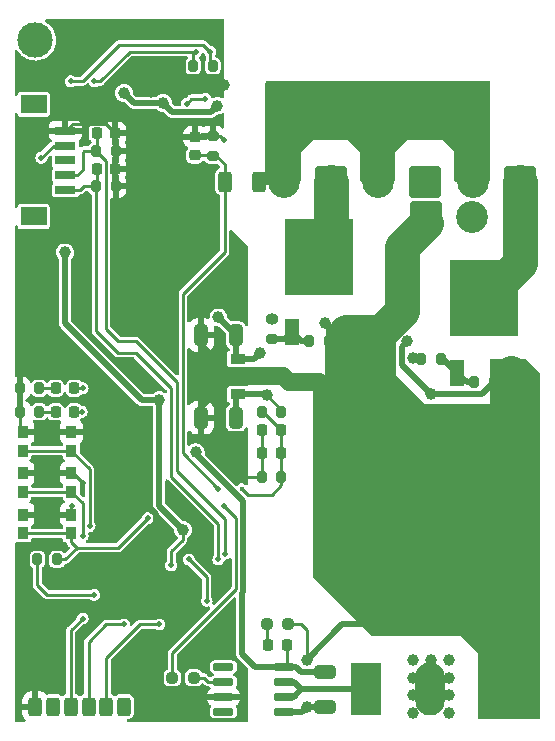
<source format=gbr>
G04 #@! TF.GenerationSoftware,KiCad,Pcbnew,(6.0.5)*
G04 #@! TF.CreationDate,2022-07-13T00:07:27+09:00*
G04 #@! TF.ProjectId,ORION_boost_v1,4f52494f-4e5f-4626-9f6f-73745f76312e,rev?*
G04 #@! TF.SameCoordinates,Original*
G04 #@! TF.FileFunction,Copper,L1,Top*
G04 #@! TF.FilePolarity,Positive*
%FSLAX46Y46*%
G04 Gerber Fmt 4.6, Leading zero omitted, Abs format (unit mm)*
G04 Created by KiCad (PCBNEW (6.0.5)) date 2022-07-13 00:07:27*
%MOMM*%
%LPD*%
G01*
G04 APERTURE LIST*
G04 Aperture macros list*
%AMRoundRect*
0 Rectangle with rounded corners*
0 $1 Rounding radius*
0 $2 $3 $4 $5 $6 $7 $8 $9 X,Y pos of 4 corners*
0 Add a 4 corners polygon primitive as box body*
4,1,4,$2,$3,$4,$5,$6,$7,$8,$9,$2,$3,0*
0 Add four circle primitives for the rounded corners*
1,1,$1+$1,$2,$3*
1,1,$1+$1,$4,$5*
1,1,$1+$1,$6,$7*
1,1,$1+$1,$8,$9*
0 Add four rect primitives between the rounded corners*
20,1,$1+$1,$2,$3,$4,$5,0*
20,1,$1+$1,$4,$5,$6,$7,0*
20,1,$1+$1,$6,$7,$8,$9,0*
20,1,$1+$1,$8,$9,$2,$3,0*%
%AMFreePoly0*
4,1,9,3.862500,-0.866500,0.737500,-0.866500,0.737500,-0.450000,-0.737500,-0.450000,-0.737500,0.450000,0.737500,0.450000,0.737500,0.866500,3.862500,0.866500,3.862500,-0.866500,3.862500,-0.866500,$1*%
G04 Aperture macros list end*
G04 #@! TA.AperFunction,SMDPad,CuDef*
%ADD10RoundRect,0.200000X0.200000X0.275000X-0.200000X0.275000X-0.200000X-0.275000X0.200000X-0.275000X0*%
G04 #@! TD*
G04 #@! TA.AperFunction,SMDPad,CuDef*
%ADD11RoundRect,0.237500X0.250000X0.237500X-0.250000X0.237500X-0.250000X-0.237500X0.250000X-0.237500X0*%
G04 #@! TD*
G04 #@! TA.AperFunction,ComponentPad*
%ADD12RoundRect,0.250001X1.099999X1.099999X-1.099999X1.099999X-1.099999X-1.099999X1.099999X-1.099999X0*%
G04 #@! TD*
G04 #@! TA.AperFunction,ComponentPad*
%ADD13C,2.700000*%
G04 #@! TD*
G04 #@! TA.AperFunction,SMDPad,CuDef*
%ADD14RoundRect,0.218750X0.218750X0.256250X-0.218750X0.256250X-0.218750X-0.256250X0.218750X-0.256250X0*%
G04 #@! TD*
G04 #@! TA.AperFunction,SMDPad,CuDef*
%ADD15R,1.200000X2.200000*%
G04 #@! TD*
G04 #@! TA.AperFunction,SMDPad,CuDef*
%ADD16R,5.800000X6.400000*%
G04 #@! TD*
G04 #@! TA.AperFunction,SMDPad,CuDef*
%ADD17RoundRect,0.250000X-0.650000X0.325000X-0.650000X-0.325000X0.650000X-0.325000X0.650000X0.325000X0*%
G04 #@! TD*
G04 #@! TA.AperFunction,SMDPad,CuDef*
%ADD18RoundRect,0.200000X-0.200000X-0.275000X0.200000X-0.275000X0.200000X0.275000X-0.200000X0.275000X0*%
G04 #@! TD*
G04 #@! TA.AperFunction,SMDPad,CuDef*
%ADD19RoundRect,0.225000X-0.225000X-0.250000X0.225000X-0.250000X0.225000X0.250000X-0.225000X0.250000X0*%
G04 #@! TD*
G04 #@! TA.AperFunction,SMDPad,CuDef*
%ADD20RoundRect,0.200000X0.275000X-0.200000X0.275000X0.200000X-0.275000X0.200000X-0.275000X-0.200000X0*%
G04 #@! TD*
G04 #@! TA.AperFunction,SMDPad,CuDef*
%ADD21RoundRect,0.250000X0.325000X0.650000X-0.325000X0.650000X-0.325000X-0.650000X0.325000X-0.650000X0*%
G04 #@! TD*
G04 #@! TA.AperFunction,SMDPad,CuDef*
%ADD22R,1.300000X0.900000*%
G04 #@! TD*
G04 #@! TA.AperFunction,SMDPad,CuDef*
%ADD23FreePoly0,180.000000*%
G04 #@! TD*
G04 #@! TA.AperFunction,SMDPad,CuDef*
%ADD24RoundRect,0.225000X-0.250000X0.225000X-0.250000X-0.225000X0.250000X-0.225000X0.250000X0.225000X0*%
G04 #@! TD*
G04 #@! TA.AperFunction,SMDPad,CuDef*
%ADD25R,0.900000X1.000000*%
G04 #@! TD*
G04 #@! TA.AperFunction,SMDPad,CuDef*
%ADD26R,1.800000X0.700000*%
G04 #@! TD*
G04 #@! TA.AperFunction,SMDPad,CuDef*
%ADD27R,2.200000X1.600000*%
G04 #@! TD*
G04 #@! TA.AperFunction,SMDPad,CuDef*
%ADD28RoundRect,0.225000X0.225000X0.250000X-0.225000X0.250000X-0.225000X-0.250000X0.225000X-0.250000X0*%
G04 #@! TD*
G04 #@! TA.AperFunction,SMDPad,CuDef*
%ADD29RoundRect,0.150000X-0.725000X-0.150000X0.725000X-0.150000X0.725000X0.150000X-0.725000X0.150000X0*%
G04 #@! TD*
G04 #@! TA.AperFunction,SMDPad,CuDef*
%ADD30RoundRect,0.250000X0.312500X0.625000X-0.312500X0.625000X-0.312500X-0.625000X0.312500X-0.625000X0*%
G04 #@! TD*
G04 #@! TA.AperFunction,ComponentPad*
%ADD31R,2.500000X4.500000*%
G04 #@! TD*
G04 #@! TA.AperFunction,ComponentPad*
%ADD32O,2.500000X4.500000*%
G04 #@! TD*
G04 #@! TA.AperFunction,SMDPad,CuDef*
%ADD33RoundRect,0.200000X-0.275000X0.200000X-0.275000X-0.200000X0.275000X-0.200000X0.275000X0.200000X0*%
G04 #@! TD*
G04 #@! TA.AperFunction,SMDPad,CuDef*
%ADD34RoundRect,0.237500X-0.250000X-0.237500X0.250000X-0.237500X0.250000X0.237500X-0.250000X0.237500X0*%
G04 #@! TD*
G04 #@! TA.AperFunction,ComponentPad*
%ADD35RoundRect,0.250001X-1.099999X-1.099999X1.099999X-1.099999X1.099999X1.099999X-1.099999X1.099999X0*%
G04 #@! TD*
G04 #@! TA.AperFunction,ComponentPad*
%ADD36RoundRect,0.300000X-0.300000X-0.500000X0.300000X-0.500000X0.300000X0.500000X-0.300000X0.500000X0*%
G04 #@! TD*
G04 #@! TA.AperFunction,ViaPad*
%ADD37C,3.000000*%
G04 #@! TD*
G04 #@! TA.AperFunction,ViaPad*
%ADD38C,1.000000*%
G04 #@! TD*
G04 #@! TA.AperFunction,ViaPad*
%ADD39C,0.500000*%
G04 #@! TD*
G04 #@! TA.AperFunction,ViaPad*
%ADD40C,0.400000*%
G04 #@! TD*
G04 #@! TA.AperFunction,Conductor*
%ADD41C,0.500000*%
G04 #@! TD*
G04 #@! TA.AperFunction,Conductor*
%ADD42C,0.250000*%
G04 #@! TD*
G04 #@! TA.AperFunction,Conductor*
%ADD43C,0.800000*%
G04 #@! TD*
G04 #@! TA.AperFunction,Conductor*
%ADD44C,3.000000*%
G04 #@! TD*
G04 #@! TA.AperFunction,Conductor*
%ADD45C,2.500000*%
G04 #@! TD*
G04 #@! TA.AperFunction,Conductor*
%ADD46C,1.500000*%
G04 #@! TD*
G04 APERTURE END LIST*
D10*
X42325000Y-66500000D03*
X40675000Y-66500000D03*
D11*
X55412500Y-91000000D03*
X53587500Y-91000000D03*
D10*
X80825000Y-66000000D03*
X79175000Y-66000000D03*
D12*
X67000000Y-49000000D03*
D13*
X63040000Y-49000000D03*
D10*
X57025000Y-39200000D03*
X55375000Y-39200000D03*
D14*
X45287500Y-66500000D03*
X43712500Y-66500000D03*
D10*
X66825000Y-62500000D03*
X65175000Y-62500000D03*
D15*
X63720000Y-61700000D03*
D16*
X66000000Y-55400000D03*
D15*
X68280000Y-61700000D03*
D17*
X66500000Y-90525000D03*
X66500000Y-93475000D03*
D14*
X45287500Y-68500000D03*
X43712500Y-68500000D03*
D18*
X47150000Y-49400000D03*
X48800000Y-49400000D03*
D19*
X61225000Y-70000000D03*
X62775000Y-70000000D03*
D20*
X57000000Y-46825000D03*
X57000000Y-45175000D03*
D21*
X58975000Y-62000000D03*
X56025000Y-62000000D03*
D18*
X74675000Y-64000000D03*
X76325000Y-64000000D03*
D21*
X58975000Y-69000000D03*
X56025000Y-69000000D03*
D14*
X62787500Y-72000000D03*
X61212500Y-72000000D03*
D15*
X77720000Y-65200000D03*
D16*
X80000000Y-58900000D03*
D15*
X82280000Y-65200000D03*
D22*
X59150000Y-67000000D03*
D23*
X59062500Y-65500000D03*
D22*
X59150000Y-64000000D03*
D24*
X55500000Y-45225000D03*
X55500000Y-46775000D03*
D25*
X40950000Y-78800000D03*
X45050000Y-78800000D03*
X40950000Y-77200000D03*
X45050000Y-77200000D03*
D26*
X44550000Y-44700000D03*
X44550000Y-45950000D03*
X44550000Y-47200000D03*
X44550000Y-48450000D03*
X44550000Y-49700000D03*
D27*
X41850000Y-51950000D03*
X41850000Y-42450000D03*
D18*
X47150000Y-46400000D03*
X48800000Y-46400000D03*
D28*
X48750000Y-44900000D03*
X47200000Y-44900000D03*
D29*
X57925000Y-90095000D03*
X57925000Y-91365000D03*
X57925000Y-92635000D03*
X57925000Y-93905000D03*
X63075000Y-93905000D03*
X63075000Y-92635000D03*
X63075000Y-91365000D03*
X63075000Y-90095000D03*
D12*
X83020000Y-49000000D03*
D13*
X79060000Y-49000000D03*
D10*
X62825000Y-74000000D03*
X61175000Y-74000000D03*
D30*
X60962500Y-49000000D03*
X58037500Y-49000000D03*
D14*
X63287500Y-88212500D03*
X61712500Y-88212500D03*
D10*
X42325000Y-68500000D03*
X40675000Y-68500000D03*
D31*
X70000000Y-92000000D03*
D32*
X75450000Y-92000000D03*
X80900000Y-92000000D03*
D10*
X62825000Y-68500000D03*
X61175000Y-68500000D03*
D25*
X40950000Y-71800000D03*
X45050000Y-71800000D03*
X45050000Y-70200000D03*
X40950000Y-70200000D03*
D33*
X62000000Y-60675000D03*
X62000000Y-62325000D03*
D34*
X61587500Y-86500000D03*
X63412500Y-86500000D03*
D25*
X40950000Y-75300000D03*
X45050000Y-75300000D03*
X40950000Y-73700000D03*
X45050000Y-73700000D03*
D12*
X75000000Y-49000000D03*
D13*
X71040000Y-49000000D03*
D18*
X42175000Y-81000000D03*
X43825000Y-81000000D03*
D28*
X48750000Y-47900000D03*
X47200000Y-47900000D03*
D35*
X75040000Y-52000000D03*
D13*
X79000000Y-52000000D03*
D36*
X42000000Y-93450000D03*
X43500000Y-93450000D03*
X45000000Y-93450000D03*
X46500000Y-93450000D03*
X48000000Y-93450000D03*
X49500000Y-93450000D03*
D37*
X42000000Y-37000000D03*
D38*
X49500000Y-41500000D03*
X57400000Y-42575500D03*
X52800000Y-42349500D03*
X75500000Y-67000000D03*
X66000000Y-69000000D03*
D39*
X53000000Y-80000000D03*
D38*
X60500000Y-65500000D03*
D39*
X54500000Y-56500000D03*
D38*
X50500000Y-69000000D03*
X67500000Y-67500000D03*
D39*
X56500000Y-58500000D03*
X49500000Y-54000000D03*
D38*
X65000000Y-93500000D03*
X69000000Y-70500000D03*
X73500000Y-62500000D03*
D39*
X49500000Y-52000000D03*
D38*
X69000000Y-69000000D03*
D39*
X47500000Y-71000000D03*
D38*
X69000000Y-67500000D03*
X58000000Y-40800000D03*
D39*
X52000000Y-81000000D03*
D38*
X66000000Y-67500000D03*
X67500000Y-70500000D03*
D39*
X45074500Y-76500000D03*
X52000000Y-79000000D03*
X46000000Y-74500000D03*
D38*
X69000000Y-72000000D03*
X51800000Y-41400000D03*
X67500000Y-72000000D03*
X66500000Y-61000000D03*
X67500000Y-66000000D03*
D39*
X46000000Y-57500000D03*
X51000000Y-80000000D03*
D38*
X65000000Y-89500000D03*
X66000000Y-72000000D03*
D39*
X43200000Y-77200000D03*
X54500000Y-86500000D03*
D38*
X66000000Y-66000000D03*
X66000000Y-70500000D03*
X67500000Y-69000000D03*
D39*
X58000000Y-45500000D03*
X45500000Y-54000000D03*
X53500000Y-81500000D03*
X42500000Y-47000000D03*
X47000000Y-84000000D03*
D38*
X44500000Y-55000000D03*
X54500000Y-78500000D03*
X52500000Y-67500000D03*
D40*
X59475500Y-75000000D03*
D38*
X73969608Y-63979555D03*
D39*
X57500000Y-75000000D03*
X57500000Y-81000000D03*
X58074500Y-80500000D03*
X56500000Y-84500000D03*
X55000000Y-81000000D03*
D38*
X61583010Y-67083010D03*
D39*
X45925500Y-68500146D03*
X46000000Y-66500000D03*
D38*
X77000000Y-91000000D03*
X77000000Y-89500000D03*
X75500000Y-89500000D03*
X74000000Y-94000000D03*
X77000000Y-94000000D03*
X74000000Y-92500000D03*
X74000000Y-89500000D03*
X74000000Y-91000000D03*
X77000000Y-92500000D03*
X57500000Y-60500000D03*
X61000000Y-63500000D03*
X55583010Y-71916990D03*
D39*
X47000000Y-40500000D03*
X55600000Y-38000000D03*
X56400000Y-42000000D03*
X45000000Y-40500000D03*
X54800000Y-42400000D03*
X56800000Y-38000000D03*
D38*
X62000000Y-60675000D03*
D39*
X51500000Y-77500000D03*
X58000000Y-76500000D03*
X46000000Y-79000000D03*
X46586260Y-78175500D03*
X52500000Y-86500000D03*
X49500000Y-86500000D03*
X46000000Y-86000000D03*
D41*
X50349500Y-42349500D02*
X52800000Y-42349500D01*
X52800000Y-42349500D02*
X53550011Y-43099511D01*
X56875989Y-43099511D02*
X57400000Y-42575500D01*
X53550011Y-43099511D02*
X56875989Y-43099511D01*
X49500000Y-41500000D02*
X50349500Y-42349500D01*
D42*
X61225000Y-71987500D02*
X61212500Y-72000000D01*
D41*
X73020097Y-62979903D02*
X73020097Y-64520097D01*
D42*
X51000000Y-80000000D02*
X51000000Y-84000000D01*
D41*
X73020097Y-64520097D02*
X75500000Y-67000000D01*
X80900000Y-92000000D02*
X80900000Y-89400000D01*
D42*
X53649022Y-86500000D02*
X53074511Y-85925489D01*
D41*
X67480000Y-62500000D02*
X68280000Y-61700000D01*
D42*
X52000000Y-56500000D02*
X49500000Y-54000000D01*
D41*
X52199511Y-78800489D02*
X52000000Y-79000000D01*
X64595000Y-93905000D02*
X65025000Y-93475000D01*
D43*
X66825000Y-65825000D02*
X67000000Y-66000000D01*
D44*
X82280000Y-67720000D02*
X82280000Y-69280000D01*
D41*
X59062500Y-65500000D02*
X60500000Y-65500000D01*
X80825000Y-66000000D02*
X81480000Y-66000000D01*
D42*
X48800000Y-51300000D02*
X49500000Y-52000000D01*
X40675000Y-68500000D02*
X40675000Y-66500000D01*
D41*
X66825000Y-62500000D02*
X67480000Y-62500000D01*
D42*
X56025000Y-70525000D02*
X56025000Y-69000000D01*
X64500000Y-86500000D02*
X63412500Y-86500000D01*
D44*
X71300000Y-61700000D02*
X71000000Y-62000000D01*
D42*
X40950000Y-77200000D02*
X45050000Y-77200000D01*
D44*
X74280000Y-69280000D02*
X82280000Y-69280000D01*
D42*
X40675000Y-69925000D02*
X40950000Y-70200000D01*
D41*
X66500000Y-61000000D02*
X66825000Y-61325000D01*
D43*
X66825000Y-62500000D02*
X66825000Y-65825000D01*
D41*
X63075000Y-93905000D02*
X64595000Y-93905000D01*
X50500000Y-69000000D02*
X50500000Y-75489270D01*
D44*
X71300000Y-61700000D02*
X73000000Y-60000000D01*
D45*
X68280000Y-65280000D02*
X69000000Y-66000000D01*
D42*
X51000000Y-84000000D02*
X50000000Y-85000000D01*
X40950000Y-70200000D02*
X45050000Y-70200000D01*
X48800000Y-46400000D02*
X48800000Y-47850000D01*
X42000000Y-88500000D02*
X42000000Y-93450000D01*
D41*
X81480000Y-66000000D02*
X82280000Y-65200000D01*
D44*
X73000000Y-54540000D02*
X75040000Y-52500000D01*
D41*
X56025000Y-68125978D02*
X58650978Y-65500000D01*
D42*
X56025000Y-58975000D02*
X56025000Y-62000000D01*
X59500000Y-74000000D02*
X56025000Y-70525000D01*
X45050000Y-76524500D02*
X45074500Y-76500000D01*
X57000000Y-45175000D02*
X55550000Y-45175000D01*
X48750000Y-46350000D02*
X48800000Y-46400000D01*
D41*
X66825000Y-61325000D02*
X66825000Y-62500000D01*
X65000000Y-93500000D02*
X66475000Y-93500000D01*
D42*
X53074511Y-85925489D02*
X53074511Y-87925489D01*
X57000000Y-45175000D02*
X57675000Y-45175000D01*
X45050000Y-77200000D02*
X45050000Y-76524500D01*
X52000000Y-79000000D02*
X51000000Y-80000000D01*
D41*
X68000000Y-86500000D02*
X65000000Y-89500000D01*
D42*
X54500000Y-56500000D02*
X52000000Y-56500000D01*
X50000000Y-85000000D02*
X45500000Y-85000000D01*
X44550000Y-44700000D02*
X45149520Y-44100480D01*
X45050000Y-73700000D02*
X45200000Y-73700000D01*
X57675000Y-45175000D02*
X58000000Y-45500000D01*
X48750000Y-49350000D02*
X48800000Y-49400000D01*
D44*
X73000000Y-60000000D02*
X73000000Y-54540000D01*
D42*
X52000000Y-81000000D02*
X53074511Y-82074511D01*
X61212500Y-72000000D02*
X61212500Y-73962500D01*
D46*
X63000000Y-65500000D02*
X59062500Y-65500000D01*
D41*
X75500000Y-67000000D02*
X79825000Y-67000000D01*
D42*
X53000000Y-80000000D02*
X52000000Y-79000000D01*
D41*
X65025000Y-93475000D02*
X66500000Y-93475000D01*
X66475000Y-93500000D02*
X66500000Y-93475000D01*
D42*
X45500000Y-54000000D02*
X45500000Y-57000000D01*
X56500000Y-58500000D02*
X56025000Y-58975000D01*
D41*
X78000000Y-86500000D02*
X68000000Y-86500000D01*
D46*
X63500000Y-66000000D02*
X63000000Y-65500000D01*
D45*
X68280000Y-61700000D02*
X68280000Y-65280000D01*
D42*
X52000000Y-92000000D02*
X52635000Y-92635000D01*
X47950480Y-44100480D02*
X48750000Y-44900000D01*
X48750000Y-44900000D02*
X48750000Y-46350000D01*
D41*
X56025000Y-69000000D02*
X56025000Y-68125978D01*
D44*
X68280000Y-61700000D02*
X71300000Y-61700000D01*
X71000000Y-62000000D02*
X71000000Y-66000000D01*
D41*
X58650978Y-65500000D02*
X56025000Y-62874022D01*
D42*
X45200000Y-73700000D02*
X46000000Y-74500000D01*
X46700000Y-70200000D02*
X47500000Y-71000000D01*
X52635000Y-92635000D02*
X57925000Y-92635000D01*
X53074511Y-87925489D02*
X52000000Y-89000000D01*
D44*
X82280000Y-65200000D02*
X82280000Y-67720000D01*
D42*
X51000000Y-80000000D02*
X52000000Y-81000000D01*
D41*
X50500000Y-75489270D02*
X52199511Y-77188781D01*
X80900000Y-89400000D02*
X78000000Y-86500000D01*
D42*
X61175000Y-74000000D02*
X59500000Y-74000000D01*
X45050000Y-70200000D02*
X46700000Y-70200000D01*
X48800000Y-49400000D02*
X48800000Y-51300000D01*
D41*
X52199511Y-77188781D02*
X52199511Y-78800489D01*
D46*
X66000000Y-66000000D02*
X63500000Y-66000000D01*
D42*
X65000000Y-87000000D02*
X64500000Y-86500000D01*
D41*
X52400000Y-40800000D02*
X51800000Y-41400000D01*
X59062500Y-65500000D02*
X58650978Y-65500000D01*
D42*
X61225000Y-70000000D02*
X61225000Y-71987500D01*
D41*
X73500000Y-62500000D02*
X73020097Y-62979903D01*
D42*
X52000000Y-89000000D02*
X52000000Y-92000000D01*
X54500000Y-86500000D02*
X53649022Y-86500000D01*
X45500000Y-57000000D02*
X46000000Y-57500000D01*
X61212500Y-73962500D02*
X61175000Y-74000000D01*
D44*
X71000000Y-66000000D02*
X74280000Y-69280000D01*
D41*
X58000000Y-40800000D02*
X52400000Y-40800000D01*
D42*
X53074511Y-82074511D02*
X53074511Y-85925489D01*
X48800000Y-47850000D02*
X48750000Y-47900000D01*
X45500000Y-85000000D02*
X42000000Y-88500000D01*
X40950000Y-73700000D02*
X45050000Y-73700000D01*
X55550000Y-45175000D02*
X55500000Y-45225000D01*
D41*
X79825000Y-67000000D02*
X80825000Y-66000000D01*
D42*
X48750000Y-47900000D02*
X48750000Y-49350000D01*
X45149520Y-44100480D02*
X47950480Y-44100480D01*
X40675000Y-68500000D02*
X40675000Y-69925000D01*
D41*
X56025000Y-62874022D02*
X56025000Y-62000000D01*
D42*
X65000000Y-89500000D02*
X65000000Y-87000000D01*
D41*
X44500000Y-61000000D02*
X44500000Y-55000000D01*
D42*
X54500000Y-79312482D02*
X53500000Y-80312482D01*
X44550000Y-45950000D02*
X43550000Y-45950000D01*
X54500000Y-78500000D02*
X54500000Y-79312482D01*
D41*
X51000000Y-67500000D02*
X44500000Y-61000000D01*
D42*
X53500000Y-80312482D02*
X53500000Y-81500000D01*
X47000000Y-84000000D02*
X43000000Y-84000000D01*
D41*
X54500000Y-78500000D02*
X52500000Y-76500000D01*
X52500000Y-67500000D02*
X51000000Y-67500000D01*
D42*
X42175000Y-83175000D02*
X42175000Y-81000000D01*
X43000000Y-84000000D02*
X42175000Y-83175000D01*
X43550000Y-45950000D02*
X42500000Y-47000000D01*
D41*
X52500000Y-76500000D02*
X52500000Y-67500000D01*
D42*
X62775000Y-70000000D02*
X62775000Y-71987500D01*
X59475500Y-75000000D02*
X59975500Y-75500000D01*
X62787500Y-73962500D02*
X62825000Y-74000000D01*
X62825000Y-74675000D02*
X62825000Y-74000000D01*
X62787500Y-72000000D02*
X62787500Y-73962500D01*
X61175000Y-68500000D02*
X61275000Y-68500000D01*
X61275000Y-68500000D02*
X62775000Y-70000000D01*
X62775000Y-71987500D02*
X62787500Y-72000000D01*
X59975500Y-75500000D02*
X62000000Y-75500000D01*
X62000000Y-75500000D02*
X62825000Y-74675000D01*
D41*
X74654555Y-63979555D02*
X74675000Y-64000000D01*
X73969608Y-63979555D02*
X74654555Y-63979555D01*
X60962500Y-49000000D02*
X63040000Y-49000000D01*
X64520000Y-62500000D02*
X63720000Y-61700000D01*
X62000000Y-62325000D02*
X63095000Y-62325000D01*
X65175000Y-62500000D02*
X64520000Y-62500000D01*
X63095000Y-62325000D02*
X63720000Y-61700000D01*
X78520000Y-66000000D02*
X77720000Y-65200000D01*
X79175000Y-66000000D02*
X78520000Y-66000000D01*
X76325000Y-64000000D02*
X76520000Y-64000000D01*
X76520000Y-64000000D02*
X77720000Y-65200000D01*
D42*
X58037500Y-54962500D02*
X58037500Y-49000000D01*
X57000000Y-46825000D02*
X57325000Y-46825000D01*
X56950000Y-46775000D02*
X57000000Y-46825000D01*
X57325000Y-46825000D02*
X58037500Y-47537500D01*
X55500000Y-46775000D02*
X56950000Y-46775000D01*
X54500000Y-72000000D02*
X54500000Y-58500000D01*
X58037500Y-47537500D02*
X58037500Y-49000000D01*
X54500000Y-58500000D02*
X58037500Y-54962500D01*
X57500000Y-75000000D02*
X54500000Y-72000000D01*
X47200000Y-49350000D02*
X47150000Y-49400000D01*
X47200000Y-47900000D02*
X47200000Y-49350000D01*
X45800000Y-49700000D02*
X46100000Y-49400000D01*
X49000000Y-63500000D02*
X47150000Y-61650000D01*
X44550000Y-49700000D02*
X45800000Y-49700000D01*
X57500000Y-81000000D02*
X57500000Y-78000000D01*
X47150000Y-61650000D02*
X47150000Y-49400000D01*
X57500000Y-78000000D02*
X53500000Y-74000000D01*
X53500000Y-66500000D02*
X50500000Y-63500000D01*
X46100000Y-49400000D02*
X47150000Y-49400000D01*
X50500000Y-63500000D02*
X49000000Y-63500000D01*
X53500000Y-74000000D02*
X53500000Y-66500000D01*
X47974520Y-47224520D02*
X47150000Y-46400000D01*
X45550000Y-48450000D02*
X46000000Y-48000000D01*
X46100000Y-46400000D02*
X47150000Y-46400000D01*
X47200000Y-46350000D02*
X47150000Y-46400000D01*
X50500000Y-62500000D02*
X49000000Y-62500000D01*
X44550000Y-48450000D02*
X45550000Y-48450000D01*
X58074500Y-80500000D02*
X58074500Y-77574500D01*
X46000000Y-46500000D02*
X46100000Y-46400000D01*
X47200000Y-44900000D02*
X47200000Y-46350000D01*
X54000000Y-73500000D02*
X54000000Y-66000000D01*
X54000000Y-66000000D02*
X50500000Y-62500000D01*
X49000000Y-62500000D02*
X47974520Y-61474520D01*
X58074500Y-77574500D02*
X54000000Y-73500000D01*
X47974520Y-61474520D02*
X47974520Y-47224520D01*
X46000000Y-48000000D02*
X46000000Y-46500000D01*
X42325000Y-68500000D02*
X43712500Y-68500000D01*
X55000000Y-81000000D02*
X56500000Y-82500000D01*
X56500000Y-82500000D02*
X56500000Y-84500000D01*
X43712500Y-66500000D02*
X42325000Y-66500000D01*
D41*
X61583010Y-67083010D02*
X61500000Y-67000000D01*
X58975000Y-69000000D02*
X58975000Y-67175000D01*
D42*
X62825000Y-68500000D02*
X62825000Y-68325000D01*
X62825000Y-68325000D02*
X61583010Y-67083010D01*
D41*
X61500000Y-67000000D02*
X59150000Y-67000000D01*
X58975000Y-67175000D02*
X59150000Y-67000000D01*
D42*
X61587500Y-86500000D02*
X61587500Y-88087500D01*
X61587500Y-88087500D02*
X61712500Y-88212500D01*
X45287646Y-68500146D02*
X45287500Y-68500000D01*
X45925500Y-68500146D02*
X45287646Y-68500146D01*
D44*
X83020000Y-55880000D02*
X80000000Y-58900000D01*
X83020000Y-49000000D02*
X83020000Y-55880000D01*
D42*
X45287500Y-66500000D02*
X46000000Y-66500000D01*
D44*
X67000000Y-55400000D02*
X67000000Y-49000000D01*
D41*
X58975000Y-61975000D02*
X57500000Y-60500000D01*
X59500000Y-83812494D02*
X59500000Y-89000000D01*
X60595000Y-90095000D02*
X63075000Y-90095000D01*
X59574520Y-83737973D02*
X59500000Y-83812494D01*
X58975000Y-62000000D02*
X58975000Y-61975000D01*
X55583010Y-72083010D02*
X59574520Y-76074520D01*
X59150000Y-64000000D02*
X60500000Y-64000000D01*
X59574520Y-76074520D02*
X59574520Y-83737973D01*
X58975000Y-62000000D02*
X58975000Y-63825000D01*
X64525000Y-90525000D02*
X66500000Y-90525000D01*
X60500000Y-64000000D02*
X61000000Y-63500000D01*
X59500000Y-89000000D02*
X60595000Y-90095000D01*
D42*
X63287500Y-89882500D02*
X63075000Y-90095000D01*
D41*
X63075000Y-90095000D02*
X64095000Y-90095000D01*
X64095000Y-90095000D02*
X64525000Y-90525000D01*
X58975000Y-63825000D02*
X59150000Y-64000000D01*
X55583010Y-71916990D02*
X55583010Y-72083010D01*
D42*
X63287500Y-88212500D02*
X63287500Y-89882500D01*
X57925000Y-91365000D02*
X56635000Y-91365000D01*
X56270000Y-91000000D02*
X56635000Y-91365000D01*
X55412500Y-91000000D02*
X56270000Y-91000000D01*
D41*
X63075000Y-92635000D02*
X63865000Y-92635000D01*
X63865000Y-92635000D02*
X64500000Y-92000000D01*
X63865000Y-91365000D02*
X64500000Y-92000000D01*
X70000000Y-92000000D02*
X64500000Y-92000000D01*
X63075000Y-91365000D02*
X63865000Y-91365000D01*
D42*
X47000000Y-40500000D02*
X47500000Y-40500000D01*
X55375000Y-38225000D02*
X55600000Y-38000000D01*
X47500000Y-40500000D02*
X50000000Y-38000000D01*
X55375000Y-39200000D02*
X55375000Y-38225000D01*
X50000000Y-38000000D02*
X55600000Y-38000000D01*
X56225489Y-37425489D02*
X56800000Y-38000000D01*
X49074511Y-37425489D02*
X56225489Y-37425489D01*
X45000000Y-40500000D02*
X46000000Y-40500000D01*
X56800000Y-38975000D02*
X57025000Y-39200000D01*
X56800000Y-38000000D02*
X56800000Y-38975000D01*
X54800000Y-42400000D02*
X55200000Y-42000000D01*
X55200000Y-42000000D02*
X56400000Y-42000000D01*
X46000000Y-40500000D02*
X49074511Y-37425489D01*
X45050000Y-78800000D02*
X45050000Y-79550000D01*
X44500000Y-81000000D02*
X45500000Y-80000000D01*
X43825000Y-81000000D02*
X44500000Y-81000000D01*
X45050000Y-78800000D02*
X40950000Y-78800000D01*
X45500000Y-80000000D02*
X49000000Y-80000000D01*
X45050000Y-79550000D02*
X45500000Y-80000000D01*
X49000000Y-80000000D02*
X51500000Y-77500000D01*
X59000000Y-77500000D02*
X59000000Y-83500000D01*
X58000000Y-76500000D02*
X59000000Y-77500000D01*
X53587500Y-88912500D02*
X53587500Y-91000000D01*
X59000000Y-83500000D02*
X53587500Y-88912500D01*
X45050000Y-75300000D02*
X40950000Y-75300000D01*
X46000000Y-76250000D02*
X46000000Y-79000000D01*
X45050000Y-75300000D02*
X46000000Y-76250000D01*
X40950000Y-71800000D02*
X45050000Y-71800000D01*
X46586260Y-73336260D02*
X45050000Y-71800000D01*
X46586260Y-78175500D02*
X46586260Y-73336260D01*
X48000000Y-89317500D02*
X50817500Y-86500000D01*
X48000000Y-93450000D02*
X48000000Y-89317500D01*
X52500000Y-86500000D02*
X50817500Y-86500000D01*
X46500000Y-93450000D02*
X46500000Y-88000000D01*
X49500000Y-86500000D02*
X48000000Y-86500000D01*
X46500000Y-88000000D02*
X48000000Y-86500000D01*
X45000000Y-87000000D02*
X46000000Y-86000000D01*
X45000000Y-93450000D02*
X45000000Y-87000000D01*
G04 #@! TA.AperFunction,Conductor*
G36*
X57942121Y-35270502D02*
G01*
X57988614Y-35324158D01*
X58000000Y-35376500D01*
X58000000Y-41838157D01*
X57979998Y-41906278D01*
X57926342Y-41952771D01*
X57856068Y-41962875D01*
X57806488Y-41944543D01*
X57773235Y-41923440D01*
X57737033Y-41900465D01*
X57737030Y-41900463D01*
X57731079Y-41896687D01*
X57572462Y-41840206D01*
X57565474Y-41839373D01*
X57565471Y-41839372D01*
X57472300Y-41828262D01*
X57405273Y-41820269D01*
X57398270Y-41821005D01*
X57398269Y-41821005D01*
X57352712Y-41825793D01*
X57237821Y-41837869D01*
X57231155Y-41840138D01*
X57231152Y-41840139D01*
X57085098Y-41889860D01*
X57085095Y-41889861D01*
X57078431Y-41892130D01*
X57072429Y-41895822D01*
X57072430Y-41895822D01*
X57061251Y-41902699D01*
X56992750Y-41921358D01*
X56925036Y-41900020D01*
X56880527Y-41847533D01*
X56840403Y-41759285D01*
X56825984Y-41727572D01*
X56780225Y-41674466D01*
X56738260Y-41625763D01*
X56738257Y-41625760D01*
X56732400Y-41618963D01*
X56612095Y-41540985D01*
X56474739Y-41499907D01*
X56465763Y-41499852D01*
X56465762Y-41499852D01*
X56405555Y-41499484D01*
X56331376Y-41499031D01*
X56193529Y-41538428D01*
X56103704Y-41595103D01*
X56087920Y-41605062D01*
X56020685Y-41624500D01*
X55253496Y-41624500D01*
X55230208Y-41622021D01*
X55228110Y-41621922D01*
X55217933Y-41619731D01*
X55185870Y-41623526D01*
X55185015Y-41623627D01*
X55179179Y-41623971D01*
X55179187Y-41624072D01*
X55174008Y-41624500D01*
X55168807Y-41624500D01*
X55163677Y-41625354D01*
X55163675Y-41625354D01*
X55150008Y-41627629D01*
X55144131Y-41628466D01*
X55093790Y-41634424D01*
X55085623Y-41638346D01*
X55076687Y-41639833D01*
X55067525Y-41644777D01*
X55067521Y-41644778D01*
X55032071Y-41663906D01*
X55026780Y-41666602D01*
X54988251Y-41685103D01*
X54981100Y-41688537D01*
X54976869Y-41692094D01*
X54974937Y-41694026D01*
X54973063Y-41695745D01*
X54972926Y-41695819D01*
X54972826Y-41695709D01*
X54972346Y-41696132D01*
X54966671Y-41699194D01*
X54959602Y-41706841D01*
X54959601Y-41706842D01*
X54930460Y-41738367D01*
X54927030Y-41741933D01*
X54804548Y-41864415D01*
X54742236Y-41898441D01*
X54738650Y-41899075D01*
X54731376Y-41899031D01*
X54593529Y-41938428D01*
X54472280Y-42014930D01*
X54377377Y-42122388D01*
X54316447Y-42252163D01*
X54307210Y-42311490D01*
X54297244Y-42375500D01*
X54294391Y-42393823D01*
X54295555Y-42402725D01*
X54295555Y-42402727D01*
X54302610Y-42456673D01*
X54291610Y-42526812D01*
X54244436Y-42579870D01*
X54177674Y-42599011D01*
X53809515Y-42599011D01*
X53741394Y-42579009D01*
X53720420Y-42562106D01*
X53591806Y-42433492D01*
X53557780Y-42371180D01*
X53555217Y-42351801D01*
X53555249Y-42349500D01*
X53543420Y-42244036D01*
X53537266Y-42189172D01*
X53537265Y-42189169D01*
X53536481Y-42182176D01*
X53481108Y-42023168D01*
X53391884Y-41880379D01*
X53369742Y-41858082D01*
X53278205Y-41765903D01*
X53278201Y-41765900D01*
X53273242Y-41760906D01*
X53131079Y-41670687D01*
X52972462Y-41614206D01*
X52965474Y-41613373D01*
X52965471Y-41613372D01*
X52872300Y-41602262D01*
X52805273Y-41594269D01*
X52798270Y-41595005D01*
X52798269Y-41595005D01*
X52752712Y-41599793D01*
X52637821Y-41611869D01*
X52631155Y-41614138D01*
X52631152Y-41614139D01*
X52485098Y-41663860D01*
X52485095Y-41663861D01*
X52478431Y-41666130D01*
X52472436Y-41669818D01*
X52472432Y-41669820D01*
X52341021Y-41750665D01*
X52341019Y-41750667D01*
X52335022Y-41754356D01*
X52323231Y-41765903D01*
X52275112Y-41813024D01*
X52212447Y-41846394D01*
X52186955Y-41849000D01*
X50609004Y-41849000D01*
X50540883Y-41828998D01*
X50519909Y-41812095D01*
X50291806Y-41583992D01*
X50257780Y-41521680D01*
X50255217Y-41502301D01*
X50255249Y-41500000D01*
X50236481Y-41332676D01*
X50181108Y-41173668D01*
X50091884Y-41030879D01*
X50083723Y-41022661D01*
X49978205Y-40916403D01*
X49978201Y-40916400D01*
X49973242Y-40911406D01*
X49946012Y-40894125D01*
X49892234Y-40859997D01*
X49831079Y-40821187D01*
X49672462Y-40764706D01*
X49665474Y-40763873D01*
X49665471Y-40763872D01*
X49572300Y-40752762D01*
X49505273Y-40744769D01*
X49498270Y-40745505D01*
X49498269Y-40745505D01*
X49452712Y-40750293D01*
X49337821Y-40762369D01*
X49331155Y-40764638D01*
X49331152Y-40764639D01*
X49185098Y-40814360D01*
X49185095Y-40814361D01*
X49178431Y-40816630D01*
X49172436Y-40820318D01*
X49172432Y-40820320D01*
X49041021Y-40901165D01*
X49041019Y-40901167D01*
X49035022Y-40904856D01*
X48974565Y-40964060D01*
X48936226Y-41001605D01*
X48914724Y-41022661D01*
X48823515Y-41164190D01*
X48765927Y-41322409D01*
X48744825Y-41489455D01*
X48745512Y-41496462D01*
X48745512Y-41496465D01*
X48750983Y-41552260D01*
X48761255Y-41657025D01*
X48814402Y-41816791D01*
X48818049Y-41822813D01*
X48818050Y-41822815D01*
X48891771Y-41944542D01*
X48901624Y-41960812D01*
X48906513Y-41965875D01*
X48906514Y-41965876D01*
X48948384Y-42009233D01*
X49018586Y-42081929D01*
X49024483Y-42085788D01*
X49153577Y-42170266D01*
X49153581Y-42170268D01*
X49159475Y-42174125D01*
X49317289Y-42232815D01*
X49324270Y-42233746D01*
X49324272Y-42233747D01*
X49477204Y-42254152D01*
X49477206Y-42254152D01*
X49484183Y-42255083D01*
X49491190Y-42254445D01*
X49497182Y-42254571D01*
X49564869Y-42275998D01*
X49583634Y-42291448D01*
X49945966Y-42653780D01*
X49953432Y-42663124D01*
X49953822Y-42662792D01*
X49959640Y-42669628D01*
X49964430Y-42677220D01*
X49971158Y-42683162D01*
X49971159Y-42683163D01*
X50004100Y-42712255D01*
X50009788Y-42717602D01*
X50021006Y-42728820D01*
X50024594Y-42731509D01*
X50024595Y-42731510D01*
X50029184Y-42734950D01*
X50037023Y-42741332D01*
X50071888Y-42772123D01*
X50080011Y-42775937D01*
X50083164Y-42778008D01*
X50096176Y-42785827D01*
X50099494Y-42787643D01*
X50106676Y-42793026D01*
X50150241Y-42809358D01*
X50159550Y-42813280D01*
X50201663Y-42833053D01*
X50210536Y-42834435D01*
X50214158Y-42835542D01*
X50228828Y-42839391D01*
X50232517Y-42840202D01*
X50240919Y-42843352D01*
X50249864Y-42844017D01*
X50249874Y-42844019D01*
X50287328Y-42846802D01*
X50297355Y-42847952D01*
X50310509Y-42850000D01*
X50325703Y-42850000D01*
X50335041Y-42850346D01*
X50383891Y-42853976D01*
X50392667Y-42852103D01*
X50401624Y-42851492D01*
X50401624Y-42851498D01*
X50415817Y-42850000D01*
X52186467Y-42850000D01*
X52254588Y-42870002D01*
X52277100Y-42888470D01*
X52318586Y-42931429D01*
X52324482Y-42935287D01*
X52453577Y-43019766D01*
X52453581Y-43019768D01*
X52459475Y-43023625D01*
X52617289Y-43082315D01*
X52624270Y-43083246D01*
X52624272Y-43083247D01*
X52777204Y-43103652D01*
X52777206Y-43103652D01*
X52784183Y-43104583D01*
X52791190Y-43103945D01*
X52797182Y-43104071D01*
X52864869Y-43125498D01*
X52883634Y-43140948D01*
X53146477Y-43403791D01*
X53153943Y-43413135D01*
X53154333Y-43412803D01*
X53160151Y-43419639D01*
X53164941Y-43427231D01*
X53171669Y-43433173D01*
X53171670Y-43433174D01*
X53204611Y-43462266D01*
X53210299Y-43467613D01*
X53221518Y-43478832D01*
X53225106Y-43481521D01*
X53225107Y-43481522D01*
X53229695Y-43484961D01*
X53237534Y-43491343D01*
X53272399Y-43522134D01*
X53280517Y-43525945D01*
X53283670Y-43528017D01*
X53296691Y-43535840D01*
X53300000Y-43537652D01*
X53307187Y-43543038D01*
X53315592Y-43546189D01*
X53315594Y-43546190D01*
X53350748Y-43559368D01*
X53360068Y-43563295D01*
X53402174Y-43583064D01*
X53411046Y-43584445D01*
X53414669Y-43585553D01*
X53429328Y-43589399D01*
X53433025Y-43590212D01*
X53441431Y-43593363D01*
X53487854Y-43596813D01*
X53497867Y-43597963D01*
X53511020Y-43600011D01*
X53526215Y-43600011D01*
X53535553Y-43600357D01*
X53584403Y-43603987D01*
X53593179Y-43602114D01*
X53602136Y-43601503D01*
X53602136Y-43601509D01*
X53616329Y-43600011D01*
X56805808Y-43600011D01*
X56817693Y-43601339D01*
X56817734Y-43600829D01*
X56826680Y-43601549D01*
X56835436Y-43603530D01*
X56878969Y-43600829D01*
X56888253Y-43600253D01*
X56896056Y-43600011D01*
X56911929Y-43600011D01*
X56922041Y-43598563D01*
X56932095Y-43597533D01*
X56960086Y-43595796D01*
X56978527Y-43594652D01*
X56986971Y-43591604D01*
X56990683Y-43590835D01*
X57005388Y-43587168D01*
X57009016Y-43586107D01*
X57017907Y-43584834D01*
X57060271Y-43565572D01*
X57069626Y-43561765D01*
X57104932Y-43549020D01*
X57104936Y-43549018D01*
X57113376Y-43545971D01*
X57120624Y-43540676D01*
X57123964Y-43538900D01*
X57137078Y-43531237D01*
X57140250Y-43529208D01*
X57148417Y-43525495D01*
X57155212Y-43519640D01*
X57155215Y-43519638D01*
X57183664Y-43495124D01*
X57191585Y-43488835D01*
X57198391Y-43483863D01*
X57202325Y-43480989D01*
X57213068Y-43470246D01*
X57219915Y-43463888D01*
X57250226Y-43437770D01*
X57257026Y-43431911D01*
X57261909Y-43424377D01*
X57267808Y-43417615D01*
X57267813Y-43417619D01*
X57276789Y-43406525D01*
X57317330Y-43365984D01*
X57379642Y-43331958D01*
X57395006Y-43329598D01*
X57551864Y-43315323D01*
X57558566Y-43313145D01*
X57558568Y-43313145D01*
X57705298Y-43265470D01*
X57705301Y-43265469D01*
X57711997Y-43263293D01*
X57761059Y-43234046D01*
X57809482Y-43205180D01*
X57878237Y-43187480D01*
X57945647Y-43209762D01*
X57990309Y-43264951D01*
X58000000Y-43313409D01*
X58000000Y-44394498D01*
X57979998Y-44462619D01*
X57926342Y-44509112D01*
X57856068Y-44519216D01*
X57791488Y-44489722D01*
X57784905Y-44483593D01*
X57720443Y-44419131D01*
X57708574Y-44409824D01*
X57574988Y-44328921D01*
X57561243Y-44322715D01*
X57411356Y-44275744D01*
X57398306Y-44273131D01*
X57334479Y-44267266D01*
X57328691Y-44267000D01*
X57272115Y-44267000D01*
X57256876Y-44271475D01*
X57255671Y-44272865D01*
X57254000Y-44280548D01*
X57254000Y-45303000D01*
X57233998Y-45371121D01*
X57180342Y-45417614D01*
X57128000Y-45429000D01*
X56541115Y-45429000D01*
X56525876Y-45433474D01*
X56524111Y-45435512D01*
X56464385Y-45473896D01*
X56428886Y-45479000D01*
X54535115Y-45479000D01*
X54519876Y-45483475D01*
X54518671Y-45484865D01*
X54517000Y-45492548D01*
X54517000Y-45495438D01*
X54517337Y-45501953D01*
X54526894Y-45594057D01*
X54529788Y-45607456D01*
X54579381Y-45756107D01*
X54585555Y-45769286D01*
X54667788Y-45902173D01*
X54676824Y-45913574D01*
X54787429Y-46023986D01*
X54798840Y-46032998D01*
X54848522Y-46063622D01*
X54896015Y-46116394D01*
X54907439Y-46186465D01*
X54883232Y-46246447D01*
X54828628Y-46319305D01*
X54780816Y-46446843D01*
X54774500Y-46504985D01*
X54774501Y-47045014D01*
X54780816Y-47103157D01*
X54783589Y-47110554D01*
X54789192Y-47125500D01*
X54828628Y-47230695D01*
X54910313Y-47339687D01*
X55019305Y-47421372D01*
X55146843Y-47469184D01*
X55154696Y-47470037D01*
X55154700Y-47470038D01*
X55201586Y-47475131D01*
X55201590Y-47475131D01*
X55204985Y-47475500D01*
X55499956Y-47475500D01*
X55795014Y-47475499D01*
X55853157Y-47469184D01*
X55980695Y-47421372D01*
X56089687Y-47339687D01*
X56143070Y-47268458D01*
X56199929Y-47225943D01*
X56270747Y-47220917D01*
X56333041Y-47254977D01*
X56345247Y-47269163D01*
X56387298Y-47326095D01*
X56402850Y-47347150D01*
X56410421Y-47352742D01*
X56504243Y-47422041D01*
X56504246Y-47422042D01*
X56511816Y-47427634D01*
X56639631Y-47472519D01*
X56647277Y-47473242D01*
X56647278Y-47473242D01*
X56653248Y-47473806D01*
X56671166Y-47475500D01*
X57328834Y-47475500D01*
X57360369Y-47472519D01*
X57361530Y-47472111D01*
X57429584Y-47476856D01*
X57474858Y-47505895D01*
X57625095Y-47656132D01*
X57659121Y-47718444D01*
X57662000Y-47745227D01*
X57662000Y-47776734D01*
X57641998Y-47844855D01*
X57588342Y-47891348D01*
X57580229Y-47894716D01*
X57482176Y-47931474D01*
X57474997Y-47936854D01*
X57474994Y-47936856D01*
X57387727Y-48002260D01*
X57367454Y-48017454D01*
X57362072Y-48024635D01*
X57286856Y-48124994D01*
X57286854Y-48124997D01*
X57281474Y-48132176D01*
X57257892Y-48195083D01*
X57235230Y-48255535D01*
X57231149Y-48266420D01*
X57230296Y-48274270D01*
X57230296Y-48274271D01*
X57227137Y-48303348D01*
X57224500Y-48327623D01*
X57224501Y-49672376D01*
X57231149Y-49733580D01*
X57281474Y-49867824D01*
X57286854Y-49875003D01*
X57286856Y-49875006D01*
X57362072Y-49975365D01*
X57367454Y-49982546D01*
X57374635Y-49987928D01*
X57474994Y-50063144D01*
X57474997Y-50063146D01*
X57482176Y-50068526D01*
X57541774Y-50090868D01*
X57580229Y-50105284D01*
X57636994Y-50147925D01*
X57661694Y-50214487D01*
X57662000Y-50223266D01*
X57662000Y-54754773D01*
X57641998Y-54822894D01*
X57625095Y-54843868D01*
X54272311Y-58196652D01*
X54254080Y-58211377D01*
X54252540Y-58212778D01*
X54243790Y-58218428D01*
X54237343Y-58226606D01*
X54223264Y-58244465D01*
X54219383Y-58248832D01*
X54219461Y-58248898D01*
X54216107Y-58252856D01*
X54212425Y-58256538D01*
X54201339Y-58272052D01*
X54197788Y-58276781D01*
X54166397Y-58316600D01*
X54163395Y-58325149D01*
X54158128Y-58332519D01*
X54155144Y-58342498D01*
X54143608Y-58381070D01*
X54141774Y-58386714D01*
X54127604Y-58427065D01*
X54127603Y-58427071D01*
X54124977Y-58434548D01*
X54124500Y-58440055D01*
X54124500Y-58442762D01*
X54124389Y-58445335D01*
X54124341Y-58445494D01*
X54124197Y-58445488D01*
X54124158Y-58446108D01*
X54122310Y-58452287D01*
X54122719Y-58462692D01*
X54124403Y-58505555D01*
X54124500Y-58510502D01*
X54124500Y-65289273D01*
X54104498Y-65357394D01*
X54050842Y-65403887D01*
X53980568Y-65413991D01*
X53915988Y-65384497D01*
X53909405Y-65378368D01*
X50803348Y-62272311D01*
X50788623Y-62254080D01*
X50787222Y-62252540D01*
X50781572Y-62243790D01*
X50755535Y-62223264D01*
X50751168Y-62219383D01*
X50751102Y-62219461D01*
X50747144Y-62216107D01*
X50743462Y-62212425D01*
X50739231Y-62209402D01*
X50739228Y-62209399D01*
X50734409Y-62205956D01*
X50727948Y-62201339D01*
X50723212Y-62197783D01*
X50683400Y-62166397D01*
X50674851Y-62163395D01*
X50667481Y-62158128D01*
X50634203Y-62148176D01*
X50618930Y-62143608D01*
X50613286Y-62141774D01*
X50572935Y-62127604D01*
X50572929Y-62127603D01*
X50565452Y-62124977D01*
X50559945Y-62124500D01*
X50557238Y-62124500D01*
X50554665Y-62124389D01*
X50554506Y-62124341D01*
X50554512Y-62124197D01*
X50553892Y-62124158D01*
X50547713Y-62122310D01*
X50494445Y-62124403D01*
X50489498Y-62124500D01*
X49207727Y-62124500D01*
X49139606Y-62104498D01*
X49118632Y-62087595D01*
X48386925Y-61355888D01*
X48352899Y-61293576D01*
X48350020Y-61266793D01*
X48350020Y-50503338D01*
X48370022Y-50435217D01*
X48423678Y-50388724D01*
X48487549Y-50377867D01*
X48531585Y-50381913D01*
X48543124Y-50378525D01*
X48544329Y-50377135D01*
X48546000Y-50369452D01*
X48546000Y-50364884D01*
X49054000Y-50364884D01*
X49058475Y-50380123D01*
X49059865Y-50381328D01*
X49064294Y-50382291D01*
X49123315Y-50376868D01*
X49136351Y-50374257D01*
X49286243Y-50327285D01*
X49299988Y-50321079D01*
X49433574Y-50240176D01*
X49445443Y-50230869D01*
X49555869Y-50120443D01*
X49565176Y-50108574D01*
X49646079Y-49974988D01*
X49652285Y-49961243D01*
X49699256Y-49811356D01*
X49701869Y-49798306D01*
X49707734Y-49734479D01*
X49708000Y-49728691D01*
X49708000Y-49672115D01*
X49703525Y-49656876D01*
X49702135Y-49655671D01*
X49694452Y-49654000D01*
X49072115Y-49654000D01*
X49056876Y-49658475D01*
X49055671Y-49659865D01*
X49054000Y-49667548D01*
X49054000Y-50364884D01*
X48546000Y-50364884D01*
X48546000Y-48941115D01*
X48541526Y-48925876D01*
X48539488Y-48924111D01*
X48501104Y-48864385D01*
X48496000Y-48828886D01*
X48496000Y-48358885D01*
X49004000Y-48358885D01*
X49008474Y-48374124D01*
X49010512Y-48375889D01*
X49048896Y-48435615D01*
X49054000Y-48471114D01*
X49054000Y-49127885D01*
X49058475Y-49143124D01*
X49059865Y-49144329D01*
X49067548Y-49146000D01*
X49689884Y-49146000D01*
X49705123Y-49141525D01*
X49706328Y-49140135D01*
X49707999Y-49132452D01*
X49707999Y-49071295D01*
X49707736Y-49065546D01*
X49701868Y-49001685D01*
X49699257Y-48988649D01*
X49652285Y-48838757D01*
X49646077Y-48825008D01*
X49573925Y-48705871D01*
X49555746Y-48637242D01*
X49574441Y-48574484D01*
X49640004Y-48468120D01*
X49646151Y-48454939D01*
X49695491Y-48306186D01*
X49698358Y-48292810D01*
X49707672Y-48201903D01*
X49708000Y-48195487D01*
X49708000Y-48172115D01*
X49703525Y-48156876D01*
X49702135Y-48155671D01*
X49694452Y-48154000D01*
X49022115Y-48154000D01*
X49006876Y-48158475D01*
X49005671Y-48159865D01*
X49004000Y-48167548D01*
X49004000Y-48358885D01*
X48496000Y-48358885D01*
X48496000Y-47627885D01*
X49004000Y-47627885D01*
X49008475Y-47643124D01*
X49009865Y-47644329D01*
X49017548Y-47646000D01*
X49689885Y-47646000D01*
X49705124Y-47641525D01*
X49706329Y-47640135D01*
X49708000Y-47632452D01*
X49708000Y-47604562D01*
X49707663Y-47598047D01*
X49698106Y-47505943D01*
X49695212Y-47492544D01*
X49645619Y-47343893D01*
X49639445Y-47330714D01*
X49574510Y-47225780D01*
X49555672Y-47157328D01*
X49573878Y-47094205D01*
X49646079Y-46974988D01*
X49652285Y-46961243D01*
X49699256Y-46811356D01*
X49701869Y-46798306D01*
X49707734Y-46734479D01*
X49708000Y-46728691D01*
X49708000Y-46672115D01*
X49703525Y-46656876D01*
X49702135Y-46655671D01*
X49694452Y-46654000D01*
X49072115Y-46654000D01*
X49056876Y-46658475D01*
X49055671Y-46659865D01*
X49054000Y-46667548D01*
X49054000Y-47326095D01*
X49033998Y-47394216D01*
X49023225Y-47408607D01*
X49005671Y-47428865D01*
X49004000Y-47436548D01*
X49004000Y-47627885D01*
X48496000Y-47627885D01*
X48496000Y-46973905D01*
X48516002Y-46905784D01*
X48526775Y-46891393D01*
X48544329Y-46871135D01*
X48546000Y-46863452D01*
X48546000Y-45941115D01*
X48541526Y-45925876D01*
X48539488Y-45924111D01*
X48501104Y-45864385D01*
X48496000Y-45828886D01*
X48496000Y-45358885D01*
X49004000Y-45358885D01*
X49008474Y-45374124D01*
X49010512Y-45375889D01*
X49048896Y-45435615D01*
X49054000Y-45471114D01*
X49054000Y-46127885D01*
X49058475Y-46143124D01*
X49059865Y-46144329D01*
X49067548Y-46146000D01*
X49689884Y-46146000D01*
X49705123Y-46141525D01*
X49706328Y-46140135D01*
X49707999Y-46132452D01*
X49707999Y-46071295D01*
X49707736Y-46065546D01*
X49701868Y-46001685D01*
X49699257Y-45988649D01*
X49652285Y-45838757D01*
X49646077Y-45825008D01*
X49573925Y-45705871D01*
X49555746Y-45637242D01*
X49574441Y-45574484D01*
X49640004Y-45468120D01*
X49646151Y-45454939D01*
X49695491Y-45306186D01*
X49698358Y-45292810D01*
X49707672Y-45201903D01*
X49708000Y-45195487D01*
X49708000Y-45172115D01*
X49703525Y-45156876D01*
X49702135Y-45155671D01*
X49694452Y-45154000D01*
X49022115Y-45154000D01*
X49006876Y-45158475D01*
X49005671Y-45159865D01*
X49004000Y-45167548D01*
X49004000Y-45358885D01*
X48496000Y-45358885D01*
X48496000Y-44953126D01*
X54517071Y-44953126D01*
X54521475Y-44968124D01*
X54522865Y-44969329D01*
X54530548Y-44971000D01*
X55227885Y-44971000D01*
X55243124Y-44966525D01*
X55244329Y-44965135D01*
X55246000Y-44957452D01*
X55246000Y-44952885D01*
X55754000Y-44952885D01*
X55758475Y-44968124D01*
X55759865Y-44969329D01*
X55767548Y-44971000D01*
X55958885Y-44971000D01*
X55974124Y-44966526D01*
X55975889Y-44964488D01*
X56035615Y-44926104D01*
X56071114Y-44921000D01*
X56727885Y-44921000D01*
X56743124Y-44916525D01*
X56744329Y-44915135D01*
X56746000Y-44907452D01*
X56746000Y-44285116D01*
X56741525Y-44269877D01*
X56740135Y-44268672D01*
X56732452Y-44267001D01*
X56671295Y-44267001D01*
X56665546Y-44267264D01*
X56601685Y-44273132D01*
X56588649Y-44275743D01*
X56438757Y-44322715D01*
X56425008Y-44328923D01*
X56305871Y-44401075D01*
X56237242Y-44419254D01*
X56174484Y-44400559D01*
X56068120Y-44334996D01*
X56054939Y-44328849D01*
X55906186Y-44279509D01*
X55892810Y-44276642D01*
X55801903Y-44267328D01*
X55795486Y-44267000D01*
X55772115Y-44267000D01*
X55756876Y-44271475D01*
X55755671Y-44272865D01*
X55754000Y-44280548D01*
X55754000Y-44952885D01*
X55246000Y-44952885D01*
X55246000Y-44285115D01*
X55241525Y-44269876D01*
X55240135Y-44268671D01*
X55232452Y-44267000D01*
X55204562Y-44267000D01*
X55198047Y-44267337D01*
X55105943Y-44276894D01*
X55092544Y-44279788D01*
X54943893Y-44329381D01*
X54930714Y-44335555D01*
X54797827Y-44417788D01*
X54786426Y-44426824D01*
X54676014Y-44537429D01*
X54667002Y-44548840D01*
X54584996Y-44681880D01*
X54578849Y-44695061D01*
X54529509Y-44843814D01*
X54526642Y-44857190D01*
X54517328Y-44948097D01*
X54517071Y-44953126D01*
X48496000Y-44953126D01*
X48496000Y-44627885D01*
X49004000Y-44627885D01*
X49008475Y-44643124D01*
X49009865Y-44644329D01*
X49017548Y-44646000D01*
X49689885Y-44646000D01*
X49705124Y-44641525D01*
X49706329Y-44640135D01*
X49708000Y-44632452D01*
X49708000Y-44604562D01*
X49707663Y-44598047D01*
X49698106Y-44505943D01*
X49695212Y-44492544D01*
X49645619Y-44343893D01*
X49639445Y-44330714D01*
X49557212Y-44197827D01*
X49548176Y-44186426D01*
X49437571Y-44076014D01*
X49426160Y-44067002D01*
X49293120Y-43984996D01*
X49279939Y-43978849D01*
X49131186Y-43929509D01*
X49117810Y-43926642D01*
X49026903Y-43917328D01*
X49021874Y-43917071D01*
X49006876Y-43921475D01*
X49005671Y-43922865D01*
X49004000Y-43930548D01*
X49004000Y-44627885D01*
X48496000Y-44627885D01*
X48496000Y-43935115D01*
X48491525Y-43919876D01*
X48490135Y-43918671D01*
X48482452Y-43917000D01*
X48479562Y-43917000D01*
X48473047Y-43917337D01*
X48380943Y-43926894D01*
X48367544Y-43929788D01*
X48218893Y-43979381D01*
X48205714Y-43985555D01*
X48072827Y-44067788D01*
X48061426Y-44076824D01*
X47951014Y-44187429D01*
X47942002Y-44198840D01*
X47911378Y-44248522D01*
X47858606Y-44296015D01*
X47788535Y-44307439D01*
X47728553Y-44283232D01*
X47718560Y-44275743D01*
X47655695Y-44228628D01*
X47528157Y-44180816D01*
X47520304Y-44179963D01*
X47520300Y-44179962D01*
X47473414Y-44174869D01*
X47473410Y-44174869D01*
X47470015Y-44174500D01*
X47200040Y-44174500D01*
X46929986Y-44174501D01*
X46871843Y-44180816D01*
X46744305Y-44228628D01*
X46635313Y-44310313D01*
X46553628Y-44419305D01*
X46505816Y-44546843D01*
X46504963Y-44554696D01*
X46504962Y-44554700D01*
X46499869Y-44601586D01*
X46499500Y-44604985D01*
X46499501Y-45195014D01*
X46505816Y-45253157D01*
X46553628Y-45380695D01*
X46635313Y-45489687D01*
X46671421Y-45516748D01*
X46706542Y-45543070D01*
X46749057Y-45599929D01*
X46754083Y-45670747D01*
X46720023Y-45733041D01*
X46705837Y-45745247D01*
X46657335Y-45781072D01*
X46627850Y-45802850D01*
X46622258Y-45810421D01*
X46552959Y-45904243D01*
X46552958Y-45904246D01*
X46547366Y-45911816D01*
X46544247Y-45920699D01*
X46544245Y-45920702D01*
X46537382Y-45940246D01*
X46495940Y-45997892D01*
X46429911Y-46023982D01*
X46418499Y-46024500D01*
X46153496Y-46024500D01*
X46130208Y-46022021D01*
X46128110Y-46021922D01*
X46117933Y-46019731D01*
X46085870Y-46023526D01*
X46085015Y-46023627D01*
X46079179Y-46023971D01*
X46079187Y-46024072D01*
X46074008Y-46024500D01*
X46068807Y-46024500D01*
X46063677Y-46025354D01*
X46063675Y-46025354D01*
X46050008Y-46027629D01*
X46044131Y-46028466D01*
X45993790Y-46034424D01*
X45985623Y-46038346D01*
X45976687Y-46039833D01*
X45967525Y-46044777D01*
X45967521Y-46044778D01*
X45932071Y-46063906D01*
X45926780Y-46066602D01*
X45881100Y-46088537D01*
X45879586Y-46085383D01*
X45826625Y-46100991D01*
X45758485Y-46081057D01*
X45711939Y-46027447D01*
X45700500Y-45974991D01*
X45700500Y-45575326D01*
X45699928Y-45572452D01*
X45712945Y-45503813D01*
X45749545Y-45460389D01*
X45805724Y-45418285D01*
X45818285Y-45405724D01*
X45894786Y-45303649D01*
X45903324Y-45288054D01*
X45948478Y-45167606D01*
X45952105Y-45152351D01*
X45957631Y-45101486D01*
X45958000Y-45094672D01*
X45958000Y-44972115D01*
X45953525Y-44956876D01*
X45952135Y-44955671D01*
X45944452Y-44954000D01*
X43160116Y-44954000D01*
X43144877Y-44958475D01*
X43143672Y-44959865D01*
X43142001Y-44967548D01*
X43142001Y-45094669D01*
X43142371Y-45101490D01*
X43147895Y-45152352D01*
X43151521Y-45167604D01*
X43196676Y-45288054D01*
X43205214Y-45303649D01*
X43281715Y-45405724D01*
X43294275Y-45418284D01*
X43325278Y-45441519D01*
X43367794Y-45498378D01*
X43372820Y-45569196D01*
X43338761Y-45631490D01*
X43330804Y-45638785D01*
X43328958Y-45640337D01*
X43328948Y-45640346D01*
X43326869Y-45642094D01*
X43324938Y-45644025D01*
X43323063Y-45645745D01*
X43322926Y-45645819D01*
X43322826Y-45645709D01*
X43322346Y-45646132D01*
X43316671Y-45649194D01*
X43309602Y-45656841D01*
X43309601Y-45656842D01*
X43280460Y-45688367D01*
X43277030Y-45691933D01*
X42504548Y-46464415D01*
X42442236Y-46498441D01*
X42438650Y-46499075D01*
X42431376Y-46499031D01*
X42293529Y-46538428D01*
X42172280Y-46614930D01*
X42077377Y-46722388D01*
X42016447Y-46852163D01*
X42013493Y-46871135D01*
X41997324Y-46974988D01*
X41994391Y-46993823D01*
X41995555Y-47002725D01*
X41995555Y-47002728D01*
X41998887Y-47028208D01*
X42012980Y-47135979D01*
X42070720Y-47267203D01*
X42076497Y-47274076D01*
X42076498Y-47274077D01*
X42131558Y-47339579D01*
X42162970Y-47376948D01*
X42282313Y-47456390D01*
X42419157Y-47499142D01*
X42428129Y-47499306D01*
X42428132Y-47499307D01*
X42493463Y-47500504D01*
X42562499Y-47501770D01*
X42571533Y-47499307D01*
X42692158Y-47466421D01*
X42692160Y-47466420D01*
X42700817Y-47464060D01*
X42822991Y-47389045D01*
X42919200Y-47282754D01*
X42967968Y-47182096D01*
X42977795Y-47161814D01*
X42977795Y-47161813D01*
X42981710Y-47153733D01*
X42996148Y-47067919D01*
X43031307Y-46999730D01*
X43184405Y-46846632D01*
X43246717Y-46812606D01*
X43317532Y-46817671D01*
X43374368Y-46860218D01*
X43399179Y-46926738D01*
X43399500Y-46935727D01*
X43399500Y-47574674D01*
X43414034Y-47647740D01*
X43469399Y-47730601D01*
X43478579Y-47736735D01*
X43512152Y-47798217D01*
X43507087Y-47869032D01*
X43478720Y-47913171D01*
X43469399Y-47919399D01*
X43414034Y-48002260D01*
X43399500Y-48075326D01*
X43399500Y-48824674D01*
X43414034Y-48897740D01*
X43420928Y-48908057D01*
X43420928Y-48908058D01*
X43442037Y-48939650D01*
X43469399Y-48980601D01*
X43478579Y-48986735D01*
X43512152Y-49048217D01*
X43507087Y-49119032D01*
X43478720Y-49163171D01*
X43469399Y-49169399D01*
X43414034Y-49252260D01*
X43399500Y-49325326D01*
X43399500Y-50074674D01*
X43414034Y-50147740D01*
X43469399Y-50230601D01*
X43552260Y-50285966D01*
X43625326Y-50300500D01*
X45474674Y-50300500D01*
X45547740Y-50285966D01*
X45630601Y-50230601D01*
X45685966Y-50147740D01*
X45686654Y-50148200D01*
X45724002Y-50101851D01*
X45782323Y-50082438D01*
X45782066Y-50080269D01*
X45814984Y-50076373D01*
X45820821Y-50076029D01*
X45820813Y-50075928D01*
X45825992Y-50075500D01*
X45831193Y-50075500D01*
X45836321Y-50074646D01*
X45836327Y-50074646D01*
X45849987Y-50072372D01*
X45855863Y-50071535D01*
X45860952Y-50070933D01*
X45906210Y-50065576D01*
X45914377Y-50061654D01*
X45923313Y-50060167D01*
X45932475Y-50055223D01*
X45932479Y-50055222D01*
X45967929Y-50036094D01*
X45973220Y-50033398D01*
X46011749Y-50014897D01*
X46011750Y-50014896D01*
X46018900Y-50011463D01*
X46023131Y-50007906D01*
X46025063Y-50005974D01*
X46026937Y-50004255D01*
X46027074Y-50004181D01*
X46027174Y-50004291D01*
X46027654Y-50003868D01*
X46033329Y-50000806D01*
X46069541Y-49961632D01*
X46072970Y-49958067D01*
X46218632Y-49812405D01*
X46280944Y-49778379D01*
X46307727Y-49775500D01*
X46418499Y-49775500D01*
X46486620Y-49795502D01*
X46533113Y-49849158D01*
X46537382Y-49859754D01*
X46544245Y-49879298D01*
X46544247Y-49879301D01*
X46547366Y-49888184D01*
X46552958Y-49895754D01*
X46552959Y-49895757D01*
X46611481Y-49974988D01*
X46627850Y-49997150D01*
X46635421Y-50002742D01*
X46635424Y-50002745D01*
X46723359Y-50067695D01*
X46766270Y-50124256D01*
X46774500Y-50169046D01*
X46774500Y-61596504D01*
X46772021Y-61619801D01*
X46771923Y-61621886D01*
X46769731Y-61632066D01*
X46770955Y-61642405D01*
X46773627Y-61664984D01*
X46773971Y-61670821D01*
X46774072Y-61670813D01*
X46774500Y-61675992D01*
X46774500Y-61681193D01*
X46775354Y-61686321D01*
X46775354Y-61686327D01*
X46777628Y-61699987D01*
X46778465Y-61705863D01*
X46784424Y-61756210D01*
X46788346Y-61764377D01*
X46789833Y-61773313D01*
X46794777Y-61782475D01*
X46794778Y-61782479D01*
X46813906Y-61817929D01*
X46816602Y-61823220D01*
X46835103Y-61861749D01*
X46838537Y-61868900D01*
X46842094Y-61873131D01*
X46844026Y-61875063D01*
X46845745Y-61876937D01*
X46845819Y-61877074D01*
X46845709Y-61877174D01*
X46846132Y-61877654D01*
X46849194Y-61883329D01*
X46856841Y-61890398D01*
X46856842Y-61890399D01*
X46888367Y-61919540D01*
X46891933Y-61922970D01*
X48696652Y-63727689D01*
X48711377Y-63745920D01*
X48712778Y-63747460D01*
X48718428Y-63756210D01*
X48726606Y-63762657D01*
X48744465Y-63776736D01*
X48748832Y-63780617D01*
X48748898Y-63780539D01*
X48752856Y-63783893D01*
X48756538Y-63787575D01*
X48760769Y-63790598D01*
X48760772Y-63790601D01*
X48765591Y-63794044D01*
X48772052Y-63798661D01*
X48776781Y-63802212D01*
X48816600Y-63833603D01*
X48825149Y-63836605D01*
X48832519Y-63841872D01*
X48881078Y-63856394D01*
X48886719Y-63858227D01*
X48927064Y-63872395D01*
X48934548Y-63875023D01*
X48940055Y-63875500D01*
X48942762Y-63875500D01*
X48945334Y-63875611D01*
X48945494Y-63875659D01*
X48945488Y-63875803D01*
X48946106Y-63875842D01*
X48952286Y-63877690D01*
X49005555Y-63875597D01*
X49010501Y-63875500D01*
X50292273Y-63875500D01*
X50360394Y-63895502D01*
X50381368Y-63912405D01*
X53087595Y-66618633D01*
X53121621Y-66680945D01*
X53124500Y-66707728D01*
X53124500Y-66778205D01*
X53104498Y-66846326D01*
X53050842Y-66892819D01*
X52980568Y-66902923D01*
X52930987Y-66884591D01*
X52831079Y-66821187D01*
X52672462Y-66764706D01*
X52665474Y-66763873D01*
X52665471Y-66763872D01*
X52572300Y-66752762D01*
X52505273Y-66744769D01*
X52498270Y-66745505D01*
X52498269Y-66745505D01*
X52452712Y-66750293D01*
X52337821Y-66762369D01*
X52331155Y-66764638D01*
X52331152Y-66764639D01*
X52185098Y-66814360D01*
X52185095Y-66814361D01*
X52178431Y-66816630D01*
X52172436Y-66820318D01*
X52172432Y-66820320D01*
X52041021Y-66901165D01*
X52041019Y-66901167D01*
X52035022Y-66904856D01*
X52007941Y-66931376D01*
X51975112Y-66963524D01*
X51912447Y-66996894D01*
X51886955Y-66999500D01*
X51259504Y-66999500D01*
X51191383Y-66979498D01*
X51170409Y-66962595D01*
X45037405Y-60829591D01*
X45003379Y-60767279D01*
X45000500Y-60740496D01*
X45000500Y-55613799D01*
X45020502Y-55545678D01*
X45039608Y-55522554D01*
X45073450Y-55490327D01*
X45073456Y-55490319D01*
X45078554Y-55485465D01*
X45094934Y-55460812D01*
X45167836Y-55351085D01*
X45171731Y-55345223D01*
X45231521Y-55187823D01*
X45247268Y-55075781D01*
X45254404Y-55025010D01*
X45254404Y-55025006D01*
X45254955Y-55021088D01*
X45255249Y-55000000D01*
X45249865Y-54951999D01*
X45237266Y-54839672D01*
X45237265Y-54839669D01*
X45236481Y-54832676D01*
X45181108Y-54673668D01*
X45091884Y-54530879D01*
X45083723Y-54522661D01*
X44978205Y-54416403D01*
X44978201Y-54416400D01*
X44973242Y-54411406D01*
X44831079Y-54321187D01*
X44672462Y-54264706D01*
X44665474Y-54263873D01*
X44665471Y-54263872D01*
X44572300Y-54252762D01*
X44505273Y-54244769D01*
X44498270Y-54245505D01*
X44498269Y-54245505D01*
X44452712Y-54250293D01*
X44337821Y-54262369D01*
X44331155Y-54264638D01*
X44331152Y-54264639D01*
X44185098Y-54314360D01*
X44185095Y-54314361D01*
X44178431Y-54316630D01*
X44172436Y-54320318D01*
X44172432Y-54320320D01*
X44041021Y-54401165D01*
X44041019Y-54401167D01*
X44035022Y-54404856D01*
X43914724Y-54522661D01*
X43823515Y-54664190D01*
X43765927Y-54822409D01*
X43744825Y-54989455D01*
X43745512Y-54996462D01*
X43745512Y-54996465D01*
X43749333Y-55035436D01*
X43761255Y-55157025D01*
X43814402Y-55316791D01*
X43901624Y-55460812D01*
X43949552Y-55510443D01*
X43964137Y-55525546D01*
X43997069Y-55588443D01*
X43999500Y-55613073D01*
X43999500Y-60929819D01*
X43998172Y-60941704D01*
X43998682Y-60941745D01*
X43997962Y-60950691D01*
X43995981Y-60959447D01*
X43996537Y-60968407D01*
X43999258Y-61012264D01*
X43999500Y-61020067D01*
X43999500Y-61035940D01*
X44000135Y-61040374D01*
X44000948Y-61046050D01*
X44001978Y-61056106D01*
X44004859Y-61102538D01*
X44007907Y-61110982D01*
X44008676Y-61114694D01*
X44012343Y-61129399D01*
X44013404Y-61133027D01*
X44014677Y-61141918D01*
X44033939Y-61184282D01*
X44037746Y-61193637D01*
X44050491Y-61228943D01*
X44050493Y-61228947D01*
X44053540Y-61237387D01*
X44058835Y-61244635D01*
X44060611Y-61247975D01*
X44068274Y-61261089D01*
X44070303Y-61264261D01*
X44074016Y-61272428D01*
X44079871Y-61279223D01*
X44079873Y-61279226D01*
X44104387Y-61307675D01*
X44110675Y-61315595D01*
X44118522Y-61326336D01*
X44129265Y-61337079D01*
X44135623Y-61343925D01*
X44167600Y-61381037D01*
X44175134Y-61385920D01*
X44181896Y-61391819D01*
X44181892Y-61391824D01*
X44192986Y-61400800D01*
X50596466Y-67804280D01*
X50603932Y-67813624D01*
X50604322Y-67813292D01*
X50610140Y-67820128D01*
X50614930Y-67827720D01*
X50621658Y-67833662D01*
X50621659Y-67833663D01*
X50654600Y-67862755D01*
X50660288Y-67868102D01*
X50671506Y-67879320D01*
X50675094Y-67882009D01*
X50675095Y-67882010D01*
X50679684Y-67885450D01*
X50687523Y-67891832D01*
X50708575Y-67910424D01*
X50722388Y-67922623D01*
X50730511Y-67926437D01*
X50733664Y-67928508D01*
X50746676Y-67936327D01*
X50749994Y-67938143D01*
X50757176Y-67943526D01*
X50800741Y-67959858D01*
X50810050Y-67963780D01*
X50852163Y-67983553D01*
X50861036Y-67984935D01*
X50864658Y-67986042D01*
X50879328Y-67989891D01*
X50883017Y-67990702D01*
X50891419Y-67993852D01*
X50900364Y-67994517D01*
X50900374Y-67994519D01*
X50937828Y-67997302D01*
X50947855Y-67998452D01*
X50961009Y-68000500D01*
X50976203Y-68000500D01*
X50985541Y-68000846D01*
X51034391Y-68004476D01*
X51043167Y-68002603D01*
X51052124Y-68001992D01*
X51052124Y-68001998D01*
X51066317Y-68000500D01*
X51873500Y-68000500D01*
X51941621Y-68020502D01*
X51988114Y-68074158D01*
X51999500Y-68126500D01*
X51999500Y-76429819D01*
X51998172Y-76441704D01*
X51998682Y-76441745D01*
X51997962Y-76450691D01*
X51995981Y-76459447D01*
X51998500Y-76500047D01*
X51999258Y-76512264D01*
X51999500Y-76520067D01*
X51999500Y-76535940D01*
X52000135Y-76540374D01*
X52000948Y-76546050D01*
X52001978Y-76556106D01*
X52004859Y-76602538D01*
X52007907Y-76610982D01*
X52008676Y-76614694D01*
X52012343Y-76629399D01*
X52013404Y-76633027D01*
X52014677Y-76641918D01*
X52033939Y-76684282D01*
X52037746Y-76693637D01*
X52050491Y-76728943D01*
X52050493Y-76728947D01*
X52053540Y-76737387D01*
X52058835Y-76744635D01*
X52060611Y-76747975D01*
X52068274Y-76761089D01*
X52070303Y-76764261D01*
X52074016Y-76772428D01*
X52079871Y-76779223D01*
X52079873Y-76779226D01*
X52104387Y-76807675D01*
X52110675Y-76815595D01*
X52118522Y-76826336D01*
X52129265Y-76837079D01*
X52135623Y-76843925D01*
X52167600Y-76881037D01*
X52175134Y-76885920D01*
X52181896Y-76891819D01*
X52181892Y-76891824D01*
X52192986Y-76900800D01*
X53708921Y-78416735D01*
X53742947Y-78479047D01*
X53745225Y-78493535D01*
X53761255Y-78657025D01*
X53814402Y-78816791D01*
X53818049Y-78822813D01*
X53818050Y-78822815D01*
X53839409Y-78858082D01*
X53901624Y-78960812D01*
X53906513Y-78965875D01*
X53906514Y-78965876D01*
X54018586Y-79081929D01*
X54017104Y-79083360D01*
X54051210Y-79133874D01*
X54052820Y-79204852D01*
X54020245Y-79261200D01*
X53272311Y-80009134D01*
X53254080Y-80023859D01*
X53252540Y-80025260D01*
X53243790Y-80030910D01*
X53237343Y-80039088D01*
X53223264Y-80056947D01*
X53219383Y-80061314D01*
X53219461Y-80061380D01*
X53216107Y-80065338D01*
X53212425Y-80069020D01*
X53201339Y-80084534D01*
X53197788Y-80089263D01*
X53166397Y-80129082D01*
X53163395Y-80137631D01*
X53158128Y-80145001D01*
X53155144Y-80154980D01*
X53143608Y-80193552D01*
X53141774Y-80199196D01*
X53127604Y-80239547D01*
X53127603Y-80239553D01*
X53124977Y-80247030D01*
X53124500Y-80252537D01*
X53124500Y-80255244D01*
X53124389Y-80257817D01*
X53124341Y-80257976D01*
X53124197Y-80257970D01*
X53124158Y-80258590D01*
X53122310Y-80264769D01*
X53123863Y-80304291D01*
X53124403Y-80318037D01*
X53124500Y-80322984D01*
X53124500Y-81121357D01*
X53104498Y-81189478D01*
X53092941Y-81204765D01*
X53077377Y-81222388D01*
X53016447Y-81352163D01*
X53009081Y-81399474D01*
X52996652Y-81479302D01*
X52994391Y-81493823D01*
X52995555Y-81502725D01*
X52995555Y-81502728D01*
X53003686Y-81564901D01*
X53012980Y-81635979D01*
X53070720Y-81767203D01*
X53076497Y-81774076D01*
X53076498Y-81774077D01*
X53083792Y-81782754D01*
X53162970Y-81876948D01*
X53282313Y-81956390D01*
X53419157Y-81999142D01*
X53428129Y-81999306D01*
X53428132Y-81999307D01*
X53493463Y-82000504D01*
X53562499Y-82001770D01*
X53571533Y-81999307D01*
X53692158Y-81966421D01*
X53692160Y-81966420D01*
X53700817Y-81964060D01*
X53822991Y-81889045D01*
X53919200Y-81782754D01*
X53972840Y-81672041D01*
X53977795Y-81661814D01*
X53977795Y-81661813D01*
X53981710Y-81653733D01*
X54005496Y-81512354D01*
X54005647Y-81500000D01*
X53990430Y-81393741D01*
X53986596Y-81366968D01*
X53986595Y-81366965D01*
X53985323Y-81358082D01*
X53925984Y-81227572D01*
X53906047Y-81204434D01*
X53876733Y-81139771D01*
X53875500Y-81122186D01*
X53875500Y-80520210D01*
X53895502Y-80452089D01*
X53912405Y-80431114D01*
X54312610Y-80030910D01*
X54727695Y-79615825D01*
X54745906Y-79601118D01*
X54747461Y-79599703D01*
X54756210Y-79594054D01*
X54762658Y-79585874D01*
X54762661Y-79585872D01*
X54776734Y-79568021D01*
X54780621Y-79563647D01*
X54780543Y-79563581D01*
X54783898Y-79559622D01*
X54787576Y-79555944D01*
X54790595Y-79551720D01*
X54790602Y-79551711D01*
X54798679Y-79540408D01*
X54802243Y-79535662D01*
X54827154Y-79504062D01*
X54833603Y-79495882D01*
X54836605Y-79487334D01*
X54841872Y-79479963D01*
X54846629Y-79464060D01*
X54856396Y-79431399D01*
X54858231Y-79425752D01*
X54872395Y-79385418D01*
X54872395Y-79385417D01*
X54875023Y-79377934D01*
X54875500Y-79372427D01*
X54875500Y-79369720D01*
X54875611Y-79367150D01*
X54875659Y-79366988D01*
X54875804Y-79366994D01*
X54875843Y-79366374D01*
X54877691Y-79360195D01*
X54875597Y-79306901D01*
X54875500Y-79301955D01*
X54875500Y-79221515D01*
X54895502Y-79153394D01*
X54936982Y-79113287D01*
X54950568Y-79105188D01*
X54950571Y-79105186D01*
X54956623Y-79101578D01*
X55021163Y-79040118D01*
X55073454Y-78990322D01*
X55073455Y-78990320D01*
X55078554Y-78985465D01*
X55094934Y-78960812D01*
X55125659Y-78914567D01*
X55171731Y-78845223D01*
X55231521Y-78687823D01*
X55248847Y-78564545D01*
X55254404Y-78525010D01*
X55254404Y-78525006D01*
X55254955Y-78521088D01*
X55255249Y-78500000D01*
X55249661Y-78450177D01*
X55237266Y-78339672D01*
X55237265Y-78339669D01*
X55236481Y-78332676D01*
X55181108Y-78173668D01*
X55091884Y-78030879D01*
X55086456Y-78025413D01*
X54978205Y-77916403D01*
X54978201Y-77916400D01*
X54973242Y-77911406D01*
X54945407Y-77893741D01*
X54917953Y-77876319D01*
X54831079Y-77821187D01*
X54672462Y-77764706D01*
X54665474Y-77763873D01*
X54665471Y-77763872D01*
X54546589Y-77749696D01*
X54505273Y-77744769D01*
X54502910Y-77745017D01*
X54436699Y-77725074D01*
X54416462Y-77708648D01*
X53037405Y-76329591D01*
X53003379Y-76267279D01*
X53000500Y-76240496D01*
X53000500Y-74337719D01*
X53020502Y-74269598D01*
X53074158Y-74223105D01*
X53144432Y-74213001D01*
X53212028Y-74245193D01*
X53238366Y-74269539D01*
X53241933Y-74272970D01*
X57087595Y-78118632D01*
X57121621Y-78180944D01*
X57124500Y-78207727D01*
X57124500Y-80621357D01*
X57104498Y-80689478D01*
X57092941Y-80704765D01*
X57077377Y-80722388D01*
X57016447Y-80852163D01*
X57007210Y-80911490D01*
X56998846Y-80965211D01*
X56994391Y-80993823D01*
X56995555Y-81002725D01*
X56995555Y-81002728D01*
X56996814Y-81012354D01*
X57012980Y-81135979D01*
X57016597Y-81144199D01*
X57050289Y-81220769D01*
X57070720Y-81267203D01*
X57076497Y-81274076D01*
X57076498Y-81274077D01*
X57147401Y-81358426D01*
X57162970Y-81376948D01*
X57282313Y-81456390D01*
X57419157Y-81499142D01*
X57428129Y-81499306D01*
X57428132Y-81499307D01*
X57493463Y-81500504D01*
X57562499Y-81501770D01*
X57571533Y-81499307D01*
X57692158Y-81466421D01*
X57692160Y-81466420D01*
X57700817Y-81464060D01*
X57822991Y-81389045D01*
X57842388Y-81367616D01*
X57913178Y-81289407D01*
X57919200Y-81282754D01*
X57974298Y-81169031D01*
X57977795Y-81161814D01*
X57977795Y-81161813D01*
X57981710Y-81153733D01*
X57989663Y-81106463D01*
X58020690Y-81042605D01*
X58081316Y-81005659D01*
X58116227Y-81001389D01*
X58136999Y-81001770D01*
X58145839Y-80999360D01*
X58266658Y-80966421D01*
X58266660Y-80966420D01*
X58275317Y-80964060D01*
X58397491Y-80889045D01*
X58403516Y-80882389D01*
X58405083Y-80880658D01*
X58407060Y-80879447D01*
X58410423Y-80876655D01*
X58410826Y-80877140D01*
X58465625Y-80843575D01*
X58536605Y-80845111D01*
X58595487Y-80884778D01*
X58623576Y-80949982D01*
X58624500Y-80965211D01*
X58624500Y-83292273D01*
X58604498Y-83360394D01*
X58587595Y-83381368D01*
X57190291Y-84778672D01*
X57127979Y-84812698D01*
X57057164Y-84807633D01*
X57000328Y-84765086D01*
X56975517Y-84698566D01*
X56980591Y-84656043D01*
X56981710Y-84653733D01*
X57005496Y-84512354D01*
X57005647Y-84500000D01*
X56990430Y-84393741D01*
X56986596Y-84366968D01*
X56986595Y-84366965D01*
X56985323Y-84358082D01*
X56925984Y-84227572D01*
X56906047Y-84204434D01*
X56876733Y-84139771D01*
X56875500Y-84122186D01*
X56875500Y-82553496D01*
X56877979Y-82530208D01*
X56878078Y-82528110D01*
X56880269Y-82517933D01*
X56876373Y-82485015D01*
X56876029Y-82479179D01*
X56875928Y-82479187D01*
X56875500Y-82474008D01*
X56875500Y-82468807D01*
X56872371Y-82450007D01*
X56871534Y-82444130D01*
X56866800Y-82404134D01*
X56865576Y-82393790D01*
X56861654Y-82385623D01*
X56860167Y-82376687D01*
X56855223Y-82367525D01*
X56855222Y-82367521D01*
X56836094Y-82332071D01*
X56833398Y-82326780D01*
X56814897Y-82288251D01*
X56814896Y-82288250D01*
X56811463Y-82281100D01*
X56807906Y-82276869D01*
X56805974Y-82274937D01*
X56804255Y-82273063D01*
X56804181Y-82272926D01*
X56804291Y-82272826D01*
X56803868Y-82272346D01*
X56800806Y-82266671D01*
X56761632Y-82230459D01*
X56758067Y-82227030D01*
X55531084Y-81000047D01*
X55497058Y-80937735D01*
X55495457Y-80928847D01*
X55485323Y-80858082D01*
X55479426Y-80845111D01*
X55466179Y-80815977D01*
X55425984Y-80727572D01*
X55393160Y-80689478D01*
X55338260Y-80625763D01*
X55338257Y-80625760D01*
X55332400Y-80618963D01*
X55212095Y-80540985D01*
X55074739Y-80499907D01*
X55065763Y-80499852D01*
X55065762Y-80499852D01*
X55005555Y-80499484D01*
X54931376Y-80499031D01*
X54793529Y-80538428D01*
X54672280Y-80614930D01*
X54577377Y-80722388D01*
X54516447Y-80852163D01*
X54507210Y-80911490D01*
X54498846Y-80965211D01*
X54494391Y-80993823D01*
X54495555Y-81002725D01*
X54495555Y-81002728D01*
X54496814Y-81012354D01*
X54512980Y-81135979D01*
X54516597Y-81144199D01*
X54550289Y-81220769D01*
X54570720Y-81267203D01*
X54576497Y-81274076D01*
X54576498Y-81274077D01*
X54647401Y-81358426D01*
X54662970Y-81376948D01*
X54782313Y-81456390D01*
X54919157Y-81499142D01*
X54928133Y-81499307D01*
X54935858Y-81500558D01*
X55004805Y-81535842D01*
X56087595Y-82618632D01*
X56121621Y-82680944D01*
X56124500Y-82707727D01*
X56124500Y-84121357D01*
X56104498Y-84189478D01*
X56092941Y-84204765D01*
X56077377Y-84222388D01*
X56016447Y-84352163D01*
X55994391Y-84493823D01*
X55995555Y-84502725D01*
X55995555Y-84502728D01*
X55996814Y-84512354D01*
X56012980Y-84635979D01*
X56070720Y-84767203D01*
X56076497Y-84774076D01*
X56076498Y-84774077D01*
X56083792Y-84782754D01*
X56162970Y-84876948D01*
X56282313Y-84956390D01*
X56419157Y-84999142D01*
X56428129Y-84999306D01*
X56428132Y-84999307D01*
X56493463Y-85000504D01*
X56562499Y-85001770D01*
X56661211Y-84974858D01*
X56732193Y-84976238D01*
X56791162Y-85015775D01*
X56819394Y-85080916D01*
X56807927Y-85150981D01*
X56783447Y-85185516D01*
X53359811Y-88609152D01*
X53341580Y-88623877D01*
X53340040Y-88625278D01*
X53331290Y-88630928D01*
X53324843Y-88639106D01*
X53310764Y-88656965D01*
X53306883Y-88661332D01*
X53306961Y-88661398D01*
X53303607Y-88665356D01*
X53299925Y-88669038D01*
X53288839Y-88684552D01*
X53285288Y-88689281D01*
X53253897Y-88729100D01*
X53250895Y-88737649D01*
X53245628Y-88745019D01*
X53242644Y-88754998D01*
X53231108Y-88793570D01*
X53229274Y-88799214D01*
X53215104Y-88839565D01*
X53215103Y-88839571D01*
X53212477Y-88847048D01*
X53212000Y-88852555D01*
X53212000Y-88855262D01*
X53211889Y-88857835D01*
X53211841Y-88857994D01*
X53211697Y-88857988D01*
X53211658Y-88858608D01*
X53209810Y-88864787D01*
X53210219Y-88875192D01*
X53211903Y-88918055D01*
X53212000Y-88923002D01*
X53212000Y-90201015D01*
X53191998Y-90269136D01*
X53138342Y-90315629D01*
X53130235Y-90318994D01*
X53100741Y-90330051D01*
X53060096Y-90360513D01*
X53006457Y-90400714D01*
X52988884Y-90413884D01*
X52983505Y-90421061D01*
X52910433Y-90518559D01*
X52910431Y-90518562D01*
X52905051Y-90525741D01*
X52901901Y-90534145D01*
X52901900Y-90534146D01*
X52860157Y-90645499D01*
X52855983Y-90656632D01*
X52855130Y-90664480D01*
X52855130Y-90664482D01*
X52851313Y-90699618D01*
X52849500Y-90716309D01*
X52849501Y-91283690D01*
X52855983Y-91343368D01*
X52905051Y-91474259D01*
X52910431Y-91481438D01*
X52910433Y-91481441D01*
X52941541Y-91522947D01*
X52988884Y-91586116D01*
X52996061Y-91591495D01*
X53093559Y-91664567D01*
X53093562Y-91664569D01*
X53100741Y-91669949D01*
X53109145Y-91673099D01*
X53109146Y-91673100D01*
X53224237Y-91716245D01*
X53224239Y-91716245D01*
X53231632Y-91719017D01*
X53239480Y-91719870D01*
X53239482Y-91719870D01*
X53287903Y-91725130D01*
X53291309Y-91725500D01*
X53587456Y-91725500D01*
X53883690Y-91725499D01*
X53887085Y-91725130D01*
X53887090Y-91725130D01*
X53935510Y-91719871D01*
X53935514Y-91719870D01*
X53943368Y-91719017D01*
X54074259Y-91669949D01*
X54081438Y-91664569D01*
X54081441Y-91664567D01*
X54178939Y-91591495D01*
X54186116Y-91586116D01*
X54233459Y-91522947D01*
X54264567Y-91481441D01*
X54264569Y-91481438D01*
X54269949Y-91474259D01*
X54273100Y-91465854D01*
X54316245Y-91350763D01*
X54316245Y-91350761D01*
X54319017Y-91343368D01*
X54325500Y-91283691D01*
X54325499Y-90716310D01*
X54325499Y-90716309D01*
X54674500Y-90716309D01*
X54674501Y-91283690D01*
X54680983Y-91343368D01*
X54730051Y-91474259D01*
X54735431Y-91481438D01*
X54735433Y-91481441D01*
X54766541Y-91522947D01*
X54813884Y-91586116D01*
X54821061Y-91591495D01*
X54918559Y-91664567D01*
X54918562Y-91664569D01*
X54925741Y-91669949D01*
X54934145Y-91673099D01*
X54934146Y-91673100D01*
X55049237Y-91716245D01*
X55049239Y-91716245D01*
X55056632Y-91719017D01*
X55064480Y-91719870D01*
X55064482Y-91719870D01*
X55112903Y-91725130D01*
X55116309Y-91725500D01*
X55412456Y-91725500D01*
X55708690Y-91725499D01*
X55712085Y-91725130D01*
X55712090Y-91725130D01*
X55760510Y-91719871D01*
X55760514Y-91719870D01*
X55768368Y-91719017D01*
X55899259Y-91669949D01*
X55906438Y-91664569D01*
X55906441Y-91664567D01*
X56003939Y-91591495D01*
X56011116Y-91586116D01*
X56016495Y-91578939D01*
X56016497Y-91578937D01*
X56058459Y-91522947D01*
X56115318Y-91480432D01*
X56186136Y-91475406D01*
X56248380Y-91509417D01*
X56331652Y-91592689D01*
X56346377Y-91610920D01*
X56347778Y-91612460D01*
X56353428Y-91621210D01*
X56361606Y-91627657D01*
X56379465Y-91641736D01*
X56383832Y-91645617D01*
X56383898Y-91645539D01*
X56387856Y-91648893D01*
X56391538Y-91652575D01*
X56395769Y-91655598D01*
X56395772Y-91655601D01*
X56400591Y-91659044D01*
X56407052Y-91663661D01*
X56411781Y-91667212D01*
X56451600Y-91698603D01*
X56460149Y-91701605D01*
X56467519Y-91706872D01*
X56477500Y-91709857D01*
X56516083Y-91721396D01*
X56521730Y-91723231D01*
X56562064Y-91737395D01*
X56562065Y-91737395D01*
X56569548Y-91740023D01*
X56575055Y-91740500D01*
X56577762Y-91740500D01*
X56580332Y-91740611D01*
X56580494Y-91740659D01*
X56580488Y-91740804D01*
X56581108Y-91740843D01*
X56587287Y-91742691D01*
X56638529Y-91740677D01*
X56640570Y-91740597D01*
X56645518Y-91740500D01*
X56711304Y-91740500D01*
X56779425Y-91760502D01*
X56825918Y-91814158D01*
X56836022Y-91884432D01*
X56806528Y-91949012D01*
X56788532Y-91966059D01*
X56787890Y-91966557D01*
X56681551Y-92072896D01*
X56671911Y-92085322D01*
X56595352Y-92214779D01*
X56589107Y-92229210D01*
X56550061Y-92363605D01*
X56550101Y-92377706D01*
X56557370Y-92381000D01*
X59286878Y-92381000D01*
X59300409Y-92377027D01*
X59301544Y-92369129D01*
X59260893Y-92229210D01*
X59254648Y-92214779D01*
X59178089Y-92085322D01*
X59168449Y-92072896D01*
X59062104Y-91966551D01*
X59049677Y-91956911D01*
X59013973Y-91935796D01*
X58965520Y-91883903D01*
X58952815Y-91814053D01*
X58974971Y-91756421D01*
X58978050Y-91753342D01*
X58983686Y-91742282D01*
X59009227Y-91692153D01*
X59035646Y-91640304D01*
X59050500Y-91546519D01*
X59050499Y-91183482D01*
X59035646Y-91089696D01*
X58978050Y-90976658D01*
X58888342Y-90886950D01*
X58800647Y-90842267D01*
X58749032Y-90793519D01*
X58731966Y-90724604D01*
X58754867Y-90657402D01*
X58800647Y-90617733D01*
X58879510Y-90577550D01*
X58879509Y-90577550D01*
X58888342Y-90573050D01*
X58978050Y-90483342D01*
X59035646Y-90370304D01*
X59050500Y-90276519D01*
X59050499Y-89913482D01*
X59035646Y-89819696D01*
X58978050Y-89706658D01*
X58888342Y-89616950D01*
X58775304Y-89559354D01*
X58765515Y-89557804D01*
X58765513Y-89557803D01*
X58738151Y-89553470D01*
X58681519Y-89544500D01*
X57925153Y-89544500D01*
X57168482Y-89544501D01*
X57163589Y-89545276D01*
X57163588Y-89545276D01*
X57084494Y-89557802D01*
X57084492Y-89557803D01*
X57074696Y-89559354D01*
X56961658Y-89616950D01*
X56871950Y-89706658D01*
X56814354Y-89819696D01*
X56799500Y-89913481D01*
X56799501Y-90276518D01*
X56800276Y-90281409D01*
X56800276Y-90281412D01*
X56808832Y-90335434D01*
X56814354Y-90370304D01*
X56871950Y-90483342D01*
X56961658Y-90573050D01*
X56970491Y-90577550D01*
X56970490Y-90577550D01*
X57049353Y-90617733D01*
X57100968Y-90666481D01*
X57118034Y-90735396D01*
X57095133Y-90802598D01*
X57049353Y-90842267D01*
X56961658Y-90886950D01*
X56913915Y-90934693D01*
X56851608Y-90968716D01*
X56780792Y-90963652D01*
X56735728Y-90934691D01*
X56573348Y-90772311D01*
X56558623Y-90754080D01*
X56557222Y-90752540D01*
X56551572Y-90743790D01*
X56525535Y-90723264D01*
X56521168Y-90719383D01*
X56521102Y-90719461D01*
X56517144Y-90716107D01*
X56513462Y-90712425D01*
X56509231Y-90709402D01*
X56509228Y-90709399D01*
X56504409Y-90705956D01*
X56497948Y-90701339D01*
X56493212Y-90697783D01*
X56453400Y-90666397D01*
X56444851Y-90663395D01*
X56437481Y-90658128D01*
X56395256Y-90645500D01*
X56388930Y-90643608D01*
X56383286Y-90641774D01*
X56342935Y-90627604D01*
X56342929Y-90627603D01*
X56335452Y-90624977D01*
X56329945Y-90624500D01*
X56327238Y-90624500D01*
X56324665Y-90624389D01*
X56324506Y-90624341D01*
X56324512Y-90624197D01*
X56323892Y-90624158D01*
X56317713Y-90622310D01*
X56264445Y-90624403D01*
X56259498Y-90624500D01*
X56219299Y-90624500D01*
X56151178Y-90604498D01*
X56104685Y-90550842D01*
X56101317Y-90542729D01*
X56094949Y-90525741D01*
X56011116Y-90413884D01*
X56003939Y-90408505D01*
X55906441Y-90335433D01*
X55906438Y-90335431D01*
X55899259Y-90330051D01*
X55860788Y-90315629D01*
X55775763Y-90283755D01*
X55775761Y-90283755D01*
X55768368Y-90280983D01*
X55760520Y-90280130D01*
X55760518Y-90280130D01*
X55712088Y-90274869D01*
X55712087Y-90274869D01*
X55708691Y-90274500D01*
X55412544Y-90274500D01*
X55116310Y-90274501D01*
X55112915Y-90274870D01*
X55112910Y-90274870D01*
X55064490Y-90280129D01*
X55064486Y-90280130D01*
X55056632Y-90280983D01*
X54925741Y-90330051D01*
X54918562Y-90335431D01*
X54918559Y-90335433D01*
X54821061Y-90408505D01*
X54813884Y-90413884D01*
X54808505Y-90421061D01*
X54735433Y-90518559D01*
X54735431Y-90518562D01*
X54730051Y-90525741D01*
X54726901Y-90534145D01*
X54726900Y-90534146D01*
X54685157Y-90645499D01*
X54680983Y-90656632D01*
X54680130Y-90664480D01*
X54680130Y-90664482D01*
X54676313Y-90699618D01*
X54674500Y-90716309D01*
X54325499Y-90716309D01*
X54325077Y-90712425D01*
X54319871Y-90664490D01*
X54319870Y-90664486D01*
X54319017Y-90656632D01*
X54279359Y-90550842D01*
X54273100Y-90534146D01*
X54273099Y-90534145D01*
X54269949Y-90525741D01*
X54264569Y-90518562D01*
X54264567Y-90518559D01*
X54191495Y-90421061D01*
X54186116Y-90413884D01*
X54168544Y-90400714D01*
X54114904Y-90360513D01*
X54074259Y-90330051D01*
X54044770Y-90318996D01*
X53988006Y-90276356D01*
X53963306Y-90209795D01*
X53963000Y-90201015D01*
X53963000Y-89120227D01*
X53983002Y-89052106D01*
X53999905Y-89031132D01*
X58784405Y-84246632D01*
X58846717Y-84212606D01*
X58917532Y-84217671D01*
X58974368Y-84260218D01*
X58999179Y-84326738D01*
X58999500Y-84335727D01*
X58999500Y-88929819D01*
X58998172Y-88941704D01*
X58998682Y-88941745D01*
X58997962Y-88950691D01*
X58995981Y-88959447D01*
X58996537Y-88968407D01*
X58999258Y-89012264D01*
X58999500Y-89020067D01*
X58999500Y-89035940D01*
X59000135Y-89040374D01*
X59000948Y-89046050D01*
X59001978Y-89056106D01*
X59004859Y-89102538D01*
X59007907Y-89110982D01*
X59008676Y-89114694D01*
X59012343Y-89129399D01*
X59013404Y-89133027D01*
X59014677Y-89141918D01*
X59033939Y-89184282D01*
X59037746Y-89193637D01*
X59050491Y-89228943D01*
X59050493Y-89228947D01*
X59053540Y-89237387D01*
X59058835Y-89244635D01*
X59060611Y-89247975D01*
X59068274Y-89261089D01*
X59070303Y-89264261D01*
X59074016Y-89272428D01*
X59079871Y-89279223D01*
X59079873Y-89279226D01*
X59104387Y-89307675D01*
X59110675Y-89315595D01*
X59118522Y-89326336D01*
X59129265Y-89337079D01*
X59135623Y-89343925D01*
X59167600Y-89381037D01*
X59175134Y-89385920D01*
X59181896Y-89391819D01*
X59181892Y-89391824D01*
X59192983Y-89400797D01*
X59710624Y-89918437D01*
X59963095Y-90170908D01*
X59997120Y-90233221D01*
X60000000Y-90260004D01*
X60000000Y-94623500D01*
X59979998Y-94691621D01*
X59926342Y-94738114D01*
X59874000Y-94749500D01*
X49875155Y-94749500D01*
X49807034Y-94729498D01*
X49760541Y-94675842D01*
X49750437Y-94605568D01*
X49779931Y-94540988D01*
X49839657Y-94502604D01*
X49860018Y-94498413D01*
X49861204Y-94498269D01*
X49932547Y-94489636D01*
X49940075Y-94486656D01*
X49940077Y-94486655D01*
X50056282Y-94440646D01*
X50072783Y-94434113D01*
X50192922Y-94342922D01*
X50284113Y-94222783D01*
X50336126Y-94091412D01*
X50336655Y-94090077D01*
X50336656Y-94090075D01*
X50339636Y-94082547D01*
X50350500Y-93992772D01*
X50350500Y-92907228D01*
X50349731Y-92900871D01*
X56548456Y-92900871D01*
X56589107Y-93040790D01*
X56595352Y-93055221D01*
X56671911Y-93184678D01*
X56681551Y-93197104D01*
X56787896Y-93303449D01*
X56800323Y-93313089D01*
X56836027Y-93334204D01*
X56884480Y-93386097D01*
X56897185Y-93455947D01*
X56875029Y-93513579D01*
X56871950Y-93516658D01*
X56814354Y-93629696D01*
X56812804Y-93639485D01*
X56812803Y-93639487D01*
X56808470Y-93666849D01*
X56799500Y-93723481D01*
X56799501Y-94086518D01*
X56814354Y-94180304D01*
X56871950Y-94293342D01*
X56961658Y-94383050D01*
X57074696Y-94440646D01*
X57084485Y-94442196D01*
X57084487Y-94442197D01*
X57111849Y-94446530D01*
X57168481Y-94455500D01*
X57924847Y-94455500D01*
X58681518Y-94455499D01*
X58686412Y-94454724D01*
X58765506Y-94442198D01*
X58765508Y-94442197D01*
X58775304Y-94440646D01*
X58798322Y-94428918D01*
X58806895Y-94424549D01*
X58888342Y-94383050D01*
X58978050Y-94293342D01*
X59035646Y-94180304D01*
X59050500Y-94086519D01*
X59050499Y-93723482D01*
X59049559Y-93717548D01*
X59037198Y-93639494D01*
X59037197Y-93639492D01*
X59035646Y-93629696D01*
X59031143Y-93620858D01*
X58982552Y-93525493D01*
X58982551Y-93525492D01*
X58978050Y-93516658D01*
X58975106Y-93513714D01*
X58952318Y-93449857D01*
X58968395Y-93380705D01*
X59013973Y-93334204D01*
X59049677Y-93313089D01*
X59062104Y-93303449D01*
X59168449Y-93197104D01*
X59178089Y-93184678D01*
X59254648Y-93055221D01*
X59260893Y-93040790D01*
X59299939Y-92906395D01*
X59299899Y-92892294D01*
X59292630Y-92889000D01*
X56563122Y-92889000D01*
X56549591Y-92892973D01*
X56548456Y-92900871D01*
X50349731Y-92900871D01*
X50339636Y-92817453D01*
X50284113Y-92677217D01*
X50192922Y-92557078D01*
X50072783Y-92465887D01*
X49970701Y-92425470D01*
X49940077Y-92413345D01*
X49940075Y-92413344D01*
X49932547Y-92410364D01*
X49842772Y-92399500D01*
X49157228Y-92399500D01*
X49067453Y-92410364D01*
X49059925Y-92413344D01*
X49059923Y-92413345D01*
X49029299Y-92425470D01*
X48927217Y-92465887D01*
X48920377Y-92471079D01*
X48920372Y-92471082D01*
X48826180Y-92542578D01*
X48759827Y-92567832D01*
X48690353Y-92553204D01*
X48673820Y-92542578D01*
X48579628Y-92471082D01*
X48579623Y-92471079D01*
X48572783Y-92465887D01*
X48455117Y-92419300D01*
X48399143Y-92375626D01*
X48375500Y-92302148D01*
X48375500Y-89525227D01*
X48395502Y-89457106D01*
X48412405Y-89436132D01*
X50936133Y-86912405D01*
X50998445Y-86878379D01*
X51025228Y-86875500D01*
X52122693Y-86875500D01*
X52192512Y-86896613D01*
X52249501Y-86934548D01*
X52282313Y-86956390D01*
X52419157Y-86999142D01*
X52428129Y-86999306D01*
X52428132Y-86999307D01*
X52493463Y-87000504D01*
X52562499Y-87001770D01*
X52571533Y-86999307D01*
X52692158Y-86966421D01*
X52692160Y-86966420D01*
X52700817Y-86964060D01*
X52822991Y-86889045D01*
X52919200Y-86782754D01*
X52981710Y-86653733D01*
X53005496Y-86512354D01*
X53005647Y-86500000D01*
X52990430Y-86393741D01*
X52986596Y-86366968D01*
X52986595Y-86366965D01*
X52985323Y-86358082D01*
X52925984Y-86227572D01*
X52872338Y-86165313D01*
X52838260Y-86125763D01*
X52838257Y-86125760D01*
X52832400Y-86118963D01*
X52712095Y-86040985D01*
X52574739Y-85999907D01*
X52565763Y-85999852D01*
X52565762Y-85999852D01*
X52505555Y-85999484D01*
X52431376Y-85999031D01*
X52293529Y-86038428D01*
X52187920Y-86105062D01*
X52120685Y-86124500D01*
X50870997Y-86124500D01*
X50847708Y-86122021D01*
X50845617Y-86121922D01*
X50835434Y-86119730D01*
X50825092Y-86120954D01*
X50802508Y-86123627D01*
X50796678Y-86123971D01*
X50796686Y-86124072D01*
X50791507Y-86124500D01*
X50786307Y-86124500D01*
X50781181Y-86125353D01*
X50781172Y-86125354D01*
X50767523Y-86127626D01*
X50761647Y-86128463D01*
X50750132Y-86129826D01*
X50711291Y-86134423D01*
X50703122Y-86138346D01*
X50694187Y-86139833D01*
X50649573Y-86163906D01*
X50644301Y-86166592D01*
X50598600Y-86188537D01*
X50594369Y-86192094D01*
X50592437Y-86194026D01*
X50590563Y-86195745D01*
X50590426Y-86195819D01*
X50590326Y-86195709D01*
X50589846Y-86196132D01*
X50584171Y-86199194D01*
X50577102Y-86206841D01*
X50577101Y-86206842D01*
X50547960Y-86238367D01*
X50544530Y-86241933D01*
X50218938Y-86567525D01*
X50156626Y-86601551D01*
X50085811Y-86596486D01*
X50028975Y-86553939D01*
X50005116Y-86496292D01*
X49986596Y-86366968D01*
X49986595Y-86366965D01*
X49985323Y-86358082D01*
X49925984Y-86227572D01*
X49872338Y-86165313D01*
X49838260Y-86125763D01*
X49838257Y-86125760D01*
X49832400Y-86118963D01*
X49712095Y-86040985D01*
X49574739Y-85999907D01*
X49565763Y-85999852D01*
X49565762Y-85999852D01*
X49505555Y-85999484D01*
X49431376Y-85999031D01*
X49293529Y-86038428D01*
X49187920Y-86105062D01*
X49120685Y-86124500D01*
X48053496Y-86124500D01*
X48030208Y-86122021D01*
X48028110Y-86121922D01*
X48017933Y-86119731D01*
X47985870Y-86123526D01*
X47985015Y-86123627D01*
X47979179Y-86123971D01*
X47979187Y-86124072D01*
X47974008Y-86124500D01*
X47968807Y-86124500D01*
X47963677Y-86125354D01*
X47963675Y-86125354D01*
X47950008Y-86127629D01*
X47944131Y-86128466D01*
X47893790Y-86134424D01*
X47885623Y-86138346D01*
X47876687Y-86139833D01*
X47867525Y-86144777D01*
X47867521Y-86144778D01*
X47832071Y-86163906D01*
X47826780Y-86166602D01*
X47788251Y-86185103D01*
X47781100Y-86188537D01*
X47776869Y-86192094D01*
X47774937Y-86194026D01*
X47773063Y-86195745D01*
X47772926Y-86195819D01*
X47772826Y-86195709D01*
X47772346Y-86196132D01*
X47766671Y-86199194D01*
X47759602Y-86206841D01*
X47759601Y-86206842D01*
X47730460Y-86238367D01*
X47727030Y-86241933D01*
X46272311Y-87696652D01*
X46254080Y-87711377D01*
X46252540Y-87712778D01*
X46243790Y-87718428D01*
X46237343Y-87726606D01*
X46223264Y-87744465D01*
X46219383Y-87748832D01*
X46219461Y-87748898D01*
X46216107Y-87752856D01*
X46212425Y-87756538D01*
X46201339Y-87772052D01*
X46197788Y-87776781D01*
X46166397Y-87816600D01*
X46163395Y-87825149D01*
X46158128Y-87832519D01*
X46155144Y-87842498D01*
X46143608Y-87881070D01*
X46141774Y-87886714D01*
X46127604Y-87927065D01*
X46127603Y-87927071D01*
X46124977Y-87934548D01*
X46124500Y-87940055D01*
X46124500Y-87942762D01*
X46124389Y-87945335D01*
X46124341Y-87945494D01*
X46124197Y-87945488D01*
X46124158Y-87946108D01*
X46122310Y-87952287D01*
X46122719Y-87962692D01*
X46124403Y-88005555D01*
X46124500Y-88010502D01*
X46124500Y-92302148D01*
X46104498Y-92370269D01*
X46044883Y-92419300D01*
X45927217Y-92465887D01*
X45920377Y-92471079D01*
X45920372Y-92471082D01*
X45826180Y-92542578D01*
X45759827Y-92567832D01*
X45690353Y-92553204D01*
X45673820Y-92542578D01*
X45579628Y-92471082D01*
X45579623Y-92471079D01*
X45572783Y-92465887D01*
X45455117Y-92419300D01*
X45399143Y-92375626D01*
X45375500Y-92302148D01*
X45375500Y-87207728D01*
X45395502Y-87139607D01*
X45412405Y-87118632D01*
X45703185Y-86827853D01*
X45995414Y-86535624D01*
X46057578Y-86501680D01*
X46062499Y-86501770D01*
X46071154Y-86499410D01*
X46071157Y-86499410D01*
X46192158Y-86466421D01*
X46192160Y-86466420D01*
X46200817Y-86464060D01*
X46322991Y-86389045D01*
X46419200Y-86282754D01*
X46464848Y-86188537D01*
X46477795Y-86161814D01*
X46477795Y-86161813D01*
X46481710Y-86153733D01*
X46505496Y-86012354D01*
X46505647Y-86000000D01*
X46485323Y-85858082D01*
X46425984Y-85727572D01*
X46407598Y-85706234D01*
X46338260Y-85625763D01*
X46338257Y-85625760D01*
X46332400Y-85618963D01*
X46212095Y-85540985D01*
X46074739Y-85499907D01*
X46065763Y-85499852D01*
X46065762Y-85499852D01*
X46005555Y-85499484D01*
X45931376Y-85499031D01*
X45793529Y-85538428D01*
X45672280Y-85614930D01*
X45577377Y-85722388D01*
X45516447Y-85852163D01*
X45515066Y-85861035D01*
X45504267Y-85930391D01*
X45474023Y-85994623D01*
X45468862Y-86000101D01*
X44772311Y-86696652D01*
X44754080Y-86711377D01*
X44752540Y-86712778D01*
X44743790Y-86718428D01*
X44737343Y-86726606D01*
X44723264Y-86744465D01*
X44719383Y-86748832D01*
X44719461Y-86748898D01*
X44716107Y-86752856D01*
X44712425Y-86756538D01*
X44701339Y-86772052D01*
X44697788Y-86776781D01*
X44666397Y-86816600D01*
X44663395Y-86825149D01*
X44658128Y-86832519D01*
X44655144Y-86842498D01*
X44643608Y-86881070D01*
X44641774Y-86886714D01*
X44627604Y-86927065D01*
X44627603Y-86927071D01*
X44624977Y-86934548D01*
X44624500Y-86940055D01*
X44624500Y-86942762D01*
X44624389Y-86945335D01*
X44624341Y-86945494D01*
X44624197Y-86945488D01*
X44624158Y-86946108D01*
X44622310Y-86952287D01*
X44624161Y-86999408D01*
X44624403Y-87005555D01*
X44624500Y-87010502D01*
X44624500Y-92302148D01*
X44604498Y-92370269D01*
X44544883Y-92419300D01*
X44427217Y-92465887D01*
X44420377Y-92471079D01*
X44420372Y-92471082D01*
X44326180Y-92542578D01*
X44259827Y-92567832D01*
X44190353Y-92553204D01*
X44173820Y-92542578D01*
X44079628Y-92471082D01*
X44079623Y-92471079D01*
X44072783Y-92465887D01*
X43970701Y-92425470D01*
X43940077Y-92413345D01*
X43940075Y-92413344D01*
X43932547Y-92410364D01*
X43842772Y-92399500D01*
X43157228Y-92399500D01*
X43067453Y-92410364D01*
X43029299Y-92425470D01*
X42958601Y-92431949D01*
X42895621Y-92399177D01*
X42884447Y-92386928D01*
X42879356Y-92380550D01*
X42869454Y-92370648D01*
X42738793Y-92266343D01*
X42726945Y-92258882D01*
X42576430Y-92186120D01*
X42563220Y-92181468D01*
X42398658Y-92143477D01*
X42388723Y-92142054D01*
X42386847Y-92142000D01*
X42272115Y-92142000D01*
X42256876Y-92146475D01*
X42255671Y-92147865D01*
X42254000Y-92155548D01*
X42254000Y-93578000D01*
X42233998Y-93646121D01*
X42180342Y-93692614D01*
X42128000Y-93704000D01*
X40910116Y-93704000D01*
X40894877Y-93708475D01*
X40893672Y-93709865D01*
X40892001Y-93717548D01*
X40892001Y-94036877D01*
X40892054Y-94038714D01*
X40893477Y-94048657D01*
X40931468Y-94213220D01*
X40936120Y-94226430D01*
X41008882Y-94376945D01*
X41016343Y-94388793D01*
X41120653Y-94519460D01*
X41135528Y-94534335D01*
X41133225Y-94536638D01*
X41165819Y-94582953D01*
X41168802Y-94653887D01*
X41132962Y-94715173D01*
X41069678Y-94747354D01*
X41046521Y-94749500D01*
X40376500Y-94749500D01*
X40308379Y-94729498D01*
X40261886Y-94675842D01*
X40250500Y-94623500D01*
X40250500Y-93177885D01*
X40892000Y-93177885D01*
X40896475Y-93193124D01*
X40897865Y-93194329D01*
X40905548Y-93196000D01*
X41727885Y-93196000D01*
X41743124Y-93191525D01*
X41744329Y-93190135D01*
X41746000Y-93182452D01*
X41746000Y-92160116D01*
X41741525Y-92144877D01*
X41740135Y-92143672D01*
X41732452Y-92142001D01*
X41613123Y-92142001D01*
X41611286Y-92142054D01*
X41601343Y-92143477D01*
X41436780Y-92181468D01*
X41423570Y-92186120D01*
X41273055Y-92258882D01*
X41261207Y-92266343D01*
X41130540Y-92370653D01*
X41120653Y-92380540D01*
X41016343Y-92511207D01*
X41008882Y-92523055D01*
X40936120Y-92673570D01*
X40931468Y-92686780D01*
X40893477Y-92851342D01*
X40892054Y-92861277D01*
X40892000Y-92863153D01*
X40892000Y-93177885D01*
X40250500Y-93177885D01*
X40250500Y-81328834D01*
X41524500Y-81328834D01*
X41527481Y-81360369D01*
X41572366Y-81488184D01*
X41577958Y-81495754D01*
X41577959Y-81495757D01*
X41590218Y-81512354D01*
X41652850Y-81597150D01*
X41660421Y-81602742D01*
X41660424Y-81602745D01*
X41748359Y-81667695D01*
X41791270Y-81724256D01*
X41799500Y-81769046D01*
X41799500Y-83121504D01*
X41797021Y-83144801D01*
X41796923Y-83146886D01*
X41794731Y-83157066D01*
X41795955Y-83167405D01*
X41798627Y-83189984D01*
X41798971Y-83195821D01*
X41799072Y-83195813D01*
X41799500Y-83200992D01*
X41799500Y-83206193D01*
X41800354Y-83211321D01*
X41800354Y-83211327D01*
X41802628Y-83224987D01*
X41803465Y-83230863D01*
X41809424Y-83281210D01*
X41813346Y-83289377D01*
X41814833Y-83298313D01*
X41819777Y-83307475D01*
X41819778Y-83307479D01*
X41838906Y-83342929D01*
X41841602Y-83348220D01*
X41863537Y-83393900D01*
X41867094Y-83398131D01*
X41869026Y-83400063D01*
X41870745Y-83401937D01*
X41870819Y-83402074D01*
X41870709Y-83402174D01*
X41871132Y-83402654D01*
X41874194Y-83408329D01*
X41881841Y-83415398D01*
X41881842Y-83415399D01*
X41913367Y-83444540D01*
X41916933Y-83447970D01*
X42696652Y-84227689D01*
X42711377Y-84245920D01*
X42712778Y-84247460D01*
X42718428Y-84256210D01*
X42726606Y-84262657D01*
X42744465Y-84276736D01*
X42748832Y-84280617D01*
X42748898Y-84280539D01*
X42752856Y-84283893D01*
X42756538Y-84287575D01*
X42760769Y-84290598D01*
X42760772Y-84290601D01*
X42765591Y-84294044D01*
X42772052Y-84298661D01*
X42776781Y-84302212D01*
X42816600Y-84333603D01*
X42825149Y-84336605D01*
X42832519Y-84341872D01*
X42881078Y-84356394D01*
X42886719Y-84358227D01*
X42911610Y-84366968D01*
X42934548Y-84375023D01*
X42940055Y-84375500D01*
X42942762Y-84375500D01*
X42945334Y-84375611D01*
X42945494Y-84375659D01*
X42945488Y-84375803D01*
X42946106Y-84375842D01*
X42952286Y-84377690D01*
X43005555Y-84375597D01*
X43010501Y-84375500D01*
X46622693Y-84375500D01*
X46692512Y-84396613D01*
X46782313Y-84456390D01*
X46919157Y-84499142D01*
X46928129Y-84499306D01*
X46928132Y-84499307D01*
X46993463Y-84500504D01*
X47062499Y-84501770D01*
X47071533Y-84499307D01*
X47192158Y-84466421D01*
X47192160Y-84466420D01*
X47200817Y-84464060D01*
X47322991Y-84389045D01*
X47335145Y-84375618D01*
X47413178Y-84289407D01*
X47419200Y-84282754D01*
X47474298Y-84169031D01*
X47477795Y-84161814D01*
X47477795Y-84161813D01*
X47481710Y-84153733D01*
X47505496Y-84012354D01*
X47505647Y-84000000D01*
X47485323Y-83858082D01*
X47425984Y-83727572D01*
X47389261Y-83684953D01*
X47338260Y-83625763D01*
X47338257Y-83625760D01*
X47332400Y-83618963D01*
X47212095Y-83540985D01*
X47074739Y-83499907D01*
X47065763Y-83499852D01*
X47065762Y-83499852D01*
X47005555Y-83499484D01*
X46931376Y-83499031D01*
X46793529Y-83538428D01*
X46715604Y-83587595D01*
X46687920Y-83605062D01*
X46620685Y-83624500D01*
X43207727Y-83624500D01*
X43139606Y-83604498D01*
X43118632Y-83587595D01*
X42587405Y-83056368D01*
X42553379Y-82994056D01*
X42550500Y-82967273D01*
X42550500Y-81769046D01*
X42570502Y-81700925D01*
X42601641Y-81667695D01*
X42689576Y-81602745D01*
X42689579Y-81602742D01*
X42697150Y-81597150D01*
X42759782Y-81512354D01*
X42772041Y-81495757D01*
X42772042Y-81495754D01*
X42777634Y-81488184D01*
X42822519Y-81360369D01*
X42825500Y-81328834D01*
X42825500Y-80671166D01*
X42822519Y-80639631D01*
X42777634Y-80511816D01*
X42772042Y-80504246D01*
X42772041Y-80504243D01*
X42702742Y-80410421D01*
X42702741Y-80410420D01*
X42697150Y-80402850D01*
X42661303Y-80376373D01*
X42595757Y-80327959D01*
X42595754Y-80327958D01*
X42588184Y-80322366D01*
X42460369Y-80277481D01*
X42452723Y-80276758D01*
X42452722Y-80276758D01*
X42446752Y-80276194D01*
X42428834Y-80274500D01*
X41921166Y-80274500D01*
X41903248Y-80276194D01*
X41897278Y-80276758D01*
X41897277Y-80276758D01*
X41889631Y-80277481D01*
X41761816Y-80322366D01*
X41754246Y-80327958D01*
X41754243Y-80327959D01*
X41688697Y-80376373D01*
X41652850Y-80402850D01*
X41647259Y-80410420D01*
X41647258Y-80410421D01*
X41577959Y-80504243D01*
X41577958Y-80504246D01*
X41572366Y-80511816D01*
X41527481Y-80639631D01*
X41524500Y-80671166D01*
X41524500Y-81328834D01*
X40250500Y-81328834D01*
X40250500Y-79659057D01*
X40270502Y-79590936D01*
X40324158Y-79544443D01*
X40394432Y-79534339D01*
X40402162Y-79536460D01*
X40402260Y-79535966D01*
X40475326Y-79550500D01*
X41424674Y-79550500D01*
X41497740Y-79535966D01*
X41580601Y-79480601D01*
X41635966Y-79397740D01*
X41650500Y-79324674D01*
X41650500Y-79301500D01*
X41670502Y-79233379D01*
X41724158Y-79186886D01*
X41776500Y-79175500D01*
X44223500Y-79175500D01*
X44291621Y-79195502D01*
X44338114Y-79249158D01*
X44349500Y-79301500D01*
X44349500Y-79324674D01*
X44364034Y-79397740D01*
X44419399Y-79480601D01*
X44502260Y-79535966D01*
X44514431Y-79538387D01*
X44569251Y-79549292D01*
X44569255Y-79549292D01*
X44574553Y-79550346D01*
X44574555Y-79550347D01*
X44575326Y-79550500D01*
X44575297Y-79550646D01*
X44638643Y-79576223D01*
X44681460Y-79639880D01*
X44683200Y-79645869D01*
X44684424Y-79656210D01*
X44688346Y-79664377D01*
X44689833Y-79673313D01*
X44694777Y-79682475D01*
X44694778Y-79682479D01*
X44713906Y-79717929D01*
X44716602Y-79723220D01*
X44738537Y-79768900D01*
X44742094Y-79773131D01*
X44744026Y-79775063D01*
X44745745Y-79776937D01*
X44745819Y-79777074D01*
X44745709Y-79777174D01*
X44746132Y-79777654D01*
X44749194Y-79783329D01*
X44756841Y-79790398D01*
X44756842Y-79790399D01*
X44788367Y-79819540D01*
X44791933Y-79822970D01*
X44879868Y-79910905D01*
X44913894Y-79973217D01*
X44908829Y-80044032D01*
X44879868Y-80089095D01*
X44543663Y-80425300D01*
X44481351Y-80459326D01*
X44410536Y-80454261D01*
X44360181Y-80416310D01*
X44359406Y-80417085D01*
X44353891Y-80411570D01*
X44353213Y-80411059D01*
X44352741Y-80410420D01*
X44347150Y-80402850D01*
X44311303Y-80376373D01*
X44245757Y-80327959D01*
X44245754Y-80327958D01*
X44238184Y-80322366D01*
X44110369Y-80277481D01*
X44102723Y-80276758D01*
X44102722Y-80276758D01*
X44096752Y-80276194D01*
X44078834Y-80274500D01*
X43571166Y-80274500D01*
X43553248Y-80276194D01*
X43547278Y-80276758D01*
X43547277Y-80276758D01*
X43539631Y-80277481D01*
X43411816Y-80322366D01*
X43404246Y-80327958D01*
X43404243Y-80327959D01*
X43338697Y-80376373D01*
X43302850Y-80402850D01*
X43297259Y-80410420D01*
X43297258Y-80410421D01*
X43227959Y-80504243D01*
X43227958Y-80504246D01*
X43222366Y-80511816D01*
X43177481Y-80639631D01*
X43174500Y-80671166D01*
X43174500Y-81328834D01*
X43177481Y-81360369D01*
X43222366Y-81488184D01*
X43227958Y-81495754D01*
X43227959Y-81495757D01*
X43240218Y-81512354D01*
X43302850Y-81597150D01*
X43310421Y-81602742D01*
X43404243Y-81672041D01*
X43404246Y-81672042D01*
X43411816Y-81677634D01*
X43539631Y-81722519D01*
X43547277Y-81723242D01*
X43547278Y-81723242D01*
X43553248Y-81723806D01*
X43571166Y-81725500D01*
X44078834Y-81725500D01*
X44096752Y-81723806D01*
X44102722Y-81723242D01*
X44102723Y-81723242D01*
X44110369Y-81722519D01*
X44238184Y-81677634D01*
X44245754Y-81672042D01*
X44245757Y-81672041D01*
X44339579Y-81602742D01*
X44347150Y-81597150D01*
X44409782Y-81512354D01*
X44422041Y-81495757D01*
X44422042Y-81495754D01*
X44427634Y-81488184D01*
X44438543Y-81457119D01*
X44479986Y-81399474D01*
X44536738Y-81374577D01*
X44549998Y-81372370D01*
X44555863Y-81371535D01*
X44560952Y-81370933D01*
X44606210Y-81365576D01*
X44614377Y-81361654D01*
X44623313Y-81360167D01*
X44632475Y-81355223D01*
X44632479Y-81355222D01*
X44667929Y-81336094D01*
X44673220Y-81333398D01*
X44711749Y-81314897D01*
X44711750Y-81314896D01*
X44718900Y-81311463D01*
X44723131Y-81307906D01*
X44725063Y-81305974D01*
X44726937Y-81304255D01*
X44727074Y-81304181D01*
X44727174Y-81304291D01*
X44727654Y-81303868D01*
X44733329Y-81300806D01*
X44750017Y-81282754D01*
X44769540Y-81261634D01*
X44772969Y-81258069D01*
X45618633Y-80412405D01*
X45680945Y-80378379D01*
X45707728Y-80375500D01*
X48946504Y-80375500D01*
X48969801Y-80377979D01*
X48971886Y-80378077D01*
X48982066Y-80380269D01*
X49014984Y-80376373D01*
X49020821Y-80376029D01*
X49020813Y-80375928D01*
X49025992Y-80375500D01*
X49031193Y-80375500D01*
X49036321Y-80374646D01*
X49036327Y-80374646D01*
X49049987Y-80372372D01*
X49055863Y-80371535D01*
X49060952Y-80370933D01*
X49106210Y-80365576D01*
X49114377Y-80361654D01*
X49123313Y-80360167D01*
X49132475Y-80355223D01*
X49132479Y-80355222D01*
X49167929Y-80336094D01*
X49173220Y-80333398D01*
X49211749Y-80314897D01*
X49211750Y-80314896D01*
X49218900Y-80311463D01*
X49223131Y-80307906D01*
X49225063Y-80305974D01*
X49226937Y-80304255D01*
X49227074Y-80304181D01*
X49227174Y-80304291D01*
X49227654Y-80303868D01*
X49233329Y-80300806D01*
X49269541Y-80261632D01*
X49272970Y-80258067D01*
X51495412Y-78035625D01*
X51557576Y-78001680D01*
X51562499Y-78001770D01*
X51571163Y-77999408D01*
X51692158Y-77966421D01*
X51692160Y-77966420D01*
X51700817Y-77964060D01*
X51822991Y-77889045D01*
X51919200Y-77782754D01*
X51981710Y-77653733D01*
X52005496Y-77512354D01*
X52005647Y-77500000D01*
X51985323Y-77358082D01*
X51925984Y-77227572D01*
X51907598Y-77206234D01*
X51838260Y-77125763D01*
X51838257Y-77125760D01*
X51832400Y-77118963D01*
X51712095Y-77040985D01*
X51574739Y-76999907D01*
X51565763Y-76999852D01*
X51565762Y-76999852D01*
X51505555Y-76999484D01*
X51431376Y-76999031D01*
X51293529Y-77038428D01*
X51172280Y-77114930D01*
X51077377Y-77222388D01*
X51016447Y-77352163D01*
X51015066Y-77361035D01*
X51004267Y-77430391D01*
X50974023Y-77494623D01*
X50968862Y-77500101D01*
X48881368Y-79587595D01*
X48819056Y-79621621D01*
X48792273Y-79624500D01*
X46385532Y-79624500D01*
X46317411Y-79604498D01*
X46270918Y-79550842D01*
X46260814Y-79480568D01*
X46290308Y-79415988D01*
X46308986Y-79400137D01*
X46308436Y-79399475D01*
X46315342Y-79393741D01*
X46322991Y-79389045D01*
X46342474Y-79367521D01*
X46390441Y-79314527D01*
X46419200Y-79282754D01*
X46481710Y-79153733D01*
X46505496Y-79012354D01*
X46505647Y-79000000D01*
X46485323Y-78858082D01*
X46481609Y-78849914D01*
X46479088Y-78841292D01*
X46481715Y-78840524D01*
X46473717Y-78784229D01*
X46503317Y-78719697D01*
X46563107Y-78681413D01*
X46600713Y-78676389D01*
X46648759Y-78677270D01*
X46657423Y-78674908D01*
X46778418Y-78641921D01*
X46778420Y-78641920D01*
X46787077Y-78639560D01*
X46909251Y-78564545D01*
X47005460Y-78458254D01*
X47057501Y-78350842D01*
X47064055Y-78337314D01*
X47064055Y-78337313D01*
X47067970Y-78329233D01*
X47091756Y-78187854D01*
X47091832Y-78181636D01*
X47091848Y-78180359D01*
X47091848Y-78180354D01*
X47091907Y-78175500D01*
X47071583Y-78033582D01*
X47012244Y-77903072D01*
X46992307Y-77879934D01*
X46962993Y-77815271D01*
X46961760Y-77797686D01*
X46961760Y-73389756D01*
X46964239Y-73366459D01*
X46964337Y-73364374D01*
X46966529Y-73354194D01*
X46962633Y-73321273D01*
X46962289Y-73315439D01*
X46962188Y-73315447D01*
X46961760Y-73310269D01*
X46961760Y-73305067D01*
X46958632Y-73286273D01*
X46957797Y-73280406D01*
X46953061Y-73240397D01*
X46951837Y-73230051D01*
X46947914Y-73221882D01*
X46946427Y-73212947D01*
X46922349Y-73168324D01*
X46919668Y-73163061D01*
X46901157Y-73124511D01*
X46901156Y-73124510D01*
X46897723Y-73117360D01*
X46894166Y-73113129D01*
X46892234Y-73111197D01*
X46890515Y-73109323D01*
X46890441Y-73109186D01*
X46890551Y-73109086D01*
X46890128Y-73108606D01*
X46887066Y-73102931D01*
X46847892Y-73066719D01*
X46844327Y-73063290D01*
X45787405Y-72006368D01*
X45753379Y-71944056D01*
X45750500Y-71917273D01*
X45750500Y-71275326D01*
X45743791Y-71241598D01*
X45750119Y-71170884D01*
X45791805Y-71116190D01*
X45855723Y-71068286D01*
X45868285Y-71055724D01*
X45944786Y-70953649D01*
X45953324Y-70938054D01*
X45998478Y-70817606D01*
X46002105Y-70802351D01*
X46007631Y-70751486D01*
X46008000Y-70744672D01*
X46008000Y-70472115D01*
X46003525Y-70456876D01*
X46002135Y-70455671D01*
X45994452Y-70454000D01*
X44110116Y-70454000D01*
X44094877Y-70458475D01*
X44093672Y-70459865D01*
X44092001Y-70467548D01*
X44092001Y-70744669D01*
X44092371Y-70751490D01*
X44097895Y-70802352D01*
X44101521Y-70817604D01*
X44146676Y-70938054D01*
X44155214Y-70953649D01*
X44231715Y-71055724D01*
X44244277Y-71068286D01*
X44308195Y-71116190D01*
X44350710Y-71173049D01*
X44356209Y-71241598D01*
X44349500Y-71275326D01*
X44349500Y-71298500D01*
X44329498Y-71366621D01*
X44275842Y-71413114D01*
X44223500Y-71424500D01*
X41776500Y-71424500D01*
X41708379Y-71404498D01*
X41661886Y-71350842D01*
X41650500Y-71298500D01*
X41650500Y-71275326D01*
X41643791Y-71241598D01*
X41650119Y-71170884D01*
X41691805Y-71116190D01*
X41755723Y-71068286D01*
X41768285Y-71055724D01*
X41844786Y-70953649D01*
X41853324Y-70938054D01*
X41898478Y-70817606D01*
X41902105Y-70802351D01*
X41907631Y-70751486D01*
X41908000Y-70744672D01*
X41908000Y-70472115D01*
X41903525Y-70456876D01*
X41902135Y-70455671D01*
X41894452Y-70454000D01*
X40822000Y-70454000D01*
X40753879Y-70433998D01*
X40707386Y-70380342D01*
X40696000Y-70328000D01*
X40696000Y-70072000D01*
X40716002Y-70003879D01*
X40769658Y-69957386D01*
X40822000Y-69946000D01*
X41889884Y-69946000D01*
X41905123Y-69941525D01*
X41906328Y-69940135D01*
X41907999Y-69932452D01*
X41907999Y-69655331D01*
X41907629Y-69648510D01*
X41902105Y-69597648D01*
X41898479Y-69582396D01*
X41853324Y-69461946D01*
X41844786Y-69446352D01*
X41796226Y-69381558D01*
X41771378Y-69315052D01*
X41786431Y-69245669D01*
X41836605Y-69195439D01*
X41905971Y-69180309D01*
X41938800Y-69187110D01*
X42039631Y-69222519D01*
X42047277Y-69223242D01*
X42047278Y-69223242D01*
X42053248Y-69223806D01*
X42071166Y-69225500D01*
X42578834Y-69225500D01*
X42596752Y-69223806D01*
X42602722Y-69223242D01*
X42602723Y-69223242D01*
X42610369Y-69222519D01*
X42738184Y-69177634D01*
X42745754Y-69172042D01*
X42745757Y-69172041D01*
X42839579Y-69102742D01*
X42847150Y-69097150D01*
X42852742Y-69089579D01*
X42852745Y-69089576D01*
X42903202Y-69021263D01*
X42959763Y-68978352D01*
X43030545Y-68972832D01*
X43093074Y-69006456D01*
X43105379Y-69020557D01*
X43153145Y-69084291D01*
X43153150Y-69084296D01*
X43158528Y-69091472D01*
X43266088Y-69172083D01*
X43274496Y-69175235D01*
X43384554Y-69216494D01*
X43384556Y-69216494D01*
X43391949Y-69219266D01*
X43399797Y-69220119D01*
X43399799Y-69220119D01*
X43445920Y-69225129D01*
X43449335Y-69225500D01*
X43712384Y-69225500D01*
X43975664Y-69225499D01*
X44033051Y-69219266D01*
X44040452Y-69216492D01*
X44048135Y-69214665D01*
X44048733Y-69217179D01*
X44106965Y-69212910D01*
X44169337Y-69246825D01*
X44203473Y-69309077D01*
X44198533Y-69379901D01*
X44181227Y-69411642D01*
X44155214Y-69446352D01*
X44146676Y-69461946D01*
X44101522Y-69582394D01*
X44097895Y-69597649D01*
X44092369Y-69648514D01*
X44092000Y-69655328D01*
X44092000Y-69927885D01*
X44096475Y-69943124D01*
X44097865Y-69944329D01*
X44105548Y-69946000D01*
X45989884Y-69946000D01*
X46005123Y-69941525D01*
X46006328Y-69940135D01*
X46007999Y-69932452D01*
X46007999Y-69655331D01*
X46007629Y-69648510D01*
X46002105Y-69597648D01*
X45998479Y-69582396D01*
X45953324Y-69461946D01*
X45944786Y-69446351D01*
X45868285Y-69344276D01*
X45855726Y-69331717D01*
X45822852Y-69307079D01*
X45780338Y-69250219D01*
X45775313Y-69179400D01*
X45809373Y-69117107D01*
X45822854Y-69105426D01*
X45834293Y-69096853D01*
X45834296Y-69096850D01*
X45841472Y-69091472D01*
X45846850Y-69084296D01*
X45846853Y-69084293D01*
X45870997Y-69052077D01*
X45927856Y-69009561D01*
X45974132Y-69001662D01*
X45979021Y-69001752D01*
X45979025Y-69001751D01*
X45987999Y-69001916D01*
X46054037Y-68983912D01*
X46117658Y-68966567D01*
X46117660Y-68966566D01*
X46126317Y-68964206D01*
X46248491Y-68889191D01*
X46260884Y-68875500D01*
X46338678Y-68789553D01*
X46344700Y-68782900D01*
X46407210Y-68653879D01*
X46430996Y-68512500D01*
X46431147Y-68500146D01*
X46410823Y-68358228D01*
X46351484Y-68227718D01*
X46306520Y-68175535D01*
X46263760Y-68125909D01*
X46263757Y-68125906D01*
X46257900Y-68119109D01*
X46137595Y-68041131D01*
X46000239Y-68000053D01*
X45991262Y-67999998D01*
X45991261Y-67999998D01*
X45972193Y-67999881D01*
X45904196Y-67979461D01*
X45872140Y-67949448D01*
X45846856Y-67915712D01*
X45841472Y-67908528D01*
X45833896Y-67902850D01*
X45741095Y-67833300D01*
X45741093Y-67833299D01*
X45733912Y-67827917D01*
X45710545Y-67819157D01*
X45615446Y-67783506D01*
X45615444Y-67783506D01*
X45608051Y-67780734D01*
X45600203Y-67779881D01*
X45600201Y-67779881D01*
X45554062Y-67774869D01*
X45550665Y-67774500D01*
X45287616Y-67774500D01*
X45024336Y-67774501D01*
X44966949Y-67780734D01*
X44959550Y-67783508D01*
X44959549Y-67783508D01*
X44864455Y-67819157D01*
X44841088Y-67827917D01*
X44833907Y-67833299D01*
X44833905Y-67833300D01*
X44769944Y-67881236D01*
X44733528Y-67908528D01*
X44722257Y-67923567D01*
X44661620Y-68004476D01*
X44652917Y-68016088D01*
X44649765Y-68024496D01*
X44617982Y-68109277D01*
X44575341Y-68166042D01*
X44508779Y-68190742D01*
X44439430Y-68175535D01*
X44389312Y-68125249D01*
X44382018Y-68109277D01*
X44350235Y-68024496D01*
X44347083Y-68016088D01*
X44338381Y-68004476D01*
X44277743Y-67923567D01*
X44266472Y-67908528D01*
X44230056Y-67881236D01*
X44166095Y-67833300D01*
X44166093Y-67833299D01*
X44158912Y-67827917D01*
X44135545Y-67819157D01*
X44040446Y-67783506D01*
X44040444Y-67783506D01*
X44033051Y-67780734D01*
X44025203Y-67779881D01*
X44025201Y-67779881D01*
X43979062Y-67774869D01*
X43975665Y-67774500D01*
X43712616Y-67774500D01*
X43449336Y-67774501D01*
X43391949Y-67780734D01*
X43384550Y-67783508D01*
X43384549Y-67783508D01*
X43289455Y-67819157D01*
X43266088Y-67827917D01*
X43258907Y-67833299D01*
X43258905Y-67833300D01*
X43194944Y-67881236D01*
X43158528Y-67908528D01*
X43153150Y-67915704D01*
X43153145Y-67915709D01*
X43105379Y-67979443D01*
X43048520Y-68021958D01*
X42977701Y-68026984D01*
X42915408Y-67992924D01*
X42903202Y-67978737D01*
X42852745Y-67910424D01*
X42852741Y-67910420D01*
X42847150Y-67902850D01*
X42800105Y-67868102D01*
X42745757Y-67827959D01*
X42745754Y-67827958D01*
X42738184Y-67822366D01*
X42610369Y-67777481D01*
X42602723Y-67776758D01*
X42602722Y-67776758D01*
X42596752Y-67776194D01*
X42578834Y-67774500D01*
X42071166Y-67774500D01*
X42053248Y-67776194D01*
X42047278Y-67776758D01*
X42047277Y-67776758D01*
X42039631Y-67777481D01*
X41911816Y-67822366D01*
X41904246Y-67827958D01*
X41904243Y-67827959D01*
X41849895Y-67868102D01*
X41802850Y-67902850D01*
X41748868Y-67975936D01*
X41692309Y-68018845D01*
X41621527Y-68024365D01*
X41558997Y-67990741D01*
X41531269Y-67945289D01*
X41530409Y-67945677D01*
X41521079Y-67925012D01*
X41440176Y-67791426D01*
X41430869Y-67779557D01*
X41320443Y-67669131D01*
X41308574Y-67659824D01*
X41222633Y-67607776D01*
X41174727Y-67555378D01*
X41162754Y-67485399D01*
X41190515Y-67420055D01*
X41222633Y-67392224D01*
X41308574Y-67340176D01*
X41320443Y-67330869D01*
X41430869Y-67220443D01*
X41440176Y-67208574D01*
X41521079Y-67074988D01*
X41530409Y-67054323D01*
X41531563Y-67054844D01*
X41566744Y-67002221D01*
X41631849Y-66973903D01*
X41701928Y-66985278D01*
X41748867Y-67024064D01*
X41802850Y-67097150D01*
X41810421Y-67102742D01*
X41904243Y-67172041D01*
X41904246Y-67172042D01*
X41911816Y-67177634D01*
X42039631Y-67222519D01*
X42047277Y-67223242D01*
X42047278Y-67223242D01*
X42053248Y-67223806D01*
X42071166Y-67225500D01*
X42578834Y-67225500D01*
X42596752Y-67223806D01*
X42602722Y-67223242D01*
X42602723Y-67223242D01*
X42610369Y-67222519D01*
X42738184Y-67177634D01*
X42745754Y-67172042D01*
X42745757Y-67172041D01*
X42839579Y-67102742D01*
X42847150Y-67097150D01*
X42852742Y-67089579D01*
X42852745Y-67089576D01*
X42903202Y-67021263D01*
X42959763Y-66978352D01*
X43030545Y-66972832D01*
X43093074Y-67006456D01*
X43105379Y-67020557D01*
X43153145Y-67084291D01*
X43153150Y-67084296D01*
X43158528Y-67091472D01*
X43266088Y-67172083D01*
X43274496Y-67175235D01*
X43384554Y-67216494D01*
X43384556Y-67216494D01*
X43391949Y-67219266D01*
X43399797Y-67220119D01*
X43399799Y-67220119D01*
X43445920Y-67225129D01*
X43449335Y-67225500D01*
X43712384Y-67225500D01*
X43975664Y-67225499D01*
X44033051Y-67219266D01*
X44158912Y-67172083D01*
X44266472Y-67091472D01*
X44319090Y-67021263D01*
X44341700Y-66991095D01*
X44341701Y-66991093D01*
X44347083Y-66983912D01*
X44378103Y-66901165D01*
X44382018Y-66890723D01*
X44424659Y-66833958D01*
X44491221Y-66809258D01*
X44560570Y-66824465D01*
X44610688Y-66874751D01*
X44617982Y-66890723D01*
X44621897Y-66901165D01*
X44652917Y-66983912D01*
X44658299Y-66991093D01*
X44658300Y-66991095D01*
X44680910Y-67021263D01*
X44733528Y-67091472D01*
X44841088Y-67172083D01*
X44849496Y-67175235D01*
X44959554Y-67216494D01*
X44959556Y-67216494D01*
X44966949Y-67219266D01*
X44974797Y-67220119D01*
X44974799Y-67220119D01*
X45020920Y-67225129D01*
X45024335Y-67225500D01*
X45287384Y-67225500D01*
X45550664Y-67225499D01*
X45608051Y-67219266D01*
X45733912Y-67172083D01*
X45826435Y-67102742D01*
X45834291Y-67096854D01*
X45834292Y-67096853D01*
X45841472Y-67091472D01*
X45872115Y-67050584D01*
X45928972Y-67008070D01*
X45975249Y-67000170D01*
X46062499Y-67001770D01*
X46071163Y-66999408D01*
X46192158Y-66966421D01*
X46192160Y-66966420D01*
X46200817Y-66964060D01*
X46322991Y-66889045D01*
X46419200Y-66782754D01*
X46481710Y-66653733D01*
X46505496Y-66512354D01*
X46505647Y-66500000D01*
X46485323Y-66358082D01*
X46425984Y-66227572D01*
X46381146Y-66175535D01*
X46338260Y-66125763D01*
X46338257Y-66125760D01*
X46332400Y-66118963D01*
X46212095Y-66040985D01*
X46074739Y-65999907D01*
X46065763Y-65999852D01*
X46065762Y-65999852D01*
X46037162Y-65999677D01*
X45971743Y-65999278D01*
X45903746Y-65978860D01*
X45871689Y-65948847D01*
X45841472Y-65908528D01*
X45833896Y-65902850D01*
X45741095Y-65833300D01*
X45741093Y-65833299D01*
X45733912Y-65827917D01*
X45710785Y-65819247D01*
X45615446Y-65783506D01*
X45615444Y-65783506D01*
X45608051Y-65780734D01*
X45600203Y-65779881D01*
X45600201Y-65779881D01*
X45554062Y-65774869D01*
X45550665Y-65774500D01*
X45287616Y-65774500D01*
X45024336Y-65774501D01*
X44966949Y-65780734D01*
X44841088Y-65827917D01*
X44733528Y-65908528D01*
X44721174Y-65925012D01*
X44663116Y-66002480D01*
X44652917Y-66016088D01*
X44649765Y-66024496D01*
X44617982Y-66109277D01*
X44575341Y-66166042D01*
X44508779Y-66190742D01*
X44439430Y-66175535D01*
X44389312Y-66125249D01*
X44382018Y-66109277D01*
X44350235Y-66024496D01*
X44347083Y-66016088D01*
X44336885Y-66002480D01*
X44278826Y-65925012D01*
X44266472Y-65908528D01*
X44158912Y-65827917D01*
X44135785Y-65819247D01*
X44040446Y-65783506D01*
X44040444Y-65783506D01*
X44033051Y-65780734D01*
X44025203Y-65779881D01*
X44025201Y-65779881D01*
X43979062Y-65774869D01*
X43975665Y-65774500D01*
X43712616Y-65774500D01*
X43449336Y-65774501D01*
X43391949Y-65780734D01*
X43266088Y-65827917D01*
X43158528Y-65908528D01*
X43153150Y-65915704D01*
X43153145Y-65915709D01*
X43105379Y-65979443D01*
X43048520Y-66021958D01*
X42977701Y-66026984D01*
X42915408Y-65992924D01*
X42903202Y-65978737D01*
X42852745Y-65910424D01*
X42852741Y-65910420D01*
X42847150Y-65902850D01*
X42830206Y-65890335D01*
X42745757Y-65827959D01*
X42745754Y-65827958D01*
X42738184Y-65822366D01*
X42610369Y-65777481D01*
X42602723Y-65776758D01*
X42602722Y-65776758D01*
X42596752Y-65776194D01*
X42578834Y-65774500D01*
X42071166Y-65774500D01*
X42053248Y-65776194D01*
X42047278Y-65776758D01*
X42047277Y-65776758D01*
X42039631Y-65777481D01*
X41911816Y-65822366D01*
X41904246Y-65827958D01*
X41904243Y-65827959D01*
X41819794Y-65890335D01*
X41802850Y-65902850D01*
X41748868Y-65975936D01*
X41692309Y-66018845D01*
X41621527Y-66024365D01*
X41558997Y-65990741D01*
X41531269Y-65945289D01*
X41530409Y-65945677D01*
X41521079Y-65925012D01*
X41440176Y-65791426D01*
X41430869Y-65779557D01*
X41320443Y-65669131D01*
X41308574Y-65659824D01*
X41174988Y-65578921D01*
X41161243Y-65572715D01*
X41011356Y-65525744D01*
X40998306Y-65523131D01*
X40943414Y-65518087D01*
X40931876Y-65521475D01*
X40930671Y-65522865D01*
X40929000Y-65530548D01*
X40929000Y-67482999D01*
X40928896Y-67482999D01*
X40930369Y-67524254D01*
X40929000Y-67530547D01*
X40929000Y-68628000D01*
X40908998Y-68696121D01*
X40855342Y-68742614D01*
X40803000Y-68754000D01*
X40547000Y-68754000D01*
X40478879Y-68733998D01*
X40432386Y-68680342D01*
X40421000Y-68628000D01*
X40421000Y-67517001D01*
X40421104Y-67517001D01*
X40419631Y-67475746D01*
X40421000Y-67469453D01*
X40421000Y-65535116D01*
X40416525Y-65519877D01*
X40415135Y-65518672D01*
X40410704Y-65517708D01*
X40388030Y-65519792D01*
X40318364Y-65506108D01*
X40267157Y-65456931D01*
X40250500Y-65394321D01*
X40250500Y-52802167D01*
X40270502Y-52734046D01*
X40324158Y-52687553D01*
X40394432Y-52677449D01*
X40459012Y-52706943D01*
X40497396Y-52766669D01*
X40500079Y-52777585D01*
X40514034Y-52847740D01*
X40569399Y-52930601D01*
X40652260Y-52985966D01*
X40725326Y-53000500D01*
X42974674Y-53000500D01*
X43047740Y-52985966D01*
X43130601Y-52930601D01*
X43185966Y-52847740D01*
X43200500Y-52774674D01*
X43200500Y-51125326D01*
X43185966Y-51052260D01*
X43130601Y-50969399D01*
X43047740Y-50914034D01*
X42974674Y-50899500D01*
X40725326Y-50899500D01*
X40652260Y-50914034D01*
X40569399Y-50969399D01*
X40514034Y-51052260D01*
X40511613Y-51064431D01*
X40500079Y-51122415D01*
X40467171Y-51185324D01*
X40405476Y-51220456D01*
X40334581Y-51216656D01*
X40276995Y-51175130D01*
X40251001Y-51109063D01*
X40250500Y-51097833D01*
X40250500Y-44427885D01*
X43142000Y-44427885D01*
X43146475Y-44443124D01*
X43147865Y-44444329D01*
X43155548Y-44446000D01*
X44277885Y-44446000D01*
X44293124Y-44441525D01*
X44294329Y-44440135D01*
X44296000Y-44432452D01*
X44296000Y-44427885D01*
X44804000Y-44427885D01*
X44808475Y-44443124D01*
X44809865Y-44444329D01*
X44817548Y-44446000D01*
X45939884Y-44446000D01*
X45955123Y-44441525D01*
X45956328Y-44440135D01*
X45957999Y-44432452D01*
X45957999Y-44305331D01*
X45957629Y-44298510D01*
X45952105Y-44247648D01*
X45948479Y-44232396D01*
X45903324Y-44111946D01*
X45894786Y-44096351D01*
X45818285Y-43994276D01*
X45805724Y-43981715D01*
X45703649Y-43905214D01*
X45688054Y-43896676D01*
X45567606Y-43851522D01*
X45552351Y-43847895D01*
X45501486Y-43842369D01*
X45494672Y-43842000D01*
X44822115Y-43842000D01*
X44806876Y-43846475D01*
X44805671Y-43847865D01*
X44804000Y-43855548D01*
X44804000Y-44427885D01*
X44296000Y-44427885D01*
X44296000Y-43860116D01*
X44291525Y-43844877D01*
X44290135Y-43843672D01*
X44282452Y-43842001D01*
X43605331Y-43842001D01*
X43598510Y-43842371D01*
X43547648Y-43847895D01*
X43532396Y-43851521D01*
X43411946Y-43896676D01*
X43396351Y-43905214D01*
X43294276Y-43981715D01*
X43281715Y-43994276D01*
X43205214Y-44096351D01*
X43196676Y-44111946D01*
X43151522Y-44232394D01*
X43147895Y-44247649D01*
X43142369Y-44298514D01*
X43142000Y-44305328D01*
X43142000Y-44427885D01*
X40250500Y-44427885D01*
X40250500Y-43302167D01*
X40270502Y-43234046D01*
X40324158Y-43187553D01*
X40394432Y-43177449D01*
X40459012Y-43206943D01*
X40497396Y-43266669D01*
X40500079Y-43277585D01*
X40514034Y-43347740D01*
X40569399Y-43430601D01*
X40652260Y-43485966D01*
X40725326Y-43500500D01*
X42974674Y-43500500D01*
X43047740Y-43485966D01*
X43130601Y-43430601D01*
X43185966Y-43347740D01*
X43200500Y-43274674D01*
X43200500Y-41625326D01*
X43185966Y-41552260D01*
X43178433Y-41540985D01*
X43137493Y-41479714D01*
X43130601Y-41469399D01*
X43047740Y-41414034D01*
X42974674Y-41399500D01*
X40725326Y-41399500D01*
X40652260Y-41414034D01*
X40569399Y-41469399D01*
X40562507Y-41479714D01*
X40521568Y-41540985D01*
X40514034Y-41552260D01*
X40511613Y-41564431D01*
X40500079Y-41622415D01*
X40467171Y-41685324D01*
X40405476Y-41720456D01*
X40334581Y-41716656D01*
X40276995Y-41675130D01*
X40251001Y-41609063D01*
X40250500Y-41597833D01*
X40250500Y-40493823D01*
X44494391Y-40493823D01*
X44512980Y-40635979D01*
X44570720Y-40767203D01*
X44576497Y-40774076D01*
X44576498Y-40774077D01*
X44627446Y-40834687D01*
X44662970Y-40876948D01*
X44782313Y-40956390D01*
X44919157Y-40999142D01*
X44928129Y-40999306D01*
X44928132Y-40999307D01*
X44993463Y-41000504D01*
X45062499Y-41001770D01*
X45071533Y-40999307D01*
X45192158Y-40966421D01*
X45192160Y-40966420D01*
X45200817Y-40964060D01*
X45314718Y-40894125D01*
X45380646Y-40875500D01*
X45946504Y-40875500D01*
X45969801Y-40877979D01*
X45971886Y-40878077D01*
X45982066Y-40880269D01*
X46014984Y-40876373D01*
X46020821Y-40876029D01*
X46020813Y-40875928D01*
X46025992Y-40875500D01*
X46031193Y-40875500D01*
X46036321Y-40874646D01*
X46036327Y-40874646D01*
X46049987Y-40872372D01*
X46055863Y-40871535D01*
X46060952Y-40870933D01*
X46106210Y-40865576D01*
X46114377Y-40861654D01*
X46123313Y-40860167D01*
X46132475Y-40855223D01*
X46132479Y-40855222D01*
X46167929Y-40836094D01*
X46173220Y-40833398D01*
X46211749Y-40814897D01*
X46211750Y-40814896D01*
X46218900Y-40811463D01*
X46223131Y-40807906D01*
X46225063Y-40805974D01*
X46226937Y-40804255D01*
X46227074Y-40804181D01*
X46227174Y-40804291D01*
X46227654Y-40803868D01*
X46233329Y-40800806D01*
X46269541Y-40761632D01*
X46272970Y-40758067D01*
X46346706Y-40684331D01*
X46409018Y-40650305D01*
X46479833Y-40655370D01*
X46536669Y-40697917D01*
X46551126Y-40722673D01*
X46570720Y-40767203D01*
X46576497Y-40774076D01*
X46576498Y-40774077D01*
X46627446Y-40834687D01*
X46662970Y-40876948D01*
X46782313Y-40956390D01*
X46919157Y-40999142D01*
X46928129Y-40999306D01*
X46928132Y-40999307D01*
X46993463Y-41000504D01*
X47062499Y-41001770D01*
X47071533Y-40999307D01*
X47192158Y-40966421D01*
X47192160Y-40966420D01*
X47200817Y-40964060D01*
X47314718Y-40894125D01*
X47380646Y-40875500D01*
X47446504Y-40875500D01*
X47469801Y-40877979D01*
X47471886Y-40878077D01*
X47482066Y-40880269D01*
X47514984Y-40876373D01*
X47520821Y-40876029D01*
X47520813Y-40875928D01*
X47525992Y-40875500D01*
X47531193Y-40875500D01*
X47536321Y-40874646D01*
X47536327Y-40874646D01*
X47549987Y-40872372D01*
X47555863Y-40871535D01*
X47560952Y-40870933D01*
X47606210Y-40865576D01*
X47614377Y-40861654D01*
X47623313Y-40860167D01*
X47632475Y-40855223D01*
X47632479Y-40855222D01*
X47667929Y-40836094D01*
X47673220Y-40833398D01*
X47711749Y-40814897D01*
X47711750Y-40814896D01*
X47718900Y-40811463D01*
X47723131Y-40807906D01*
X47725063Y-40805974D01*
X47726937Y-40804255D01*
X47727074Y-40804181D01*
X47727174Y-40804291D01*
X47727654Y-40803868D01*
X47733329Y-40800806D01*
X47769541Y-40761632D01*
X47772970Y-40758067D01*
X50118632Y-38412405D01*
X50180944Y-38378379D01*
X50207727Y-38375500D01*
X54777989Y-38375500D01*
X54846110Y-38395502D01*
X54892603Y-38449158D01*
X54902707Y-38519432D01*
X54873213Y-38584012D01*
X54867084Y-38590595D01*
X54860421Y-38597258D01*
X54852850Y-38602850D01*
X54847258Y-38610421D01*
X54777959Y-38704243D01*
X54777958Y-38704246D01*
X54772366Y-38711816D01*
X54727481Y-38839631D01*
X54724500Y-38871166D01*
X54724500Y-39528834D01*
X54727481Y-39560369D01*
X54772366Y-39688184D01*
X54777958Y-39695754D01*
X54777959Y-39695757D01*
X54840335Y-39780206D01*
X54852850Y-39797150D01*
X54860421Y-39802742D01*
X54954243Y-39872041D01*
X54954246Y-39872042D01*
X54961816Y-39877634D01*
X55089631Y-39922519D01*
X55097277Y-39923242D01*
X55097278Y-39923242D01*
X55103248Y-39923806D01*
X55121166Y-39925500D01*
X55628834Y-39925500D01*
X55646752Y-39923806D01*
X55652722Y-39923242D01*
X55652723Y-39923242D01*
X55660369Y-39922519D01*
X55788184Y-39877634D01*
X55795754Y-39872042D01*
X55795757Y-39872041D01*
X55889579Y-39802742D01*
X55897150Y-39797150D01*
X55909665Y-39780206D01*
X55972041Y-39695757D01*
X55972042Y-39695754D01*
X55977634Y-39688184D01*
X56022519Y-39560369D01*
X56025500Y-39528834D01*
X56025500Y-38871166D01*
X56022519Y-38839631D01*
X55977634Y-38711816D01*
X55972042Y-38704246D01*
X55972041Y-38704243D01*
X55902742Y-38610421D01*
X55897150Y-38602850D01*
X55889579Y-38597258D01*
X55886201Y-38593880D01*
X55852175Y-38531568D01*
X55857240Y-38460753D01*
X55899787Y-38403917D01*
X55909360Y-38397415D01*
X55922991Y-38389045D01*
X55933800Y-38377104D01*
X56013178Y-38289407D01*
X56019200Y-38282754D01*
X56081710Y-38153733D01*
X56082087Y-38151491D01*
X56119965Y-38095470D01*
X56185216Y-38067492D01*
X56255235Y-38079233D01*
X56307791Y-38126965D01*
X56315562Y-38141848D01*
X56362503Y-38248528D01*
X56370720Y-38267203D01*
X56394952Y-38296031D01*
X56423472Y-38361044D01*
X56424500Y-38377104D01*
X56424500Y-38684258D01*
X56417383Y-38726005D01*
X56377481Y-38839631D01*
X56374500Y-38871166D01*
X56374500Y-39528834D01*
X56377481Y-39560369D01*
X56422366Y-39688184D01*
X56427958Y-39695754D01*
X56427959Y-39695757D01*
X56490335Y-39780206D01*
X56502850Y-39797150D01*
X56510421Y-39802742D01*
X56604243Y-39872041D01*
X56604246Y-39872042D01*
X56611816Y-39877634D01*
X56739631Y-39922519D01*
X56747277Y-39923242D01*
X56747278Y-39923242D01*
X56753248Y-39923806D01*
X56771166Y-39925500D01*
X57278834Y-39925500D01*
X57296752Y-39923806D01*
X57302722Y-39923242D01*
X57302723Y-39923242D01*
X57310369Y-39922519D01*
X57438184Y-39877634D01*
X57445754Y-39872042D01*
X57445757Y-39872041D01*
X57539579Y-39802742D01*
X57547150Y-39797150D01*
X57559665Y-39780206D01*
X57622041Y-39695757D01*
X57622042Y-39695754D01*
X57627634Y-39688184D01*
X57672519Y-39560369D01*
X57675500Y-39528834D01*
X57675500Y-38871166D01*
X57672519Y-38839631D01*
X57627634Y-38711816D01*
X57622042Y-38704246D01*
X57622041Y-38704243D01*
X57552742Y-38610421D01*
X57547150Y-38602850D01*
X57481831Y-38554604D01*
X57445757Y-38527959D01*
X57445754Y-38527958D01*
X57438184Y-38522366D01*
X57374942Y-38500157D01*
X57317609Y-38480023D01*
X57317605Y-38480022D01*
X57310369Y-38477481D01*
X57302732Y-38476759D01*
X57295822Y-38475243D01*
X57233571Y-38441106D01*
X57199658Y-38378733D01*
X57204850Y-38307926D01*
X57216018Y-38286270D01*
X57219200Y-38282754D01*
X57226735Y-38267203D01*
X57277795Y-38161814D01*
X57277796Y-38161812D01*
X57281710Y-38153733D01*
X57305496Y-38012354D01*
X57305647Y-38000000D01*
X57287763Y-37875120D01*
X57286596Y-37866968D01*
X57286595Y-37866965D01*
X57285323Y-37858082D01*
X57225984Y-37727572D01*
X57207598Y-37706234D01*
X57138260Y-37625763D01*
X57138257Y-37625760D01*
X57132400Y-37618963D01*
X57012095Y-37540985D01*
X56874739Y-37499907D01*
X56865824Y-37499853D01*
X56801433Y-37470012D01*
X56795381Y-37464344D01*
X56528837Y-37197800D01*
X56514112Y-37179569D01*
X56512711Y-37178029D01*
X56507061Y-37169279D01*
X56481024Y-37148753D01*
X56476657Y-37144872D01*
X56476591Y-37144950D01*
X56472633Y-37141596D01*
X56468951Y-37137914D01*
X56464720Y-37134891D01*
X56464717Y-37134888D01*
X56459898Y-37131445D01*
X56453437Y-37126828D01*
X56448701Y-37123272D01*
X56408889Y-37091886D01*
X56400340Y-37088884D01*
X56392970Y-37083617D01*
X56359692Y-37073665D01*
X56344419Y-37069097D01*
X56338775Y-37067263D01*
X56298424Y-37053093D01*
X56298418Y-37053092D01*
X56290941Y-37050466D01*
X56285434Y-37049989D01*
X56282727Y-37049989D01*
X56280154Y-37049878D01*
X56279995Y-37049830D01*
X56280001Y-37049686D01*
X56279381Y-37049647D01*
X56273202Y-37047799D01*
X56219934Y-37049892D01*
X56214987Y-37049989D01*
X49128008Y-37049989D01*
X49104720Y-37047510D01*
X49102622Y-37047411D01*
X49092445Y-37045220D01*
X49060549Y-37048995D01*
X49059527Y-37049116D01*
X49053690Y-37049460D01*
X49053698Y-37049561D01*
X49048519Y-37049989D01*
X49043318Y-37049989D01*
X49038190Y-37050843D01*
X49038184Y-37050843D01*
X49024524Y-37053117D01*
X49018647Y-37053954D01*
X48968301Y-37059913D01*
X48960134Y-37063835D01*
X48951198Y-37065322D01*
X48942036Y-37070266D01*
X48942032Y-37070267D01*
X48906582Y-37089395D01*
X48901291Y-37092091D01*
X48895231Y-37095001D01*
X48855611Y-37114026D01*
X48851380Y-37117583D01*
X48849448Y-37119515D01*
X48847574Y-37121234D01*
X48847437Y-37121308D01*
X48847337Y-37121198D01*
X48846857Y-37121621D01*
X48841182Y-37124683D01*
X48834113Y-37132330D01*
X48834112Y-37132331D01*
X48804971Y-37163856D01*
X48801541Y-37167422D01*
X45881368Y-40087595D01*
X45819056Y-40121621D01*
X45792273Y-40124500D01*
X45378205Y-40124500D01*
X45309673Y-40104232D01*
X45257535Y-40070438D01*
X45212095Y-40040985D01*
X45074739Y-39999907D01*
X45065763Y-39999852D01*
X45065762Y-39999852D01*
X45005555Y-39999484D01*
X44931376Y-39999031D01*
X44793529Y-40038428D01*
X44672280Y-40114930D01*
X44577377Y-40222388D01*
X44516447Y-40352163D01*
X44494391Y-40493823D01*
X40250500Y-40493823D01*
X40250500Y-37943241D01*
X40270502Y-37875120D01*
X40324158Y-37828627D01*
X40394432Y-37818523D01*
X40459012Y-37848017D01*
X40487492Y-37883603D01*
X40519504Y-37943180D01*
X40522299Y-37946923D01*
X40522301Y-37946926D01*
X40672385Y-38147913D01*
X40672390Y-38147919D01*
X40675177Y-38151651D01*
X40678486Y-38154931D01*
X40678491Y-38154937D01*
X40814140Y-38289407D01*
X40859954Y-38334823D01*
X40863716Y-38337581D01*
X40863719Y-38337584D01*
X41051463Y-38475243D01*
X41069775Y-38488670D01*
X41073910Y-38490846D01*
X41073914Y-38490848D01*
X41199774Y-38557066D01*
X41300033Y-38609815D01*
X41437799Y-38657925D01*
X41513206Y-38684258D01*
X41545667Y-38695594D01*
X41550260Y-38696466D01*
X41796693Y-38743253D01*
X41796696Y-38743253D01*
X41801282Y-38744124D01*
X41931273Y-38749232D01*
X42056595Y-38754156D01*
X42056601Y-38754156D01*
X42061263Y-38754339D01*
X42162489Y-38743253D01*
X42315245Y-38726524D01*
X42315250Y-38726523D01*
X42319898Y-38726014D01*
X42340086Y-38720699D01*
X42566982Y-38660962D01*
X42566984Y-38660961D01*
X42571505Y-38659771D01*
X42717008Y-38597258D01*
X42806263Y-38558911D01*
X42806265Y-38558910D01*
X42810557Y-38557066D01*
X43031803Y-38420155D01*
X43058672Y-38397409D01*
X43226809Y-38255071D01*
X43226811Y-38255069D01*
X43230382Y-38252046D01*
X43401931Y-38056431D01*
X43418815Y-38030183D01*
X43540155Y-37841538D01*
X43542683Y-37837608D01*
X43649544Y-37600385D01*
X43720168Y-37349972D01*
X43723584Y-37323116D01*
X43752604Y-37095001D01*
X43752604Y-37094997D01*
X43753002Y-37091871D01*
X43753141Y-37086590D01*
X43755325Y-37003160D01*
X43755408Y-37000000D01*
X43736126Y-36740534D01*
X43678705Y-36486768D01*
X43584405Y-36244277D01*
X43455299Y-36018388D01*
X43294223Y-35814064D01*
X43104714Y-35635792D01*
X42890937Y-35487489D01*
X42886742Y-35485420D01*
X42886139Y-35485065D01*
X42837596Y-35433257D01*
X42824769Y-35363429D01*
X42851730Y-35297751D01*
X42909919Y-35257075D01*
X42950089Y-35250500D01*
X57874000Y-35250500D01*
X57942121Y-35270502D01*
G37*
G04 #@! TD.AperFunction*
G04 #@! TA.AperFunction,Conductor*
G36*
X44291621Y-75695502D02*
G01*
X44338114Y-75749158D01*
X44349500Y-75801500D01*
X44349500Y-75824674D01*
X44364034Y-75897740D01*
X44419399Y-75980601D01*
X44449552Y-76000748D01*
X44495079Y-76055222D01*
X44503928Y-76125665D01*
X44473288Y-76189710D01*
X44423780Y-76223495D01*
X44361946Y-76246676D01*
X44346351Y-76255214D01*
X44244276Y-76331715D01*
X44231715Y-76344276D01*
X44155214Y-76446351D01*
X44146676Y-76461946D01*
X44101522Y-76582394D01*
X44097895Y-76597649D01*
X44092369Y-76648514D01*
X44092000Y-76655328D01*
X44092000Y-76927885D01*
X44096475Y-76943124D01*
X44097865Y-76944329D01*
X44105548Y-76946000D01*
X45178000Y-76946000D01*
X45246121Y-76966002D01*
X45292614Y-77019658D01*
X45304000Y-77072000D01*
X45304000Y-77328000D01*
X45283998Y-77396121D01*
X45230342Y-77442614D01*
X45178000Y-77454000D01*
X44110116Y-77454000D01*
X44094877Y-77458475D01*
X44093672Y-77459865D01*
X44092001Y-77467548D01*
X44092001Y-77744669D01*
X44092371Y-77751490D01*
X44097895Y-77802352D01*
X44101521Y-77817604D01*
X44146676Y-77938054D01*
X44155214Y-77953649D01*
X44231715Y-78055724D01*
X44244277Y-78068286D01*
X44308195Y-78116190D01*
X44350710Y-78173049D01*
X44356209Y-78241598D01*
X44349500Y-78275326D01*
X44349500Y-78298500D01*
X44329498Y-78366621D01*
X44275842Y-78413114D01*
X44223500Y-78424500D01*
X41776500Y-78424500D01*
X41708379Y-78404498D01*
X41661886Y-78350842D01*
X41650500Y-78298500D01*
X41650500Y-78275326D01*
X41643791Y-78241598D01*
X41650119Y-78170884D01*
X41691805Y-78116190D01*
X41755723Y-78068286D01*
X41768285Y-78055724D01*
X41844786Y-77953649D01*
X41853324Y-77938054D01*
X41898478Y-77817606D01*
X41902105Y-77802351D01*
X41907631Y-77751486D01*
X41908000Y-77744672D01*
X41908000Y-77472115D01*
X41903525Y-77456876D01*
X41902135Y-77455671D01*
X41894452Y-77454000D01*
X40822000Y-77454000D01*
X40753879Y-77433998D01*
X40707386Y-77380342D01*
X40696000Y-77328000D01*
X40696000Y-77072000D01*
X40716002Y-77003879D01*
X40769658Y-76957386D01*
X40822000Y-76946000D01*
X41889884Y-76946000D01*
X41905123Y-76941525D01*
X41906328Y-76940135D01*
X41907999Y-76932452D01*
X41907999Y-76655331D01*
X41907629Y-76648510D01*
X41902105Y-76597648D01*
X41898479Y-76582396D01*
X41853324Y-76461946D01*
X41844786Y-76446351D01*
X41768285Y-76344276D01*
X41755724Y-76331715D01*
X41653649Y-76255214D01*
X41638054Y-76246676D01*
X41576220Y-76223495D01*
X41519455Y-76180853D01*
X41494756Y-76114291D01*
X41509964Y-76044943D01*
X41550448Y-76000748D01*
X41580601Y-75980601D01*
X41635966Y-75897740D01*
X41650500Y-75824674D01*
X41650500Y-75801500D01*
X41670502Y-75733379D01*
X41724158Y-75686886D01*
X41776500Y-75675500D01*
X44223500Y-75675500D01*
X44291621Y-75695502D01*
G37*
G04 #@! TD.AperFunction*
G04 #@! TA.AperFunction,Conductor*
G36*
X46145330Y-74335910D02*
G01*
X46195448Y-74386196D01*
X46210760Y-74446396D01*
X46210760Y-75625533D01*
X46190758Y-75693654D01*
X46137102Y-75740147D01*
X46066828Y-75750251D01*
X46002248Y-75720757D01*
X45995665Y-75714628D01*
X45787405Y-75506368D01*
X45753379Y-75444056D01*
X45750500Y-75417273D01*
X45750500Y-74775326D01*
X45743791Y-74741598D01*
X45750119Y-74670884D01*
X45791805Y-74616190D01*
X45855723Y-74568286D01*
X45868285Y-74555724D01*
X45944786Y-74453649D01*
X45953324Y-74438054D01*
X45966778Y-74402166D01*
X46009420Y-74345402D01*
X46075981Y-74320702D01*
X46145330Y-74335910D01*
G37*
G04 #@! TD.AperFunction*
G04 #@! TA.AperFunction,Conductor*
G36*
X44291621Y-72195502D02*
G01*
X44338114Y-72249158D01*
X44349500Y-72301500D01*
X44349500Y-72324674D01*
X44364034Y-72397740D01*
X44419399Y-72480601D01*
X44449552Y-72500748D01*
X44495079Y-72555222D01*
X44503928Y-72625665D01*
X44473288Y-72689710D01*
X44423780Y-72723495D01*
X44361946Y-72746676D01*
X44346351Y-72755214D01*
X44244276Y-72831715D01*
X44231715Y-72844276D01*
X44155214Y-72946351D01*
X44146676Y-72961946D01*
X44101522Y-73082394D01*
X44097895Y-73097649D01*
X44092369Y-73148514D01*
X44092000Y-73155328D01*
X44092000Y-73427885D01*
X44096475Y-73443124D01*
X44097865Y-73444329D01*
X44105548Y-73446000D01*
X45178000Y-73446000D01*
X45246121Y-73466002D01*
X45292614Y-73519658D01*
X45304000Y-73572000D01*
X45304000Y-73828000D01*
X45283998Y-73896121D01*
X45230342Y-73942614D01*
X45178000Y-73954000D01*
X44110116Y-73954000D01*
X44094877Y-73958475D01*
X44093672Y-73959865D01*
X44092001Y-73967548D01*
X44092001Y-74244669D01*
X44092371Y-74251490D01*
X44097895Y-74302352D01*
X44101521Y-74317604D01*
X44146676Y-74438054D01*
X44155214Y-74453649D01*
X44231715Y-74555724D01*
X44244277Y-74568286D01*
X44308195Y-74616190D01*
X44350710Y-74673049D01*
X44356209Y-74741598D01*
X44349500Y-74775326D01*
X44349500Y-74798500D01*
X44329498Y-74866621D01*
X44275842Y-74913114D01*
X44223500Y-74924500D01*
X41776500Y-74924500D01*
X41708379Y-74904498D01*
X41661886Y-74850842D01*
X41650500Y-74798500D01*
X41650500Y-74775326D01*
X41643791Y-74741598D01*
X41650119Y-74670884D01*
X41691805Y-74616190D01*
X41755723Y-74568286D01*
X41768285Y-74555724D01*
X41844786Y-74453649D01*
X41853324Y-74438054D01*
X41898478Y-74317606D01*
X41902105Y-74302351D01*
X41907631Y-74251486D01*
X41908000Y-74244672D01*
X41908000Y-73972115D01*
X41903525Y-73956876D01*
X41902135Y-73955671D01*
X41894452Y-73954000D01*
X40822000Y-73954000D01*
X40753879Y-73933998D01*
X40707386Y-73880342D01*
X40696000Y-73828000D01*
X40696000Y-73572000D01*
X40716002Y-73503879D01*
X40769658Y-73457386D01*
X40822000Y-73446000D01*
X41889884Y-73446000D01*
X41905123Y-73441525D01*
X41906328Y-73440135D01*
X41907999Y-73432452D01*
X41907999Y-73155331D01*
X41907629Y-73148510D01*
X41902105Y-73097648D01*
X41898479Y-73082396D01*
X41853324Y-72961946D01*
X41844786Y-72946351D01*
X41768285Y-72844276D01*
X41755724Y-72831715D01*
X41653649Y-72755214D01*
X41638054Y-72746676D01*
X41576220Y-72723495D01*
X41519455Y-72680853D01*
X41494756Y-72614291D01*
X41509964Y-72544943D01*
X41550448Y-72500748D01*
X41580601Y-72480601D01*
X41635966Y-72397740D01*
X41650500Y-72324674D01*
X41650500Y-72301500D01*
X41670502Y-72233379D01*
X41724158Y-72186886D01*
X41776500Y-72175500D01*
X44223500Y-72175500D01*
X44291621Y-72195502D01*
G37*
G04 #@! TD.AperFunction*
G04 #@! TA.AperFunction,Conductor*
G36*
X58621512Y-53121966D02*
G01*
X58628095Y-53128095D01*
X59963095Y-54463095D01*
X59997121Y-54525407D01*
X60000000Y-54552190D01*
X60000000Y-61096270D01*
X59979998Y-61164391D01*
X59926342Y-61210884D01*
X59856068Y-61220988D01*
X59791488Y-61191494D01*
X59756018Y-61140499D01*
X59746676Y-61115579D01*
X59743526Y-61107176D01*
X59738146Y-61099997D01*
X59738144Y-61099994D01*
X59662928Y-60999635D01*
X59657546Y-60992454D01*
X59650365Y-60987072D01*
X59550006Y-60911856D01*
X59550003Y-60911854D01*
X59542824Y-60906474D01*
X59450410Y-60871830D01*
X59415975Y-60858921D01*
X59415973Y-60858921D01*
X59408580Y-60856149D01*
X59400730Y-60855296D01*
X59400729Y-60855296D01*
X59350774Y-60849869D01*
X59350773Y-60849869D01*
X59347377Y-60849500D01*
X59100259Y-60849500D01*
X58609505Y-60849501D01*
X58541384Y-60829499D01*
X58520410Y-60812596D01*
X58291806Y-60583992D01*
X58257780Y-60521680D01*
X58255217Y-60502301D01*
X58255249Y-60500000D01*
X58236481Y-60332676D01*
X58181108Y-60173668D01*
X58091884Y-60030879D01*
X58083723Y-60022661D01*
X57978205Y-59916403D01*
X57978201Y-59916400D01*
X57973242Y-59911406D01*
X57831079Y-59821187D01*
X57672462Y-59764706D01*
X57665474Y-59763873D01*
X57665471Y-59763872D01*
X57572300Y-59752762D01*
X57505273Y-59744769D01*
X57498270Y-59745505D01*
X57498269Y-59745505D01*
X57452712Y-59750293D01*
X57337821Y-59762369D01*
X57331155Y-59764638D01*
X57331152Y-59764639D01*
X57185098Y-59814360D01*
X57185095Y-59814361D01*
X57178431Y-59816630D01*
X57172436Y-59820318D01*
X57172432Y-59820320D01*
X57041021Y-59901165D01*
X57041019Y-59901167D01*
X57035022Y-59904856D01*
X56914724Y-60022661D01*
X56823515Y-60164190D01*
X56765927Y-60322409D01*
X56744825Y-60489455D01*
X56745512Y-60496466D01*
X56745414Y-60503508D01*
X56744013Y-60503488D01*
X56732193Y-60565647D01*
X56683328Y-60617151D01*
X56614374Y-60634061D01*
X56580389Y-60627782D01*
X56511290Y-60604862D01*
X56497914Y-60601995D01*
X56403562Y-60592328D01*
X56397145Y-60592000D01*
X56297115Y-60592000D01*
X56281876Y-60596475D01*
X56280671Y-60597865D01*
X56279000Y-60605548D01*
X56279000Y-61727885D01*
X56283475Y-61743124D01*
X56284865Y-61744329D01*
X56292548Y-61746000D01*
X57089884Y-61746000D01*
X57105123Y-61741525D01*
X57106328Y-61740135D01*
X57107999Y-61732452D01*
X57107999Y-61336272D01*
X57128001Y-61268151D01*
X57181657Y-61221658D01*
X57251931Y-61211554D01*
X57277918Y-61218174D01*
X57310685Y-61230360D01*
X57310693Y-61230362D01*
X57317289Y-61232815D01*
X57324270Y-61233746D01*
X57324272Y-61233747D01*
X57477204Y-61254152D01*
X57477206Y-61254152D01*
X57484183Y-61255083D01*
X57491190Y-61254445D01*
X57497182Y-61254571D01*
X57564869Y-61275998D01*
X57583634Y-61291448D01*
X58112595Y-61820409D01*
X58146621Y-61882721D01*
X58149500Y-61909504D01*
X58149501Y-62697376D01*
X58156149Y-62758580D01*
X58206474Y-62892824D01*
X58211854Y-62900003D01*
X58211856Y-62900006D01*
X58283786Y-62995981D01*
X58292454Y-63007546D01*
X58407176Y-63093526D01*
X58410019Y-63094592D01*
X58458054Y-63142732D01*
X58473069Y-63212123D01*
X58448185Y-63278616D01*
X58402638Y-63313959D01*
X58402260Y-63314034D01*
X58319399Y-63369399D01*
X58264034Y-63452260D01*
X58249500Y-63525326D01*
X58249500Y-64474674D01*
X58264034Y-64547740D01*
X58319399Y-64630601D01*
X58402260Y-64685966D01*
X58475326Y-64700500D01*
X59824674Y-64700500D01*
X59849418Y-64695578D01*
X59920132Y-64701906D01*
X59976200Y-64745460D01*
X60000000Y-64819157D01*
X60000000Y-66180843D01*
X59979998Y-66248964D01*
X59926342Y-66295457D01*
X59849418Y-66304422D01*
X59824674Y-66299500D01*
X58475326Y-66299500D01*
X58402260Y-66314034D01*
X58319399Y-66369399D01*
X58264034Y-66452260D01*
X58249500Y-66525326D01*
X58249500Y-67474674D01*
X58264034Y-67547740D01*
X58319399Y-67630601D01*
X58402260Y-67685966D01*
X58402292Y-67685972D01*
X58450901Y-67725146D01*
X58473320Y-67792510D01*
X58455760Y-67861300D01*
X58410149Y-67905360D01*
X58407176Y-67906474D01*
X58399993Y-67911858D01*
X58399992Y-67911858D01*
X58354868Y-67945677D01*
X58292454Y-67992454D01*
X58287072Y-67999635D01*
X58211856Y-68099994D01*
X58211854Y-68099997D01*
X58206474Y-68107176D01*
X58182486Y-68171166D01*
X58161286Y-68227718D01*
X58156149Y-68241420D01*
X58149500Y-68302623D01*
X58149501Y-69697376D01*
X58156149Y-69758580D01*
X58206474Y-69892824D01*
X58211854Y-69900003D01*
X58211856Y-69900006D01*
X58287072Y-70000365D01*
X58292454Y-70007546D01*
X58299635Y-70012928D01*
X58399994Y-70088144D01*
X58399997Y-70088146D01*
X58407176Y-70093526D01*
X58469154Y-70116760D01*
X58534025Y-70141079D01*
X58534027Y-70141079D01*
X58541420Y-70143851D01*
X58549270Y-70144704D01*
X58549271Y-70144704D01*
X58599217Y-70150130D01*
X58602623Y-70150500D01*
X58974945Y-70150500D01*
X59347376Y-70150499D01*
X59350770Y-70150130D01*
X59350776Y-70150130D01*
X59400722Y-70144705D01*
X59400726Y-70144704D01*
X59408580Y-70143851D01*
X59542824Y-70093526D01*
X59550003Y-70088146D01*
X59550006Y-70088144D01*
X59650365Y-70012928D01*
X59657546Y-70007546D01*
X59662928Y-70000365D01*
X59738144Y-69900006D01*
X59738146Y-69900003D01*
X59743526Y-69892824D01*
X59756018Y-69859501D01*
X59798659Y-69802736D01*
X59865220Y-69778036D01*
X59934569Y-69793243D01*
X59984688Y-69843529D01*
X60000000Y-69903730D01*
X60000000Y-74579253D01*
X59979998Y-74647374D01*
X59926342Y-74693867D01*
X59856068Y-74703971D01*
X59791488Y-74674477D01*
X59782981Y-74665946D01*
X59780550Y-74663825D01*
X59774693Y-74657028D01*
X59666406Y-74586841D01*
X59657811Y-74584271D01*
X59657810Y-74584270D01*
X59551374Y-74552438D01*
X59551372Y-74552438D01*
X59542773Y-74549866D01*
X59533798Y-74549811D01*
X59533797Y-74549811D01*
X59479141Y-74549477D01*
X59413731Y-74549078D01*
X59361401Y-74564034D01*
X59298286Y-74582072D01*
X59298284Y-74582073D01*
X59289655Y-74584539D01*
X59180519Y-74653399D01*
X59119512Y-74722476D01*
X59059428Y-74760294D01*
X58988435Y-74759624D01*
X58935977Y-74728163D01*
X56358719Y-72150905D01*
X56324693Y-72088593D01*
X56323040Y-72044274D01*
X56337414Y-71942000D01*
X56337414Y-71941996D01*
X56337965Y-71938078D01*
X56338259Y-71916990D01*
X56319491Y-71749666D01*
X56264118Y-71590658D01*
X56174894Y-71447869D01*
X56131825Y-71404498D01*
X56061215Y-71333393D01*
X56061211Y-71333390D01*
X56056252Y-71328396D01*
X55914089Y-71238177D01*
X55755472Y-71181696D01*
X55748484Y-71180863D01*
X55748481Y-71180862D01*
X55655310Y-71169752D01*
X55588283Y-71161759D01*
X55581280Y-71162495D01*
X55581279Y-71162495D01*
X55535722Y-71167283D01*
X55420831Y-71179359D01*
X55414165Y-71181628D01*
X55414162Y-71181629D01*
X55268108Y-71231350D01*
X55268105Y-71231351D01*
X55261441Y-71233620D01*
X55255446Y-71237308D01*
X55255442Y-71237310D01*
X55124031Y-71318155D01*
X55124029Y-71318157D01*
X55118032Y-71321846D01*
X55106241Y-71333393D01*
X55089658Y-71349632D01*
X55026993Y-71383003D01*
X54956234Y-71377197D01*
X54899847Y-71334058D01*
X54875734Y-71267281D01*
X54875500Y-71259609D01*
X54875500Y-70198826D01*
X54895502Y-70130705D01*
X54949158Y-70084212D01*
X55019432Y-70074108D01*
X55084012Y-70103602D01*
X55100245Y-70120562D01*
X55107093Y-70129202D01*
X55221829Y-70243739D01*
X55233240Y-70252751D01*
X55371243Y-70337816D01*
X55384424Y-70343963D01*
X55538710Y-70395138D01*
X55552086Y-70398005D01*
X55646438Y-70407672D01*
X55652854Y-70408000D01*
X55752885Y-70408000D01*
X55768124Y-70403525D01*
X55769329Y-70402135D01*
X55771000Y-70394452D01*
X55771000Y-70389884D01*
X56279000Y-70389884D01*
X56283475Y-70405123D01*
X56284865Y-70406328D01*
X56292548Y-70407999D01*
X56397095Y-70407999D01*
X56403614Y-70407662D01*
X56499206Y-70397743D01*
X56512600Y-70394851D01*
X56666784Y-70343412D01*
X56679962Y-70337239D01*
X56817807Y-70251937D01*
X56829208Y-70242901D01*
X56943739Y-70128171D01*
X56952751Y-70116760D01*
X57037816Y-69978757D01*
X57043963Y-69965576D01*
X57095138Y-69811290D01*
X57098005Y-69797914D01*
X57107672Y-69703562D01*
X57108000Y-69697146D01*
X57108000Y-69272115D01*
X57103525Y-69256876D01*
X57102135Y-69255671D01*
X57094452Y-69254000D01*
X56297115Y-69254000D01*
X56281876Y-69258475D01*
X56280671Y-69259865D01*
X56279000Y-69267548D01*
X56279000Y-70389884D01*
X55771000Y-70389884D01*
X55771000Y-68727885D01*
X56279000Y-68727885D01*
X56283475Y-68743124D01*
X56284865Y-68744329D01*
X56292548Y-68746000D01*
X57089884Y-68746000D01*
X57105123Y-68741525D01*
X57106328Y-68740135D01*
X57107999Y-68732452D01*
X57107999Y-68302905D01*
X57107662Y-68296386D01*
X57097743Y-68200794D01*
X57094851Y-68187400D01*
X57043412Y-68033216D01*
X57037239Y-68020038D01*
X56951937Y-67882193D01*
X56942901Y-67870792D01*
X56828171Y-67756261D01*
X56816760Y-67747249D01*
X56678757Y-67662184D01*
X56665576Y-67656037D01*
X56511290Y-67604862D01*
X56497914Y-67601995D01*
X56403562Y-67592328D01*
X56397145Y-67592000D01*
X56297115Y-67592000D01*
X56281876Y-67596475D01*
X56280671Y-67597865D01*
X56279000Y-67605548D01*
X56279000Y-68727885D01*
X55771000Y-68727885D01*
X55771000Y-67610116D01*
X55766525Y-67594877D01*
X55765135Y-67593672D01*
X55757452Y-67592001D01*
X55652905Y-67592001D01*
X55646386Y-67592338D01*
X55550794Y-67602257D01*
X55537400Y-67605149D01*
X55383216Y-67656588D01*
X55370038Y-67662761D01*
X55232193Y-67748063D01*
X55220792Y-67757099D01*
X55106260Y-67871830D01*
X55100381Y-67879274D01*
X55042464Y-67920336D01*
X54971541Y-67923567D01*
X54910130Y-67887942D01*
X54877728Y-67824770D01*
X54875500Y-67801181D01*
X54875500Y-63198826D01*
X54895502Y-63130705D01*
X54949158Y-63084212D01*
X55019432Y-63074108D01*
X55084012Y-63103602D01*
X55100245Y-63120562D01*
X55107093Y-63129202D01*
X55221829Y-63243739D01*
X55233240Y-63252751D01*
X55371243Y-63337816D01*
X55384424Y-63343963D01*
X55538710Y-63395138D01*
X55552086Y-63398005D01*
X55646438Y-63407672D01*
X55652854Y-63408000D01*
X55752885Y-63408000D01*
X55768124Y-63403525D01*
X55769329Y-63402135D01*
X55771000Y-63394452D01*
X55771000Y-63389884D01*
X56279000Y-63389884D01*
X56283475Y-63405123D01*
X56284865Y-63406328D01*
X56292548Y-63407999D01*
X56397095Y-63407999D01*
X56403614Y-63407662D01*
X56499206Y-63397743D01*
X56512600Y-63394851D01*
X56666784Y-63343412D01*
X56679962Y-63337239D01*
X56817807Y-63251937D01*
X56829208Y-63242901D01*
X56943739Y-63128171D01*
X56952751Y-63116760D01*
X57037816Y-62978757D01*
X57043963Y-62965576D01*
X57095138Y-62811290D01*
X57098005Y-62797914D01*
X57107672Y-62703562D01*
X57108000Y-62697146D01*
X57108000Y-62272115D01*
X57103525Y-62256876D01*
X57102135Y-62255671D01*
X57094452Y-62254000D01*
X56297115Y-62254000D01*
X56281876Y-62258475D01*
X56280671Y-62259865D01*
X56279000Y-62267548D01*
X56279000Y-63389884D01*
X55771000Y-63389884D01*
X55771000Y-60610116D01*
X55766525Y-60594877D01*
X55765135Y-60593672D01*
X55757452Y-60592001D01*
X55652905Y-60592001D01*
X55646386Y-60592338D01*
X55550794Y-60602257D01*
X55537400Y-60605149D01*
X55383216Y-60656588D01*
X55370038Y-60662761D01*
X55232193Y-60748063D01*
X55220792Y-60757099D01*
X55106260Y-60871830D01*
X55100381Y-60879274D01*
X55042464Y-60920336D01*
X54971541Y-60923567D01*
X54910130Y-60887942D01*
X54877728Y-60824770D01*
X54875500Y-60801181D01*
X54875500Y-58707727D01*
X54895502Y-58639606D01*
X54912405Y-58618632D01*
X58265189Y-55265848D01*
X58283420Y-55251123D01*
X58284960Y-55249722D01*
X58293710Y-55244072D01*
X58314236Y-55218035D01*
X58318117Y-55213668D01*
X58318039Y-55213602D01*
X58321393Y-55209644D01*
X58325075Y-55205962D01*
X58336161Y-55190448D01*
X58339717Y-55185712D01*
X58371103Y-55145900D01*
X58374105Y-55137351D01*
X58379372Y-55129981D01*
X58393894Y-55081422D01*
X58395727Y-55075781D01*
X58409895Y-55035436D01*
X58409895Y-55035435D01*
X58412523Y-55027952D01*
X58413000Y-55022445D01*
X58413000Y-55019738D01*
X58413111Y-55017166D01*
X58413159Y-55017006D01*
X58413303Y-55017012D01*
X58413342Y-55016394D01*
X58415190Y-55010214D01*
X58413097Y-54956945D01*
X58413000Y-54951999D01*
X58413000Y-53217190D01*
X58433002Y-53149069D01*
X58486658Y-53102576D01*
X58556932Y-53092472D01*
X58621512Y-53121966D01*
G37*
G04 #@! TD.AperFunction*
G04 #@! TA.AperFunction,Conductor*
G36*
X83515931Y-64020002D02*
G01*
X83536905Y-64036905D01*
X84712595Y-65212595D01*
X84746621Y-65274907D01*
X84749500Y-65301690D01*
X84749500Y-94374000D01*
X84729498Y-94442121D01*
X84675842Y-94488614D01*
X84623500Y-94500000D01*
X79626000Y-94500000D01*
X79557879Y-94479998D01*
X79511386Y-94426342D01*
X79500000Y-94374000D01*
X79500000Y-89000000D01*
X78000000Y-87500000D01*
X70552190Y-87500000D01*
X70484069Y-87479998D01*
X70463095Y-87463095D01*
X65536905Y-82536905D01*
X65502879Y-82474593D01*
X65500000Y-82447810D01*
X65500000Y-65626000D01*
X65520002Y-65557879D01*
X65573658Y-65511386D01*
X65626000Y-65500000D01*
X72447810Y-65500000D01*
X72515931Y-65520002D01*
X72536905Y-65536905D01*
X75000000Y-68000000D01*
X80500000Y-68000000D01*
X80500000Y-64126000D01*
X80520002Y-64057879D01*
X80573658Y-64011386D01*
X80626000Y-64000000D01*
X83447810Y-64000000D01*
X83515931Y-64020002D01*
G37*
G04 #@! TD.AperFunction*
G04 #@! TA.AperFunction,Conductor*
G36*
X80461296Y-40517040D02*
G01*
X80507797Y-40570689D01*
X80519191Y-40623638D01*
X80480603Y-48871737D01*
X80460282Y-48939764D01*
X80406410Y-48986005D01*
X80354724Y-48997148D01*
X78297858Y-48999107D01*
X77606121Y-48999766D01*
X77537981Y-48979829D01*
X77491437Y-48926217D01*
X77480001Y-48873766D01*
X77480001Y-46499886D01*
X76480001Y-45499886D01*
X73480001Y-45499886D01*
X72480001Y-46499886D01*
X72480001Y-48873886D01*
X72459999Y-48942007D01*
X72406343Y-48988500D01*
X72354001Y-48999886D01*
X69606001Y-48999886D01*
X69537880Y-48979884D01*
X69491387Y-48926228D01*
X69480001Y-48873886D01*
X69480001Y-46499886D01*
X68480001Y-45499886D01*
X65480001Y-45499886D01*
X64480001Y-46499886D01*
X64480001Y-48873886D01*
X64459999Y-48942007D01*
X64406343Y-48988500D01*
X64354001Y-48999886D01*
X61605998Y-48999886D01*
X61537877Y-48979884D01*
X61491384Y-48926228D01*
X61479998Y-48873889D01*
X61479770Y-40625983D01*
X61499770Y-40557862D01*
X61553425Y-40511368D01*
X61605748Y-40499980D01*
X72572225Y-40498269D01*
X80393172Y-40497049D01*
X80461296Y-40517040D01*
G37*
G04 #@! TD.AperFunction*
M02*

</source>
